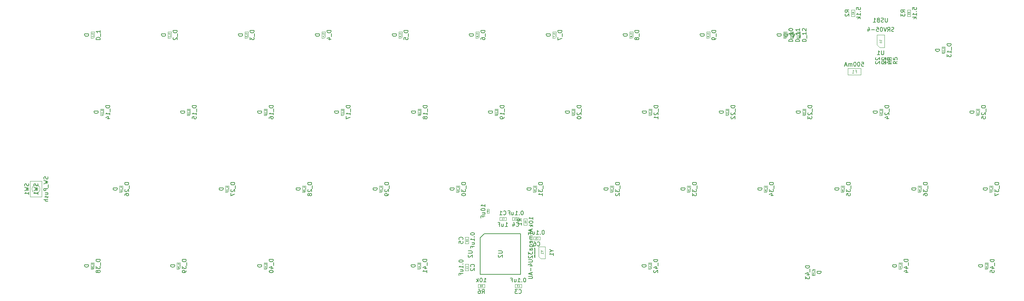
<source format=gbr>
G04 #@! TF.GenerationSoftware,KiCad,Pcbnew,(5.1.4)-1*
G04 #@! TF.CreationDate,2020-12-03T11:49:32-06:00*
G04 #@! TF.ProjectId,m3n3van,6d336e33-7661-46e2-9e6b-696361645f70,rev?*
G04 #@! TF.SameCoordinates,Original*
G04 #@! TF.FileFunction,Other,Fab,Bot*
%FSLAX46Y46*%
G04 Gerber Fmt 4.6, Leading zero omitted, Abs format (unit mm)*
G04 Created by KiCad (PCBNEW (5.1.4)-1) date 2020-12-03 11:49:32*
%MOMM*%
%LPD*%
G04 APERTURE LIST*
%ADD10C,0.100000*%
%ADD11C,0.150000*%
%ADD12C,0.040000*%
%ADD13C,0.060000*%
%ADD14C,0.120000*%
%ADD15C,0.075000*%
%ADD16C,0.030000*%
%ADD17C,0.080000*%
G04 APERTURE END LIST*
D10*
X304614000Y-229656000D02*
X304614000Y-230656000D01*
X305114000Y-229656000D02*
X304614000Y-229656000D01*
X305114000Y-230656000D02*
X305114000Y-229656000D01*
X304614000Y-230656000D02*
X305114000Y-230656000D01*
X206594750Y-185723500D02*
X207394750Y-185723500D01*
X206594750Y-187323500D02*
X206594750Y-185723500D01*
X207094750Y-187323500D02*
X206594750Y-187323500D01*
X207394750Y-187023500D02*
X207094750Y-187323500D01*
X207394750Y-185723500D02*
X207394750Y-187023500D01*
X225644750Y-185723500D02*
X226444750Y-185723500D01*
X225644750Y-187323500D02*
X225644750Y-185723500D01*
X226144750Y-187323500D02*
X225644750Y-187323500D01*
X226444750Y-187023500D02*
X226144750Y-187323500D01*
X226444750Y-185723500D02*
X226444750Y-187023500D01*
X244694750Y-185723500D02*
X245494750Y-185723500D01*
X244694750Y-187323500D02*
X244694750Y-185723500D01*
X245194750Y-187323500D02*
X244694750Y-187323500D01*
X245494750Y-187023500D02*
X245194750Y-187323500D01*
X245494750Y-185723500D02*
X245494750Y-187023500D01*
X263744750Y-185723500D02*
X264544750Y-185723500D01*
X263744750Y-187323500D02*
X263744750Y-185723500D01*
X264244750Y-187323500D02*
X263744750Y-187323500D01*
X264544750Y-187023500D02*
X264244750Y-187323500D01*
X264544750Y-185723500D02*
X264544750Y-187023500D01*
X282794750Y-185723500D02*
X283594750Y-185723500D01*
X282794750Y-187323500D02*
X282794750Y-185723500D01*
X283294750Y-187323500D02*
X282794750Y-187323500D01*
X283594750Y-187023500D02*
X283294750Y-187323500D01*
X283594750Y-185723500D02*
X283594750Y-187023500D01*
X301844750Y-185723500D02*
X302644750Y-185723500D01*
X301844750Y-187323500D02*
X301844750Y-185723500D01*
X302344750Y-187323500D02*
X301844750Y-187323500D01*
X302644750Y-187023500D02*
X302344750Y-187323500D01*
X302644750Y-185723500D02*
X302644750Y-187023500D01*
X320894750Y-185723500D02*
X321694750Y-185723500D01*
X320894750Y-187323500D02*
X320894750Y-185723500D01*
X321394750Y-187323500D02*
X320894750Y-187323500D01*
X321694750Y-187023500D02*
X321394750Y-187323500D01*
X321694750Y-185723500D02*
X321694750Y-187023500D01*
X339944750Y-185723500D02*
X340744750Y-185723500D01*
X339944750Y-187323500D02*
X339944750Y-185723500D01*
X340444750Y-187323500D02*
X339944750Y-187323500D01*
X340744750Y-187023500D02*
X340444750Y-187323500D01*
X340744750Y-185723500D02*
X340744750Y-187023500D01*
X358994750Y-185723500D02*
X359794750Y-185723500D01*
X358994750Y-187323500D02*
X358994750Y-185723500D01*
X359494750Y-187323500D02*
X358994750Y-187323500D01*
X359794750Y-187023500D02*
X359494750Y-187323500D01*
X359794750Y-185723500D02*
X359794750Y-187023500D01*
X378044750Y-185723500D02*
X378844750Y-185723500D01*
X378044750Y-187323500D02*
X378044750Y-185723500D01*
X378544750Y-187323500D02*
X378044750Y-187323500D01*
X378844750Y-187023500D02*
X378544750Y-187323500D01*
X378844750Y-185723500D02*
X378844750Y-187023500D01*
X379711500Y-185731500D02*
X380511500Y-185731500D01*
X379711500Y-187331500D02*
X379711500Y-185731500D01*
X380211500Y-187331500D02*
X379711500Y-187331500D01*
X380511500Y-187031500D02*
X380211500Y-187331500D01*
X380511500Y-185731500D02*
X380511500Y-187031500D01*
X381382700Y-185731400D02*
X382182700Y-185731400D01*
X381382700Y-187331400D02*
X381382700Y-185731400D01*
X381882700Y-187331400D02*
X381382700Y-187331400D01*
X382182700Y-187031400D02*
X381882700Y-187331400D01*
X382182700Y-185731400D02*
X382182700Y-187031400D01*
X417240000Y-189478000D02*
X418040000Y-189478000D01*
X417240000Y-191078000D02*
X417240000Y-189478000D01*
X417740000Y-191078000D02*
X417240000Y-191078000D01*
X418040000Y-190778000D02*
X417740000Y-191078000D01*
X418040000Y-189478000D02*
X418040000Y-190778000D01*
X208960000Y-204837000D02*
X209760000Y-204837000D01*
X208960000Y-206437000D02*
X208960000Y-204837000D01*
X209460000Y-206437000D02*
X208960000Y-206437000D01*
X209760000Y-206137000D02*
X209460000Y-206437000D01*
X209760000Y-204837000D02*
X209760000Y-206137000D01*
X230375500Y-204837000D02*
X231175500Y-204837000D01*
X230375500Y-206437000D02*
X230375500Y-204837000D01*
X230875500Y-206437000D02*
X230375500Y-206437000D01*
X231175500Y-206137000D02*
X230875500Y-206437000D01*
X231175500Y-204837000D02*
X231175500Y-206137000D01*
X249425500Y-204837000D02*
X250225500Y-204837000D01*
X249425500Y-206437000D02*
X249425500Y-204837000D01*
X249925500Y-206437000D02*
X249425500Y-206437000D01*
X250225500Y-206137000D02*
X249925500Y-206437000D01*
X250225500Y-204837000D02*
X250225500Y-206137000D01*
X268475500Y-204837000D02*
X269275500Y-204837000D01*
X268475500Y-206437000D02*
X268475500Y-204837000D01*
X268975500Y-206437000D02*
X268475500Y-206437000D01*
X269275500Y-206137000D02*
X268975500Y-206437000D01*
X269275500Y-204837000D02*
X269275500Y-206137000D01*
X287525500Y-204837000D02*
X288325500Y-204837000D01*
X287525500Y-206437000D02*
X287525500Y-204837000D01*
X288025500Y-206437000D02*
X287525500Y-206437000D01*
X288325500Y-206137000D02*
X288025500Y-206437000D01*
X288325500Y-204837000D02*
X288325500Y-206137000D01*
X306575500Y-204837000D02*
X307375500Y-204837000D01*
X306575500Y-206437000D02*
X306575500Y-204837000D01*
X307075500Y-206437000D02*
X306575500Y-206437000D01*
X307375500Y-206137000D02*
X307075500Y-206437000D01*
X307375500Y-204837000D02*
X307375500Y-206137000D01*
X325625500Y-204837000D02*
X326425500Y-204837000D01*
X325625500Y-206437000D02*
X325625500Y-204837000D01*
X326125500Y-206437000D02*
X325625500Y-206437000D01*
X326425500Y-206137000D02*
X326125500Y-206437000D01*
X326425500Y-204837000D02*
X326425500Y-206137000D01*
X344675500Y-204837000D02*
X345475500Y-204837000D01*
X344675500Y-206437000D02*
X344675500Y-204837000D01*
X345175500Y-206437000D02*
X344675500Y-206437000D01*
X345475500Y-206137000D02*
X345175500Y-206437000D01*
X345475500Y-204837000D02*
X345475500Y-206137000D01*
X363725500Y-204837000D02*
X364525500Y-204837000D01*
X363725500Y-206437000D02*
X363725500Y-204837000D01*
X364225500Y-206437000D02*
X363725500Y-206437000D01*
X364525500Y-206137000D02*
X364225500Y-206437000D01*
X364525500Y-204837000D02*
X364525500Y-206137000D01*
X382775500Y-204837000D02*
X383575500Y-204837000D01*
X382775500Y-206437000D02*
X382775500Y-204837000D01*
X383275500Y-206437000D02*
X382775500Y-206437000D01*
X383575500Y-206137000D02*
X383275500Y-206437000D01*
X383575500Y-204837000D02*
X383575500Y-206137000D01*
X401825500Y-204837000D02*
X402625500Y-204837000D01*
X401825500Y-206437000D02*
X401825500Y-204837000D01*
X402325500Y-206437000D02*
X401825500Y-206437000D01*
X402625500Y-206137000D02*
X402325500Y-206437000D01*
X402625500Y-204837000D02*
X402625500Y-206137000D01*
X425749000Y-204837000D02*
X426549000Y-204837000D01*
X425749000Y-206437000D02*
X425749000Y-204837000D01*
X426249000Y-206437000D02*
X425749000Y-206437000D01*
X426549000Y-206137000D02*
X426249000Y-206437000D01*
X426549000Y-204837000D02*
X426549000Y-206137000D01*
X213659000Y-223887000D02*
X214459000Y-223887000D01*
X213659000Y-225487000D02*
X213659000Y-223887000D01*
X214159000Y-225487000D02*
X213659000Y-225487000D01*
X214459000Y-225187000D02*
X214159000Y-225487000D01*
X214459000Y-223887000D02*
X214459000Y-225187000D01*
X239900500Y-223887000D02*
X240700500Y-223887000D01*
X239900500Y-225487000D02*
X239900500Y-223887000D01*
X240400500Y-225487000D02*
X239900500Y-225487000D01*
X240700500Y-225187000D02*
X240400500Y-225487000D01*
X240700500Y-223887000D02*
X240700500Y-225187000D01*
X258950500Y-223887000D02*
X259750500Y-223887000D01*
X258950500Y-225487000D02*
X258950500Y-223887000D01*
X259450500Y-225487000D02*
X258950500Y-225487000D01*
X259750500Y-225187000D02*
X259450500Y-225487000D01*
X259750500Y-223887000D02*
X259750500Y-225187000D01*
X278000500Y-223887000D02*
X278800500Y-223887000D01*
X278000500Y-225487000D02*
X278000500Y-223887000D01*
X278500500Y-225487000D02*
X278000500Y-225487000D01*
X278800500Y-225187000D02*
X278500500Y-225487000D01*
X278800500Y-223887000D02*
X278800500Y-225187000D01*
X297050500Y-223887000D02*
X297850500Y-223887000D01*
X297050500Y-225487000D02*
X297050500Y-223887000D01*
X297550500Y-225487000D02*
X297050500Y-225487000D01*
X297850500Y-225187000D02*
X297550500Y-225487000D01*
X297850500Y-223887000D02*
X297850500Y-225187000D01*
X316100500Y-223887000D02*
X316900500Y-223887000D01*
X316100500Y-225487000D02*
X316100500Y-223887000D01*
X316600500Y-225487000D02*
X316100500Y-225487000D01*
X316900500Y-225187000D02*
X316600500Y-225487000D01*
X316900500Y-223887000D02*
X316900500Y-225187000D01*
X335150500Y-223887000D02*
X335950500Y-223887000D01*
X335150500Y-225487000D02*
X335150500Y-223887000D01*
X335650500Y-225487000D02*
X335150500Y-225487000D01*
X335950500Y-225187000D02*
X335650500Y-225487000D01*
X335950500Y-223887000D02*
X335950500Y-225187000D01*
X354200500Y-223887000D02*
X355000500Y-223887000D01*
X354200500Y-225487000D02*
X354200500Y-223887000D01*
X354700500Y-225487000D02*
X354200500Y-225487000D01*
X355000500Y-225187000D02*
X354700500Y-225487000D01*
X355000500Y-223887000D02*
X355000500Y-225187000D01*
X373250500Y-223887000D02*
X374050500Y-223887000D01*
X373250500Y-225487000D02*
X373250500Y-223887000D01*
X373750500Y-225487000D02*
X373250500Y-225487000D01*
X374050500Y-225187000D02*
X373750500Y-225487000D01*
X374050500Y-223887000D02*
X374050500Y-225187000D01*
X392300500Y-223887000D02*
X393100500Y-223887000D01*
X392300500Y-225487000D02*
X392300500Y-223887000D01*
X392800500Y-225487000D02*
X392300500Y-225487000D01*
X393100500Y-225187000D02*
X392800500Y-225487000D01*
X393100500Y-223887000D02*
X393100500Y-225187000D01*
X411350500Y-223887000D02*
X412150500Y-223887000D01*
X411350500Y-225487000D02*
X411350500Y-223887000D01*
X411850500Y-225487000D02*
X411350500Y-225487000D01*
X412150500Y-225187000D02*
X411850500Y-225487000D01*
X412150500Y-223887000D02*
X412150500Y-225187000D01*
X429051000Y-223887000D02*
X429851000Y-223887000D01*
X429051000Y-225487000D02*
X429051000Y-223887000D01*
X429551000Y-225487000D02*
X429051000Y-225487000D01*
X429851000Y-225187000D02*
X429551000Y-225487000D01*
X429851000Y-223887000D02*
X429851000Y-225187000D01*
X206563000Y-242937000D02*
X207363000Y-242937000D01*
X206563000Y-244537000D02*
X206563000Y-242937000D01*
X207063000Y-244537000D02*
X206563000Y-244537000D01*
X207363000Y-244237000D02*
X207063000Y-244537000D01*
X207363000Y-242937000D02*
X207363000Y-244237000D01*
X227883000Y-242937000D02*
X228683000Y-242937000D01*
X227883000Y-244537000D02*
X227883000Y-242937000D01*
X228383000Y-244537000D02*
X227883000Y-244537000D01*
X228683000Y-244237000D02*
X228383000Y-244537000D01*
X228683000Y-242937000D02*
X228683000Y-244237000D01*
X249425500Y-242937000D02*
X250225500Y-242937000D01*
X249425500Y-244537000D02*
X249425500Y-242937000D01*
X249925500Y-244537000D02*
X249425500Y-244537000D01*
X250225500Y-244237000D02*
X249925500Y-244537000D01*
X250225500Y-242937000D02*
X250225500Y-244237000D01*
X287446000Y-242937000D02*
X288246000Y-242937000D01*
X287446000Y-244537000D02*
X287446000Y-242937000D01*
X287946000Y-244537000D02*
X287446000Y-244537000D01*
X288246000Y-244237000D02*
X287946000Y-244537000D01*
X288246000Y-242937000D02*
X288246000Y-244237000D01*
X344596000Y-242945000D02*
X345396000Y-242945000D01*
X344596000Y-244545000D02*
X344596000Y-242945000D01*
X345096000Y-244545000D02*
X344596000Y-244545000D01*
X345396000Y-244245000D02*
X345096000Y-244545000D01*
X345396000Y-242945000D02*
X345396000Y-244245000D01*
X385032800Y-246119800D02*
X385032800Y-244819800D01*
X385032800Y-244819800D02*
X385332800Y-244519800D01*
X385332800Y-244519800D02*
X385832800Y-244519800D01*
X385832800Y-244519800D02*
X385832800Y-246119800D01*
X385832800Y-246119800D02*
X385032800Y-246119800D01*
X406588000Y-242937000D02*
X407388000Y-242937000D01*
X406588000Y-244537000D02*
X406588000Y-242937000D01*
X407088000Y-244537000D02*
X406588000Y-244537000D01*
X407388000Y-244237000D02*
X407088000Y-244537000D01*
X407388000Y-242937000D02*
X407388000Y-244237000D01*
X427908000Y-242945000D02*
X428708000Y-242945000D01*
X427908000Y-244545000D02*
X427908000Y-242945000D01*
X428408000Y-244545000D02*
X427908000Y-244545000D01*
X428708000Y-244245000D02*
X428408000Y-244545000D01*
X428708000Y-242945000D02*
X428708000Y-244245000D01*
X307747000Y-232461000D02*
X309347000Y-232461000D01*
X307747000Y-231661000D02*
X307747000Y-232461000D01*
X309347000Y-231661000D02*
X307747000Y-231661000D01*
X309347000Y-232461000D02*
X309347000Y-231661000D01*
X299257000Y-243326000D02*
X299257000Y-244926000D01*
X300057000Y-243326000D02*
X299257000Y-243326000D01*
X300057000Y-244926000D02*
X300057000Y-243326000D01*
X299257000Y-244926000D02*
X300057000Y-244926000D01*
X313157000Y-248298000D02*
X311557000Y-248298000D01*
X313157000Y-249098000D02*
X313157000Y-248298000D01*
X311557000Y-249098000D02*
X313157000Y-249098000D01*
X311557000Y-248298000D02*
X311557000Y-249098000D01*
X312522000Y-231661000D02*
X310922000Y-231661000D01*
X312522000Y-232461000D02*
X312522000Y-231661000D01*
X310922000Y-232461000D02*
X312522000Y-232461000D01*
X310922000Y-231661000D02*
X310922000Y-232461000D01*
X300057000Y-238195000D02*
X300057000Y-236595000D01*
X299257000Y-238195000D02*
X300057000Y-238195000D01*
X299257000Y-236595000D02*
X299257000Y-238195000D01*
X300057000Y-236595000D02*
X299257000Y-236595000D01*
X317729000Y-236487000D02*
X316129000Y-236487000D01*
X317729000Y-237287000D02*
X317729000Y-236487000D01*
X316129000Y-237287000D02*
X317729000Y-237287000D01*
X316129000Y-236487000D02*
X316129000Y-237287000D01*
X397142000Y-194812000D02*
X393942000Y-194812000D01*
X397142000Y-196412000D02*
X397142000Y-194812000D01*
X393942000Y-196412000D02*
X397142000Y-196412000D01*
X393942000Y-194812000D02*
X393942000Y-196412000D01*
D11*
X303968600Y-235788700D02*
X302968600Y-236788700D01*
X312968600Y-235788700D02*
X303968600Y-235788700D01*
X312968600Y-245788700D02*
X312968600Y-235788700D01*
X302968600Y-245788700D02*
X312968600Y-245788700D01*
X302968600Y-236788700D02*
X302968600Y-245788700D01*
D10*
X402982500Y-189605500D02*
X402982500Y-186505500D01*
X402982500Y-186505500D02*
X401182500Y-186505500D01*
X401182500Y-188955500D02*
X401182500Y-186505500D01*
X402982500Y-189605500D02*
X401832500Y-189605500D01*
X401182500Y-188955500D02*
X401832500Y-189605500D01*
X314535000Y-233623000D02*
X314535000Y-232023000D01*
X313735000Y-233623000D02*
X314535000Y-233623000D01*
X313735000Y-232023000D02*
X313735000Y-233623000D01*
X314535000Y-232023000D02*
X313735000Y-232023000D01*
X395624500Y-181870500D02*
X395624500Y-180270500D01*
X394824500Y-181870500D02*
X395624500Y-181870500D01*
X394824500Y-180270500D02*
X394824500Y-181870500D01*
X395624500Y-180270500D02*
X394824500Y-180270500D01*
X409467500Y-181870500D02*
X409467500Y-180270500D01*
X408667500Y-181870500D02*
X409467500Y-181870500D01*
X408667500Y-180270500D02*
X408667500Y-181870500D01*
X409467500Y-180270500D02*
X408667500Y-180270500D01*
X402381000Y-192081500D02*
X402381000Y-193681500D01*
X403181000Y-192081500D02*
X402381000Y-192081500D01*
X403181000Y-193681500D02*
X403181000Y-192081500D01*
X402381000Y-193681500D02*
X403181000Y-193681500D01*
X403905000Y-193681500D02*
X404705000Y-193681500D01*
X404705000Y-193681500D02*
X404705000Y-192081500D01*
X404705000Y-192081500D02*
X403905000Y-192081500D01*
X403905000Y-192081500D02*
X403905000Y-193681500D01*
X304013000Y-248298000D02*
X302413000Y-248298000D01*
X304013000Y-249098000D02*
X304013000Y-248298000D01*
X302413000Y-249098000D02*
X304013000Y-249098000D01*
X302413000Y-248298000D02*
X302413000Y-249098000D01*
X317899000Y-241943000D02*
X318999000Y-241943000D01*
X317399000Y-241443000D02*
X317399000Y-238943000D01*
X317399000Y-241443000D02*
X317899000Y-241943000D01*
X318999000Y-238943000D02*
X318999000Y-241943000D01*
X317399000Y-238943000D02*
X318999000Y-238943000D01*
X191527000Y-226645000D02*
X194427000Y-226645000D01*
X191527000Y-222745000D02*
X191527000Y-226645000D01*
X194427000Y-222745000D02*
X191527000Y-222745000D01*
X194427000Y-226645000D02*
X194427000Y-222745000D01*
X193977000Y-224695000D02*
G75*
G03X193977000Y-224695000I-1000000J0D01*
G01*
D11*
X304146380Y-229084571D02*
X304146380Y-228513142D01*
X304146380Y-228798857D02*
X303146380Y-228798857D01*
X303289238Y-228703619D01*
X303384476Y-228608380D01*
X303432095Y-228513142D01*
X303146380Y-229703619D02*
X303146380Y-229798857D01*
X303194000Y-229894095D01*
X303241619Y-229941714D01*
X303336857Y-229989333D01*
X303527333Y-230036952D01*
X303765428Y-230036952D01*
X303955904Y-229989333D01*
X304051142Y-229941714D01*
X304098761Y-229894095D01*
X304146380Y-229798857D01*
X304146380Y-229703619D01*
X304098761Y-229608380D01*
X304051142Y-229560761D01*
X303955904Y-229513142D01*
X303765428Y-229465523D01*
X303527333Y-229465523D01*
X303336857Y-229513142D01*
X303241619Y-229560761D01*
X303194000Y-229608380D01*
X303146380Y-229703619D01*
X303479714Y-230894095D02*
X304146380Y-230894095D01*
X303479714Y-230465523D02*
X304003523Y-230465523D01*
X304098761Y-230513142D01*
X304146380Y-230608380D01*
X304146380Y-230751238D01*
X304098761Y-230846476D01*
X304051142Y-230894095D01*
X303622571Y-231703619D02*
X303622571Y-231370285D01*
X304146380Y-231370285D02*
X303146380Y-231370285D01*
X303146380Y-231846476D01*
D12*
X304953285Y-230114333D02*
X304965190Y-230102428D01*
X304977095Y-230066714D01*
X304977095Y-230042904D01*
X304965190Y-230007190D01*
X304941380Y-229983380D01*
X304917571Y-229971476D01*
X304869952Y-229959571D01*
X304834238Y-229959571D01*
X304786619Y-229971476D01*
X304762809Y-229983380D01*
X304739000Y-230007190D01*
X304727095Y-230042904D01*
X304727095Y-230066714D01*
X304739000Y-230102428D01*
X304750904Y-230114333D01*
X304727095Y-230197666D02*
X304727095Y-230364333D01*
X304977095Y-230257190D01*
D11*
X208877130Y-187642547D02*
X207877130Y-187642547D01*
X207877130Y-187404452D01*
X207924750Y-187261595D01*
X208019988Y-187166357D01*
X208115226Y-187118738D01*
X208305702Y-187071119D01*
X208448559Y-187071119D01*
X208639035Y-187118738D01*
X208734273Y-187166357D01*
X208829511Y-187261595D01*
X208877130Y-187404452D01*
X208877130Y-187642547D01*
X208972369Y-186880642D02*
X208972369Y-186118738D01*
X208877130Y-185356833D02*
X208877130Y-185928261D01*
X208877130Y-185642547D02*
X207877130Y-185642547D01*
X208019988Y-185737785D01*
X208115226Y-185833023D01*
X208162845Y-185928261D01*
X206017130Y-186261595D02*
X205017130Y-186261595D01*
X205017130Y-186499690D01*
X205064750Y-186642547D01*
X205159988Y-186737785D01*
X205255226Y-186785404D01*
X205445702Y-186833023D01*
X205588559Y-186833023D01*
X205779035Y-186785404D01*
X205874273Y-186737785D01*
X205969511Y-186642547D01*
X206017130Y-186499690D01*
X206017130Y-186261595D01*
D13*
X207175702Y-186075880D02*
X206775702Y-186075880D01*
X206775702Y-186171119D01*
X206794750Y-186228261D01*
X206832845Y-186266357D01*
X206870940Y-186285404D01*
X206947130Y-186304452D01*
X207004273Y-186304452D01*
X207080464Y-186285404D01*
X207118559Y-186266357D01*
X207156654Y-186228261D01*
X207175702Y-186171119D01*
X207175702Y-186075880D01*
X207213797Y-186380642D02*
X207213797Y-186685404D01*
X207175702Y-186990166D02*
X207175702Y-186761595D01*
X207175702Y-186875880D02*
X206775702Y-186875880D01*
X206832845Y-186837785D01*
X206870940Y-186799690D01*
X206889988Y-186761595D01*
D11*
X227927130Y-185404452D02*
X226927130Y-185404452D01*
X226927130Y-185642547D01*
X226974750Y-185785404D01*
X227069988Y-185880642D01*
X227165226Y-185928261D01*
X227355702Y-185975880D01*
X227498559Y-185975880D01*
X227689035Y-185928261D01*
X227784273Y-185880642D01*
X227879511Y-185785404D01*
X227927130Y-185642547D01*
X227927130Y-185404452D01*
X228022369Y-186166357D02*
X228022369Y-186928261D01*
X227022369Y-187118738D02*
X226974750Y-187166357D01*
X226927130Y-187261595D01*
X226927130Y-187499690D01*
X226974750Y-187594928D01*
X227022369Y-187642547D01*
X227117607Y-187690166D01*
X227212845Y-187690166D01*
X227355702Y-187642547D01*
X227927130Y-187071119D01*
X227927130Y-187690166D01*
X225067130Y-186261595D02*
X224067130Y-186261595D01*
X224067130Y-186499690D01*
X224114750Y-186642547D01*
X224209988Y-186737785D01*
X224305226Y-186785404D01*
X224495702Y-186833023D01*
X224638559Y-186833023D01*
X224829035Y-186785404D01*
X224924273Y-186737785D01*
X225019511Y-186642547D01*
X225067130Y-186499690D01*
X225067130Y-186261595D01*
D13*
X226225702Y-186075880D02*
X225825702Y-186075880D01*
X225825702Y-186171119D01*
X225844750Y-186228261D01*
X225882845Y-186266357D01*
X225920940Y-186285404D01*
X225997130Y-186304452D01*
X226054273Y-186304452D01*
X226130464Y-186285404D01*
X226168559Y-186266357D01*
X226206654Y-186228261D01*
X226225702Y-186171119D01*
X226225702Y-186075880D01*
X226263797Y-186380642D02*
X226263797Y-186685404D01*
X225863797Y-186761595D02*
X225844750Y-186780642D01*
X225825702Y-186818738D01*
X225825702Y-186913976D01*
X225844750Y-186952071D01*
X225863797Y-186971119D01*
X225901892Y-186990166D01*
X225939988Y-186990166D01*
X225997130Y-186971119D01*
X226225702Y-186742547D01*
X226225702Y-186990166D01*
D11*
X246977130Y-185404452D02*
X245977130Y-185404452D01*
X245977130Y-185642547D01*
X246024750Y-185785404D01*
X246119988Y-185880642D01*
X246215226Y-185928261D01*
X246405702Y-185975880D01*
X246548559Y-185975880D01*
X246739035Y-185928261D01*
X246834273Y-185880642D01*
X246929511Y-185785404D01*
X246977130Y-185642547D01*
X246977130Y-185404452D01*
X247072369Y-186166357D02*
X247072369Y-186928261D01*
X245977130Y-187071119D02*
X245977130Y-187690166D01*
X246358083Y-187356833D01*
X246358083Y-187499690D01*
X246405702Y-187594928D01*
X246453321Y-187642547D01*
X246548559Y-187690166D01*
X246786654Y-187690166D01*
X246881892Y-187642547D01*
X246929511Y-187594928D01*
X246977130Y-187499690D01*
X246977130Y-187213976D01*
X246929511Y-187118738D01*
X246881892Y-187071119D01*
X244117130Y-186261595D02*
X243117130Y-186261595D01*
X243117130Y-186499690D01*
X243164750Y-186642547D01*
X243259988Y-186737785D01*
X243355226Y-186785404D01*
X243545702Y-186833023D01*
X243688559Y-186833023D01*
X243879035Y-186785404D01*
X243974273Y-186737785D01*
X244069511Y-186642547D01*
X244117130Y-186499690D01*
X244117130Y-186261595D01*
D13*
X245275702Y-186075880D02*
X244875702Y-186075880D01*
X244875702Y-186171119D01*
X244894750Y-186228261D01*
X244932845Y-186266357D01*
X244970940Y-186285404D01*
X245047130Y-186304452D01*
X245104273Y-186304452D01*
X245180464Y-186285404D01*
X245218559Y-186266357D01*
X245256654Y-186228261D01*
X245275702Y-186171119D01*
X245275702Y-186075880D01*
X245313797Y-186380642D02*
X245313797Y-186685404D01*
X244875702Y-186742547D02*
X244875702Y-186990166D01*
X245028083Y-186856833D01*
X245028083Y-186913976D01*
X245047130Y-186952071D01*
X245066178Y-186971119D01*
X245104273Y-186990166D01*
X245199511Y-186990166D01*
X245237607Y-186971119D01*
X245256654Y-186952071D01*
X245275702Y-186913976D01*
X245275702Y-186799690D01*
X245256654Y-186761595D01*
X245237607Y-186742547D01*
D11*
X266027130Y-185404452D02*
X265027130Y-185404452D01*
X265027130Y-185642547D01*
X265074750Y-185785404D01*
X265169988Y-185880642D01*
X265265226Y-185928261D01*
X265455702Y-185975880D01*
X265598559Y-185975880D01*
X265789035Y-185928261D01*
X265884273Y-185880642D01*
X265979511Y-185785404D01*
X266027130Y-185642547D01*
X266027130Y-185404452D01*
X266122369Y-186166357D02*
X266122369Y-186928261D01*
X265360464Y-187594928D02*
X266027130Y-187594928D01*
X264979511Y-187356833D02*
X265693797Y-187118738D01*
X265693797Y-187737785D01*
X263167130Y-186261595D02*
X262167130Y-186261595D01*
X262167130Y-186499690D01*
X262214750Y-186642547D01*
X262309988Y-186737785D01*
X262405226Y-186785404D01*
X262595702Y-186833023D01*
X262738559Y-186833023D01*
X262929035Y-186785404D01*
X263024273Y-186737785D01*
X263119511Y-186642547D01*
X263167130Y-186499690D01*
X263167130Y-186261595D01*
D13*
X264325702Y-186075880D02*
X263925702Y-186075880D01*
X263925702Y-186171119D01*
X263944750Y-186228261D01*
X263982845Y-186266357D01*
X264020940Y-186285404D01*
X264097130Y-186304452D01*
X264154273Y-186304452D01*
X264230464Y-186285404D01*
X264268559Y-186266357D01*
X264306654Y-186228261D01*
X264325702Y-186171119D01*
X264325702Y-186075880D01*
X264363797Y-186380642D02*
X264363797Y-186685404D01*
X264059035Y-186952071D02*
X264325702Y-186952071D01*
X263906654Y-186856833D02*
X264192369Y-186761595D01*
X264192369Y-187009214D01*
D11*
X285077130Y-185404452D02*
X284077130Y-185404452D01*
X284077130Y-185642547D01*
X284124750Y-185785404D01*
X284219988Y-185880642D01*
X284315226Y-185928261D01*
X284505702Y-185975880D01*
X284648559Y-185975880D01*
X284839035Y-185928261D01*
X284934273Y-185880642D01*
X285029511Y-185785404D01*
X285077130Y-185642547D01*
X285077130Y-185404452D01*
X285172369Y-186166357D02*
X285172369Y-186928261D01*
X284077130Y-187642547D02*
X284077130Y-187166357D01*
X284553321Y-187118738D01*
X284505702Y-187166357D01*
X284458083Y-187261595D01*
X284458083Y-187499690D01*
X284505702Y-187594928D01*
X284553321Y-187642547D01*
X284648559Y-187690166D01*
X284886654Y-187690166D01*
X284981892Y-187642547D01*
X285029511Y-187594928D01*
X285077130Y-187499690D01*
X285077130Y-187261595D01*
X285029511Y-187166357D01*
X284981892Y-187118738D01*
X282217130Y-186261595D02*
X281217130Y-186261595D01*
X281217130Y-186499690D01*
X281264750Y-186642547D01*
X281359988Y-186737785D01*
X281455226Y-186785404D01*
X281645702Y-186833023D01*
X281788559Y-186833023D01*
X281979035Y-186785404D01*
X282074273Y-186737785D01*
X282169511Y-186642547D01*
X282217130Y-186499690D01*
X282217130Y-186261595D01*
D13*
X283375702Y-186075880D02*
X282975702Y-186075880D01*
X282975702Y-186171119D01*
X282994750Y-186228261D01*
X283032845Y-186266357D01*
X283070940Y-186285404D01*
X283147130Y-186304452D01*
X283204273Y-186304452D01*
X283280464Y-186285404D01*
X283318559Y-186266357D01*
X283356654Y-186228261D01*
X283375702Y-186171119D01*
X283375702Y-186075880D01*
X283413797Y-186380642D02*
X283413797Y-186685404D01*
X282975702Y-186971119D02*
X282975702Y-186780642D01*
X283166178Y-186761595D01*
X283147130Y-186780642D01*
X283128083Y-186818738D01*
X283128083Y-186913976D01*
X283147130Y-186952071D01*
X283166178Y-186971119D01*
X283204273Y-186990166D01*
X283299511Y-186990166D01*
X283337607Y-186971119D01*
X283356654Y-186952071D01*
X283375702Y-186913976D01*
X283375702Y-186818738D01*
X283356654Y-186780642D01*
X283337607Y-186761595D01*
D11*
X304127130Y-185404452D02*
X303127130Y-185404452D01*
X303127130Y-185642547D01*
X303174750Y-185785404D01*
X303269988Y-185880642D01*
X303365226Y-185928261D01*
X303555702Y-185975880D01*
X303698559Y-185975880D01*
X303889035Y-185928261D01*
X303984273Y-185880642D01*
X304079511Y-185785404D01*
X304127130Y-185642547D01*
X304127130Y-185404452D01*
X304222369Y-186166357D02*
X304222369Y-186928261D01*
X303127130Y-187594928D02*
X303127130Y-187404452D01*
X303174750Y-187309214D01*
X303222369Y-187261595D01*
X303365226Y-187166357D01*
X303555702Y-187118738D01*
X303936654Y-187118738D01*
X304031892Y-187166357D01*
X304079511Y-187213976D01*
X304127130Y-187309214D01*
X304127130Y-187499690D01*
X304079511Y-187594928D01*
X304031892Y-187642547D01*
X303936654Y-187690166D01*
X303698559Y-187690166D01*
X303603321Y-187642547D01*
X303555702Y-187594928D01*
X303508083Y-187499690D01*
X303508083Y-187309214D01*
X303555702Y-187213976D01*
X303603321Y-187166357D01*
X303698559Y-187118738D01*
X301267130Y-186261595D02*
X300267130Y-186261595D01*
X300267130Y-186499690D01*
X300314750Y-186642547D01*
X300409988Y-186737785D01*
X300505226Y-186785404D01*
X300695702Y-186833023D01*
X300838559Y-186833023D01*
X301029035Y-186785404D01*
X301124273Y-186737785D01*
X301219511Y-186642547D01*
X301267130Y-186499690D01*
X301267130Y-186261595D01*
D13*
X302425702Y-186075880D02*
X302025702Y-186075880D01*
X302025702Y-186171119D01*
X302044750Y-186228261D01*
X302082845Y-186266357D01*
X302120940Y-186285404D01*
X302197130Y-186304452D01*
X302254273Y-186304452D01*
X302330464Y-186285404D01*
X302368559Y-186266357D01*
X302406654Y-186228261D01*
X302425702Y-186171119D01*
X302425702Y-186075880D01*
X302463797Y-186380642D02*
X302463797Y-186685404D01*
X302025702Y-186952071D02*
X302025702Y-186875880D01*
X302044750Y-186837785D01*
X302063797Y-186818738D01*
X302120940Y-186780642D01*
X302197130Y-186761595D01*
X302349511Y-186761595D01*
X302387607Y-186780642D01*
X302406654Y-186799690D01*
X302425702Y-186837785D01*
X302425702Y-186913976D01*
X302406654Y-186952071D01*
X302387607Y-186971119D01*
X302349511Y-186990166D01*
X302254273Y-186990166D01*
X302216178Y-186971119D01*
X302197130Y-186952071D01*
X302178083Y-186913976D01*
X302178083Y-186837785D01*
X302197130Y-186799690D01*
X302216178Y-186780642D01*
X302254273Y-186761595D01*
D11*
X323177130Y-185404452D02*
X322177130Y-185404452D01*
X322177130Y-185642547D01*
X322224750Y-185785404D01*
X322319988Y-185880642D01*
X322415226Y-185928261D01*
X322605702Y-185975880D01*
X322748559Y-185975880D01*
X322939035Y-185928261D01*
X323034273Y-185880642D01*
X323129511Y-185785404D01*
X323177130Y-185642547D01*
X323177130Y-185404452D01*
X323272369Y-186166357D02*
X323272369Y-186928261D01*
X322177130Y-187071119D02*
X322177130Y-187737785D01*
X323177130Y-187309214D01*
X320317130Y-186261595D02*
X319317130Y-186261595D01*
X319317130Y-186499690D01*
X319364750Y-186642547D01*
X319459988Y-186737785D01*
X319555226Y-186785404D01*
X319745702Y-186833023D01*
X319888559Y-186833023D01*
X320079035Y-186785404D01*
X320174273Y-186737785D01*
X320269511Y-186642547D01*
X320317130Y-186499690D01*
X320317130Y-186261595D01*
D13*
X321475702Y-186075880D02*
X321075702Y-186075880D01*
X321075702Y-186171119D01*
X321094750Y-186228261D01*
X321132845Y-186266357D01*
X321170940Y-186285404D01*
X321247130Y-186304452D01*
X321304273Y-186304452D01*
X321380464Y-186285404D01*
X321418559Y-186266357D01*
X321456654Y-186228261D01*
X321475702Y-186171119D01*
X321475702Y-186075880D01*
X321513797Y-186380642D02*
X321513797Y-186685404D01*
X321075702Y-186742547D02*
X321075702Y-187009214D01*
X321475702Y-186837785D01*
D11*
X342227130Y-185404452D02*
X341227130Y-185404452D01*
X341227130Y-185642547D01*
X341274750Y-185785404D01*
X341369988Y-185880642D01*
X341465226Y-185928261D01*
X341655702Y-185975880D01*
X341798559Y-185975880D01*
X341989035Y-185928261D01*
X342084273Y-185880642D01*
X342179511Y-185785404D01*
X342227130Y-185642547D01*
X342227130Y-185404452D01*
X342322369Y-186166357D02*
X342322369Y-186928261D01*
X341655702Y-187309214D02*
X341608083Y-187213976D01*
X341560464Y-187166357D01*
X341465226Y-187118738D01*
X341417607Y-187118738D01*
X341322369Y-187166357D01*
X341274750Y-187213976D01*
X341227130Y-187309214D01*
X341227130Y-187499690D01*
X341274750Y-187594928D01*
X341322369Y-187642547D01*
X341417607Y-187690166D01*
X341465226Y-187690166D01*
X341560464Y-187642547D01*
X341608083Y-187594928D01*
X341655702Y-187499690D01*
X341655702Y-187309214D01*
X341703321Y-187213976D01*
X341750940Y-187166357D01*
X341846178Y-187118738D01*
X342036654Y-187118738D01*
X342131892Y-187166357D01*
X342179511Y-187213976D01*
X342227130Y-187309214D01*
X342227130Y-187499690D01*
X342179511Y-187594928D01*
X342131892Y-187642547D01*
X342036654Y-187690166D01*
X341846178Y-187690166D01*
X341750940Y-187642547D01*
X341703321Y-187594928D01*
X341655702Y-187499690D01*
X339367130Y-186261595D02*
X338367130Y-186261595D01*
X338367130Y-186499690D01*
X338414750Y-186642547D01*
X338509988Y-186737785D01*
X338605226Y-186785404D01*
X338795702Y-186833023D01*
X338938559Y-186833023D01*
X339129035Y-186785404D01*
X339224273Y-186737785D01*
X339319511Y-186642547D01*
X339367130Y-186499690D01*
X339367130Y-186261595D01*
D13*
X340525702Y-186075880D02*
X340125702Y-186075880D01*
X340125702Y-186171119D01*
X340144750Y-186228261D01*
X340182845Y-186266357D01*
X340220940Y-186285404D01*
X340297130Y-186304452D01*
X340354273Y-186304452D01*
X340430464Y-186285404D01*
X340468559Y-186266357D01*
X340506654Y-186228261D01*
X340525702Y-186171119D01*
X340525702Y-186075880D01*
X340563797Y-186380642D02*
X340563797Y-186685404D01*
X340297130Y-186837785D02*
X340278083Y-186799690D01*
X340259035Y-186780642D01*
X340220940Y-186761595D01*
X340201892Y-186761595D01*
X340163797Y-186780642D01*
X340144750Y-186799690D01*
X340125702Y-186837785D01*
X340125702Y-186913976D01*
X340144750Y-186952071D01*
X340163797Y-186971119D01*
X340201892Y-186990166D01*
X340220940Y-186990166D01*
X340259035Y-186971119D01*
X340278083Y-186952071D01*
X340297130Y-186913976D01*
X340297130Y-186837785D01*
X340316178Y-186799690D01*
X340335226Y-186780642D01*
X340373321Y-186761595D01*
X340449511Y-186761595D01*
X340487607Y-186780642D01*
X340506654Y-186799690D01*
X340525702Y-186837785D01*
X340525702Y-186913976D01*
X340506654Y-186952071D01*
X340487607Y-186971119D01*
X340449511Y-186990166D01*
X340373321Y-186990166D01*
X340335226Y-186971119D01*
X340316178Y-186952071D01*
X340297130Y-186913976D01*
D11*
X361277130Y-185404452D02*
X360277130Y-185404452D01*
X360277130Y-185642547D01*
X360324750Y-185785404D01*
X360419988Y-185880642D01*
X360515226Y-185928261D01*
X360705702Y-185975880D01*
X360848559Y-185975880D01*
X361039035Y-185928261D01*
X361134273Y-185880642D01*
X361229511Y-185785404D01*
X361277130Y-185642547D01*
X361277130Y-185404452D01*
X361372369Y-186166357D02*
X361372369Y-186928261D01*
X361277130Y-187213976D02*
X361277130Y-187404452D01*
X361229511Y-187499690D01*
X361181892Y-187547309D01*
X361039035Y-187642547D01*
X360848559Y-187690166D01*
X360467607Y-187690166D01*
X360372369Y-187642547D01*
X360324750Y-187594928D01*
X360277130Y-187499690D01*
X360277130Y-187309214D01*
X360324750Y-187213976D01*
X360372369Y-187166357D01*
X360467607Y-187118738D01*
X360705702Y-187118738D01*
X360800940Y-187166357D01*
X360848559Y-187213976D01*
X360896178Y-187309214D01*
X360896178Y-187499690D01*
X360848559Y-187594928D01*
X360800940Y-187642547D01*
X360705702Y-187690166D01*
X358417130Y-186261595D02*
X357417130Y-186261595D01*
X357417130Y-186499690D01*
X357464750Y-186642547D01*
X357559988Y-186737785D01*
X357655226Y-186785404D01*
X357845702Y-186833023D01*
X357988559Y-186833023D01*
X358179035Y-186785404D01*
X358274273Y-186737785D01*
X358369511Y-186642547D01*
X358417130Y-186499690D01*
X358417130Y-186261595D01*
D13*
X359575702Y-186075880D02*
X359175702Y-186075880D01*
X359175702Y-186171119D01*
X359194750Y-186228261D01*
X359232845Y-186266357D01*
X359270940Y-186285404D01*
X359347130Y-186304452D01*
X359404273Y-186304452D01*
X359480464Y-186285404D01*
X359518559Y-186266357D01*
X359556654Y-186228261D01*
X359575702Y-186171119D01*
X359575702Y-186075880D01*
X359613797Y-186380642D02*
X359613797Y-186685404D01*
X359575702Y-186799690D02*
X359575702Y-186875880D01*
X359556654Y-186913976D01*
X359537607Y-186933023D01*
X359480464Y-186971119D01*
X359404273Y-186990166D01*
X359251892Y-186990166D01*
X359213797Y-186971119D01*
X359194750Y-186952071D01*
X359175702Y-186913976D01*
X359175702Y-186837785D01*
X359194750Y-186799690D01*
X359213797Y-186780642D01*
X359251892Y-186761595D01*
X359347130Y-186761595D01*
X359385226Y-186780642D01*
X359404273Y-186799690D01*
X359423321Y-186837785D01*
X359423321Y-186913976D01*
X359404273Y-186952071D01*
X359385226Y-186971119D01*
X359347130Y-186990166D01*
D11*
X380327130Y-188118738D02*
X379327130Y-188118738D01*
X379327130Y-187880642D01*
X379374750Y-187737785D01*
X379469988Y-187642547D01*
X379565226Y-187594928D01*
X379755702Y-187547309D01*
X379898559Y-187547309D01*
X380089035Y-187594928D01*
X380184273Y-187642547D01*
X380279511Y-187737785D01*
X380327130Y-187880642D01*
X380327130Y-188118738D01*
X380422369Y-187356833D02*
X380422369Y-186594928D01*
X380327130Y-185833023D02*
X380327130Y-186404452D01*
X380327130Y-186118738D02*
X379327130Y-186118738D01*
X379469988Y-186213976D01*
X379565226Y-186309214D01*
X379612845Y-186404452D01*
X379327130Y-185213976D02*
X379327130Y-185118738D01*
X379374750Y-185023500D01*
X379422369Y-184975880D01*
X379517607Y-184928261D01*
X379708083Y-184880642D01*
X379946178Y-184880642D01*
X380136654Y-184928261D01*
X380231892Y-184975880D01*
X380279511Y-185023500D01*
X380327130Y-185118738D01*
X380327130Y-185213976D01*
X380279511Y-185309214D01*
X380231892Y-185356833D01*
X380136654Y-185404452D01*
X379946178Y-185452071D01*
X379708083Y-185452071D01*
X379517607Y-185404452D01*
X379422369Y-185356833D01*
X379374750Y-185309214D01*
X379327130Y-185213976D01*
X377467130Y-186261595D02*
X376467130Y-186261595D01*
X376467130Y-186499690D01*
X376514750Y-186642547D01*
X376609988Y-186737785D01*
X376705226Y-186785404D01*
X376895702Y-186833023D01*
X377038559Y-186833023D01*
X377229035Y-186785404D01*
X377324273Y-186737785D01*
X377419511Y-186642547D01*
X377467130Y-186499690D01*
X377467130Y-186261595D01*
D13*
X378625702Y-185885404D02*
X378225702Y-185885404D01*
X378225702Y-185980642D01*
X378244750Y-186037785D01*
X378282845Y-186075880D01*
X378320940Y-186094928D01*
X378397130Y-186113976D01*
X378454273Y-186113976D01*
X378530464Y-186094928D01*
X378568559Y-186075880D01*
X378606654Y-186037785D01*
X378625702Y-185980642D01*
X378625702Y-185885404D01*
X378663797Y-186190166D02*
X378663797Y-186494928D01*
X378625702Y-186799690D02*
X378625702Y-186571119D01*
X378625702Y-186685404D02*
X378225702Y-186685404D01*
X378282845Y-186647309D01*
X378320940Y-186609214D01*
X378339988Y-186571119D01*
X378225702Y-187047309D02*
X378225702Y-187085404D01*
X378244750Y-187123500D01*
X378263797Y-187142547D01*
X378301892Y-187161595D01*
X378378083Y-187180642D01*
X378473321Y-187180642D01*
X378549511Y-187161595D01*
X378587607Y-187142547D01*
X378606654Y-187123500D01*
X378625702Y-187085404D01*
X378625702Y-187047309D01*
X378606654Y-187009214D01*
X378587607Y-186990166D01*
X378549511Y-186971119D01*
X378473321Y-186952071D01*
X378378083Y-186952071D01*
X378301892Y-186971119D01*
X378263797Y-186990166D01*
X378244750Y-187009214D01*
X378225702Y-187047309D01*
D11*
X381993880Y-188126738D02*
X380993880Y-188126738D01*
X380993880Y-187888642D01*
X381041500Y-187745785D01*
X381136738Y-187650547D01*
X381231976Y-187602928D01*
X381422452Y-187555309D01*
X381565309Y-187555309D01*
X381755785Y-187602928D01*
X381851023Y-187650547D01*
X381946261Y-187745785D01*
X381993880Y-187888642D01*
X381993880Y-188126738D01*
X382089119Y-187364833D02*
X382089119Y-186602928D01*
X381993880Y-185841023D02*
X381993880Y-186412452D01*
X381993880Y-186126738D02*
X380993880Y-186126738D01*
X381136738Y-186221976D01*
X381231976Y-186317214D01*
X381279595Y-186412452D01*
X381993880Y-184888642D02*
X381993880Y-185460071D01*
X381993880Y-185174357D02*
X380993880Y-185174357D01*
X381136738Y-185269595D01*
X381231976Y-185364833D01*
X381279595Y-185460071D01*
X379133880Y-186269595D02*
X378133880Y-186269595D01*
X378133880Y-186507690D01*
X378181500Y-186650547D01*
X378276738Y-186745785D01*
X378371976Y-186793404D01*
X378562452Y-186841023D01*
X378705309Y-186841023D01*
X378895785Y-186793404D01*
X378991023Y-186745785D01*
X379086261Y-186650547D01*
X379133880Y-186507690D01*
X379133880Y-186269595D01*
D13*
X380292452Y-185893404D02*
X379892452Y-185893404D01*
X379892452Y-185988642D01*
X379911500Y-186045785D01*
X379949595Y-186083880D01*
X379987690Y-186102928D01*
X380063880Y-186121976D01*
X380121023Y-186121976D01*
X380197214Y-186102928D01*
X380235309Y-186083880D01*
X380273404Y-186045785D01*
X380292452Y-185988642D01*
X380292452Y-185893404D01*
X380330547Y-186198166D02*
X380330547Y-186502928D01*
X380292452Y-186807690D02*
X380292452Y-186579119D01*
X380292452Y-186693404D02*
X379892452Y-186693404D01*
X379949595Y-186655309D01*
X379987690Y-186617214D01*
X380006738Y-186579119D01*
X380292452Y-187188642D02*
X380292452Y-186960071D01*
X380292452Y-187074357D02*
X379892452Y-187074357D01*
X379949595Y-187036261D01*
X379987690Y-186998166D01*
X380006738Y-186960071D01*
D11*
X383665080Y-188126638D02*
X382665080Y-188126638D01*
X382665080Y-187888542D01*
X382712700Y-187745685D01*
X382807938Y-187650447D01*
X382903176Y-187602828D01*
X383093652Y-187555209D01*
X383236509Y-187555209D01*
X383426985Y-187602828D01*
X383522223Y-187650447D01*
X383617461Y-187745685D01*
X383665080Y-187888542D01*
X383665080Y-188126638D01*
X383760319Y-187364733D02*
X383760319Y-186602828D01*
X383665080Y-185840923D02*
X383665080Y-186412352D01*
X383665080Y-186126638D02*
X382665080Y-186126638D01*
X382807938Y-186221876D01*
X382903176Y-186317114D01*
X382950795Y-186412352D01*
X382760319Y-185459971D02*
X382712700Y-185412352D01*
X382665080Y-185317114D01*
X382665080Y-185079019D01*
X382712700Y-184983780D01*
X382760319Y-184936161D01*
X382855557Y-184888542D01*
X382950795Y-184888542D01*
X383093652Y-184936161D01*
X383665080Y-185507590D01*
X383665080Y-184888542D01*
X380805080Y-186269495D02*
X379805080Y-186269495D01*
X379805080Y-186507590D01*
X379852700Y-186650447D01*
X379947938Y-186745685D01*
X380043176Y-186793304D01*
X380233652Y-186840923D01*
X380376509Y-186840923D01*
X380566985Y-186793304D01*
X380662223Y-186745685D01*
X380757461Y-186650447D01*
X380805080Y-186507590D01*
X380805080Y-186269495D01*
D13*
X381963652Y-185893304D02*
X381563652Y-185893304D01*
X381563652Y-185988542D01*
X381582700Y-186045685D01*
X381620795Y-186083780D01*
X381658890Y-186102828D01*
X381735080Y-186121876D01*
X381792223Y-186121876D01*
X381868414Y-186102828D01*
X381906509Y-186083780D01*
X381944604Y-186045685D01*
X381963652Y-185988542D01*
X381963652Y-185893304D01*
X382001747Y-186198066D02*
X382001747Y-186502828D01*
X381963652Y-186807590D02*
X381963652Y-186579019D01*
X381963652Y-186693304D02*
X381563652Y-186693304D01*
X381620795Y-186655209D01*
X381658890Y-186617114D01*
X381677938Y-186579019D01*
X381601747Y-186959971D02*
X381582700Y-186979019D01*
X381563652Y-187017114D01*
X381563652Y-187112352D01*
X381582700Y-187150447D01*
X381601747Y-187169495D01*
X381639842Y-187188542D01*
X381677938Y-187188542D01*
X381735080Y-187169495D01*
X381963652Y-186940923D01*
X381963652Y-187188542D01*
D11*
X419522380Y-188682761D02*
X418522380Y-188682761D01*
X418522380Y-188920857D01*
X418570000Y-189063714D01*
X418665238Y-189158952D01*
X418760476Y-189206571D01*
X418950952Y-189254190D01*
X419093809Y-189254190D01*
X419284285Y-189206571D01*
X419379523Y-189158952D01*
X419474761Y-189063714D01*
X419522380Y-188920857D01*
X419522380Y-188682761D01*
X419617619Y-189444666D02*
X419617619Y-190206571D01*
X419522380Y-190968476D02*
X419522380Y-190397047D01*
X419522380Y-190682761D02*
X418522380Y-190682761D01*
X418665238Y-190587523D01*
X418760476Y-190492285D01*
X418808095Y-190397047D01*
X418522380Y-191301809D02*
X418522380Y-191920857D01*
X418903333Y-191587523D01*
X418903333Y-191730380D01*
X418950952Y-191825619D01*
X418998571Y-191873238D01*
X419093809Y-191920857D01*
X419331904Y-191920857D01*
X419427142Y-191873238D01*
X419474761Y-191825619D01*
X419522380Y-191730380D01*
X419522380Y-191444666D01*
X419474761Y-191349428D01*
X419427142Y-191301809D01*
X416662380Y-190016095D02*
X415662380Y-190016095D01*
X415662380Y-190254190D01*
X415710000Y-190397047D01*
X415805238Y-190492285D01*
X415900476Y-190539904D01*
X416090952Y-190587523D01*
X416233809Y-190587523D01*
X416424285Y-190539904D01*
X416519523Y-190492285D01*
X416614761Y-190397047D01*
X416662380Y-190254190D01*
X416662380Y-190016095D01*
D13*
X417820952Y-189639904D02*
X417420952Y-189639904D01*
X417420952Y-189735142D01*
X417440000Y-189792285D01*
X417478095Y-189830380D01*
X417516190Y-189849428D01*
X417592380Y-189868476D01*
X417649523Y-189868476D01*
X417725714Y-189849428D01*
X417763809Y-189830380D01*
X417801904Y-189792285D01*
X417820952Y-189735142D01*
X417820952Y-189639904D01*
X417859047Y-189944666D02*
X417859047Y-190249428D01*
X417820952Y-190554190D02*
X417820952Y-190325619D01*
X417820952Y-190439904D02*
X417420952Y-190439904D01*
X417478095Y-190401809D01*
X417516190Y-190363714D01*
X417535238Y-190325619D01*
X417420952Y-190687523D02*
X417420952Y-190935142D01*
X417573333Y-190801809D01*
X417573333Y-190858952D01*
X417592380Y-190897047D01*
X417611428Y-190916095D01*
X417649523Y-190935142D01*
X417744761Y-190935142D01*
X417782857Y-190916095D01*
X417801904Y-190897047D01*
X417820952Y-190858952D01*
X417820952Y-190744666D01*
X417801904Y-190706571D01*
X417782857Y-190687523D01*
D11*
X211242380Y-204041761D02*
X210242380Y-204041761D01*
X210242380Y-204279857D01*
X210290000Y-204422714D01*
X210385238Y-204517952D01*
X210480476Y-204565571D01*
X210670952Y-204613190D01*
X210813809Y-204613190D01*
X211004285Y-204565571D01*
X211099523Y-204517952D01*
X211194761Y-204422714D01*
X211242380Y-204279857D01*
X211242380Y-204041761D01*
X211337619Y-204803666D02*
X211337619Y-205565571D01*
X211242380Y-206327476D02*
X211242380Y-205756047D01*
X211242380Y-206041761D02*
X210242380Y-206041761D01*
X210385238Y-205946523D01*
X210480476Y-205851285D01*
X210528095Y-205756047D01*
X210575714Y-207184619D02*
X211242380Y-207184619D01*
X210194761Y-206946523D02*
X210909047Y-206708428D01*
X210909047Y-207327476D01*
X208382380Y-205375095D02*
X207382380Y-205375095D01*
X207382380Y-205613190D01*
X207430000Y-205756047D01*
X207525238Y-205851285D01*
X207620476Y-205898904D01*
X207810952Y-205946523D01*
X207953809Y-205946523D01*
X208144285Y-205898904D01*
X208239523Y-205851285D01*
X208334761Y-205756047D01*
X208382380Y-205613190D01*
X208382380Y-205375095D01*
D13*
X209540952Y-204998904D02*
X209140952Y-204998904D01*
X209140952Y-205094142D01*
X209160000Y-205151285D01*
X209198095Y-205189380D01*
X209236190Y-205208428D01*
X209312380Y-205227476D01*
X209369523Y-205227476D01*
X209445714Y-205208428D01*
X209483809Y-205189380D01*
X209521904Y-205151285D01*
X209540952Y-205094142D01*
X209540952Y-204998904D01*
X209579047Y-205303666D02*
X209579047Y-205608428D01*
X209540952Y-205913190D02*
X209540952Y-205684619D01*
X209540952Y-205798904D02*
X209140952Y-205798904D01*
X209198095Y-205760809D01*
X209236190Y-205722714D01*
X209255238Y-205684619D01*
X209274285Y-206256047D02*
X209540952Y-206256047D01*
X209121904Y-206160809D02*
X209407619Y-206065571D01*
X209407619Y-206313190D01*
D11*
X232657880Y-204041761D02*
X231657880Y-204041761D01*
X231657880Y-204279857D01*
X231705500Y-204422714D01*
X231800738Y-204517952D01*
X231895976Y-204565571D01*
X232086452Y-204613190D01*
X232229309Y-204613190D01*
X232419785Y-204565571D01*
X232515023Y-204517952D01*
X232610261Y-204422714D01*
X232657880Y-204279857D01*
X232657880Y-204041761D01*
X232753119Y-204803666D02*
X232753119Y-205565571D01*
X232657880Y-206327476D02*
X232657880Y-205756047D01*
X232657880Y-206041761D02*
X231657880Y-206041761D01*
X231800738Y-205946523D01*
X231895976Y-205851285D01*
X231943595Y-205756047D01*
X231657880Y-207232238D02*
X231657880Y-206756047D01*
X232134071Y-206708428D01*
X232086452Y-206756047D01*
X232038833Y-206851285D01*
X232038833Y-207089380D01*
X232086452Y-207184619D01*
X232134071Y-207232238D01*
X232229309Y-207279857D01*
X232467404Y-207279857D01*
X232562642Y-207232238D01*
X232610261Y-207184619D01*
X232657880Y-207089380D01*
X232657880Y-206851285D01*
X232610261Y-206756047D01*
X232562642Y-206708428D01*
X229797880Y-205375095D02*
X228797880Y-205375095D01*
X228797880Y-205613190D01*
X228845500Y-205756047D01*
X228940738Y-205851285D01*
X229035976Y-205898904D01*
X229226452Y-205946523D01*
X229369309Y-205946523D01*
X229559785Y-205898904D01*
X229655023Y-205851285D01*
X229750261Y-205756047D01*
X229797880Y-205613190D01*
X229797880Y-205375095D01*
D13*
X230956452Y-204998904D02*
X230556452Y-204998904D01*
X230556452Y-205094142D01*
X230575500Y-205151285D01*
X230613595Y-205189380D01*
X230651690Y-205208428D01*
X230727880Y-205227476D01*
X230785023Y-205227476D01*
X230861214Y-205208428D01*
X230899309Y-205189380D01*
X230937404Y-205151285D01*
X230956452Y-205094142D01*
X230956452Y-204998904D01*
X230994547Y-205303666D02*
X230994547Y-205608428D01*
X230956452Y-205913190D02*
X230956452Y-205684619D01*
X230956452Y-205798904D02*
X230556452Y-205798904D01*
X230613595Y-205760809D01*
X230651690Y-205722714D01*
X230670738Y-205684619D01*
X230556452Y-206275095D02*
X230556452Y-206084619D01*
X230746928Y-206065571D01*
X230727880Y-206084619D01*
X230708833Y-206122714D01*
X230708833Y-206217952D01*
X230727880Y-206256047D01*
X230746928Y-206275095D01*
X230785023Y-206294142D01*
X230880261Y-206294142D01*
X230918357Y-206275095D01*
X230937404Y-206256047D01*
X230956452Y-206217952D01*
X230956452Y-206122714D01*
X230937404Y-206084619D01*
X230918357Y-206065571D01*
D11*
X251707880Y-204041761D02*
X250707880Y-204041761D01*
X250707880Y-204279857D01*
X250755500Y-204422714D01*
X250850738Y-204517952D01*
X250945976Y-204565571D01*
X251136452Y-204613190D01*
X251279309Y-204613190D01*
X251469785Y-204565571D01*
X251565023Y-204517952D01*
X251660261Y-204422714D01*
X251707880Y-204279857D01*
X251707880Y-204041761D01*
X251803119Y-204803666D02*
X251803119Y-205565571D01*
X251707880Y-206327476D02*
X251707880Y-205756047D01*
X251707880Y-206041761D02*
X250707880Y-206041761D01*
X250850738Y-205946523D01*
X250945976Y-205851285D01*
X250993595Y-205756047D01*
X250707880Y-207184619D02*
X250707880Y-206994142D01*
X250755500Y-206898904D01*
X250803119Y-206851285D01*
X250945976Y-206756047D01*
X251136452Y-206708428D01*
X251517404Y-206708428D01*
X251612642Y-206756047D01*
X251660261Y-206803666D01*
X251707880Y-206898904D01*
X251707880Y-207089380D01*
X251660261Y-207184619D01*
X251612642Y-207232238D01*
X251517404Y-207279857D01*
X251279309Y-207279857D01*
X251184071Y-207232238D01*
X251136452Y-207184619D01*
X251088833Y-207089380D01*
X251088833Y-206898904D01*
X251136452Y-206803666D01*
X251184071Y-206756047D01*
X251279309Y-206708428D01*
X248847880Y-205375095D02*
X247847880Y-205375095D01*
X247847880Y-205613190D01*
X247895500Y-205756047D01*
X247990738Y-205851285D01*
X248085976Y-205898904D01*
X248276452Y-205946523D01*
X248419309Y-205946523D01*
X248609785Y-205898904D01*
X248705023Y-205851285D01*
X248800261Y-205756047D01*
X248847880Y-205613190D01*
X248847880Y-205375095D01*
D13*
X250006452Y-204998904D02*
X249606452Y-204998904D01*
X249606452Y-205094142D01*
X249625500Y-205151285D01*
X249663595Y-205189380D01*
X249701690Y-205208428D01*
X249777880Y-205227476D01*
X249835023Y-205227476D01*
X249911214Y-205208428D01*
X249949309Y-205189380D01*
X249987404Y-205151285D01*
X250006452Y-205094142D01*
X250006452Y-204998904D01*
X250044547Y-205303666D02*
X250044547Y-205608428D01*
X250006452Y-205913190D02*
X250006452Y-205684619D01*
X250006452Y-205798904D02*
X249606452Y-205798904D01*
X249663595Y-205760809D01*
X249701690Y-205722714D01*
X249720738Y-205684619D01*
X249606452Y-206256047D02*
X249606452Y-206179857D01*
X249625500Y-206141761D01*
X249644547Y-206122714D01*
X249701690Y-206084619D01*
X249777880Y-206065571D01*
X249930261Y-206065571D01*
X249968357Y-206084619D01*
X249987404Y-206103666D01*
X250006452Y-206141761D01*
X250006452Y-206217952D01*
X249987404Y-206256047D01*
X249968357Y-206275095D01*
X249930261Y-206294142D01*
X249835023Y-206294142D01*
X249796928Y-206275095D01*
X249777880Y-206256047D01*
X249758833Y-206217952D01*
X249758833Y-206141761D01*
X249777880Y-206103666D01*
X249796928Y-206084619D01*
X249835023Y-206065571D01*
D11*
X270757880Y-204041761D02*
X269757880Y-204041761D01*
X269757880Y-204279857D01*
X269805500Y-204422714D01*
X269900738Y-204517952D01*
X269995976Y-204565571D01*
X270186452Y-204613190D01*
X270329309Y-204613190D01*
X270519785Y-204565571D01*
X270615023Y-204517952D01*
X270710261Y-204422714D01*
X270757880Y-204279857D01*
X270757880Y-204041761D01*
X270853119Y-204803666D02*
X270853119Y-205565571D01*
X270757880Y-206327476D02*
X270757880Y-205756047D01*
X270757880Y-206041761D02*
X269757880Y-206041761D01*
X269900738Y-205946523D01*
X269995976Y-205851285D01*
X270043595Y-205756047D01*
X269757880Y-206660809D02*
X269757880Y-207327476D01*
X270757880Y-206898904D01*
X267897880Y-205375095D02*
X266897880Y-205375095D01*
X266897880Y-205613190D01*
X266945500Y-205756047D01*
X267040738Y-205851285D01*
X267135976Y-205898904D01*
X267326452Y-205946523D01*
X267469309Y-205946523D01*
X267659785Y-205898904D01*
X267755023Y-205851285D01*
X267850261Y-205756047D01*
X267897880Y-205613190D01*
X267897880Y-205375095D01*
D13*
X269056452Y-204998904D02*
X268656452Y-204998904D01*
X268656452Y-205094142D01*
X268675500Y-205151285D01*
X268713595Y-205189380D01*
X268751690Y-205208428D01*
X268827880Y-205227476D01*
X268885023Y-205227476D01*
X268961214Y-205208428D01*
X268999309Y-205189380D01*
X269037404Y-205151285D01*
X269056452Y-205094142D01*
X269056452Y-204998904D01*
X269094547Y-205303666D02*
X269094547Y-205608428D01*
X269056452Y-205913190D02*
X269056452Y-205684619D01*
X269056452Y-205798904D02*
X268656452Y-205798904D01*
X268713595Y-205760809D01*
X268751690Y-205722714D01*
X268770738Y-205684619D01*
X268656452Y-206046523D02*
X268656452Y-206313190D01*
X269056452Y-206141761D01*
D11*
X289807880Y-204041761D02*
X288807880Y-204041761D01*
X288807880Y-204279857D01*
X288855500Y-204422714D01*
X288950738Y-204517952D01*
X289045976Y-204565571D01*
X289236452Y-204613190D01*
X289379309Y-204613190D01*
X289569785Y-204565571D01*
X289665023Y-204517952D01*
X289760261Y-204422714D01*
X289807880Y-204279857D01*
X289807880Y-204041761D01*
X289903119Y-204803666D02*
X289903119Y-205565571D01*
X289807880Y-206327476D02*
X289807880Y-205756047D01*
X289807880Y-206041761D02*
X288807880Y-206041761D01*
X288950738Y-205946523D01*
X289045976Y-205851285D01*
X289093595Y-205756047D01*
X289236452Y-206898904D02*
X289188833Y-206803666D01*
X289141214Y-206756047D01*
X289045976Y-206708428D01*
X288998357Y-206708428D01*
X288903119Y-206756047D01*
X288855500Y-206803666D01*
X288807880Y-206898904D01*
X288807880Y-207089380D01*
X288855500Y-207184619D01*
X288903119Y-207232238D01*
X288998357Y-207279857D01*
X289045976Y-207279857D01*
X289141214Y-207232238D01*
X289188833Y-207184619D01*
X289236452Y-207089380D01*
X289236452Y-206898904D01*
X289284071Y-206803666D01*
X289331690Y-206756047D01*
X289426928Y-206708428D01*
X289617404Y-206708428D01*
X289712642Y-206756047D01*
X289760261Y-206803666D01*
X289807880Y-206898904D01*
X289807880Y-207089380D01*
X289760261Y-207184619D01*
X289712642Y-207232238D01*
X289617404Y-207279857D01*
X289426928Y-207279857D01*
X289331690Y-207232238D01*
X289284071Y-207184619D01*
X289236452Y-207089380D01*
X286947880Y-205375095D02*
X285947880Y-205375095D01*
X285947880Y-205613190D01*
X285995500Y-205756047D01*
X286090738Y-205851285D01*
X286185976Y-205898904D01*
X286376452Y-205946523D01*
X286519309Y-205946523D01*
X286709785Y-205898904D01*
X286805023Y-205851285D01*
X286900261Y-205756047D01*
X286947880Y-205613190D01*
X286947880Y-205375095D01*
D13*
X288106452Y-204998904D02*
X287706452Y-204998904D01*
X287706452Y-205094142D01*
X287725500Y-205151285D01*
X287763595Y-205189380D01*
X287801690Y-205208428D01*
X287877880Y-205227476D01*
X287935023Y-205227476D01*
X288011214Y-205208428D01*
X288049309Y-205189380D01*
X288087404Y-205151285D01*
X288106452Y-205094142D01*
X288106452Y-204998904D01*
X288144547Y-205303666D02*
X288144547Y-205608428D01*
X288106452Y-205913190D02*
X288106452Y-205684619D01*
X288106452Y-205798904D02*
X287706452Y-205798904D01*
X287763595Y-205760809D01*
X287801690Y-205722714D01*
X287820738Y-205684619D01*
X287877880Y-206141761D02*
X287858833Y-206103666D01*
X287839785Y-206084619D01*
X287801690Y-206065571D01*
X287782642Y-206065571D01*
X287744547Y-206084619D01*
X287725500Y-206103666D01*
X287706452Y-206141761D01*
X287706452Y-206217952D01*
X287725500Y-206256047D01*
X287744547Y-206275095D01*
X287782642Y-206294142D01*
X287801690Y-206294142D01*
X287839785Y-206275095D01*
X287858833Y-206256047D01*
X287877880Y-206217952D01*
X287877880Y-206141761D01*
X287896928Y-206103666D01*
X287915976Y-206084619D01*
X287954071Y-206065571D01*
X288030261Y-206065571D01*
X288068357Y-206084619D01*
X288087404Y-206103666D01*
X288106452Y-206141761D01*
X288106452Y-206217952D01*
X288087404Y-206256047D01*
X288068357Y-206275095D01*
X288030261Y-206294142D01*
X287954071Y-206294142D01*
X287915976Y-206275095D01*
X287896928Y-206256047D01*
X287877880Y-206217952D01*
D11*
X308857880Y-204041761D02*
X307857880Y-204041761D01*
X307857880Y-204279857D01*
X307905500Y-204422714D01*
X308000738Y-204517952D01*
X308095976Y-204565571D01*
X308286452Y-204613190D01*
X308429309Y-204613190D01*
X308619785Y-204565571D01*
X308715023Y-204517952D01*
X308810261Y-204422714D01*
X308857880Y-204279857D01*
X308857880Y-204041761D01*
X308953119Y-204803666D02*
X308953119Y-205565571D01*
X308857880Y-206327476D02*
X308857880Y-205756047D01*
X308857880Y-206041761D02*
X307857880Y-206041761D01*
X308000738Y-205946523D01*
X308095976Y-205851285D01*
X308143595Y-205756047D01*
X308857880Y-206803666D02*
X308857880Y-206994142D01*
X308810261Y-207089380D01*
X308762642Y-207137000D01*
X308619785Y-207232238D01*
X308429309Y-207279857D01*
X308048357Y-207279857D01*
X307953119Y-207232238D01*
X307905500Y-207184619D01*
X307857880Y-207089380D01*
X307857880Y-206898904D01*
X307905500Y-206803666D01*
X307953119Y-206756047D01*
X308048357Y-206708428D01*
X308286452Y-206708428D01*
X308381690Y-206756047D01*
X308429309Y-206803666D01*
X308476928Y-206898904D01*
X308476928Y-207089380D01*
X308429309Y-207184619D01*
X308381690Y-207232238D01*
X308286452Y-207279857D01*
X305997880Y-205375095D02*
X304997880Y-205375095D01*
X304997880Y-205613190D01*
X305045500Y-205756047D01*
X305140738Y-205851285D01*
X305235976Y-205898904D01*
X305426452Y-205946523D01*
X305569309Y-205946523D01*
X305759785Y-205898904D01*
X305855023Y-205851285D01*
X305950261Y-205756047D01*
X305997880Y-205613190D01*
X305997880Y-205375095D01*
D13*
X307156452Y-204998904D02*
X306756452Y-204998904D01*
X306756452Y-205094142D01*
X306775500Y-205151285D01*
X306813595Y-205189380D01*
X306851690Y-205208428D01*
X306927880Y-205227476D01*
X306985023Y-205227476D01*
X307061214Y-205208428D01*
X307099309Y-205189380D01*
X307137404Y-205151285D01*
X307156452Y-205094142D01*
X307156452Y-204998904D01*
X307194547Y-205303666D02*
X307194547Y-205608428D01*
X307156452Y-205913190D02*
X307156452Y-205684619D01*
X307156452Y-205798904D02*
X306756452Y-205798904D01*
X306813595Y-205760809D01*
X306851690Y-205722714D01*
X306870738Y-205684619D01*
X307156452Y-206103666D02*
X307156452Y-206179857D01*
X307137404Y-206217952D01*
X307118357Y-206237000D01*
X307061214Y-206275095D01*
X306985023Y-206294142D01*
X306832642Y-206294142D01*
X306794547Y-206275095D01*
X306775500Y-206256047D01*
X306756452Y-206217952D01*
X306756452Y-206141761D01*
X306775500Y-206103666D01*
X306794547Y-206084619D01*
X306832642Y-206065571D01*
X306927880Y-206065571D01*
X306965976Y-206084619D01*
X306985023Y-206103666D01*
X307004071Y-206141761D01*
X307004071Y-206217952D01*
X306985023Y-206256047D01*
X306965976Y-206275095D01*
X306927880Y-206294142D01*
D11*
X327907880Y-204041761D02*
X326907880Y-204041761D01*
X326907880Y-204279857D01*
X326955500Y-204422714D01*
X327050738Y-204517952D01*
X327145976Y-204565571D01*
X327336452Y-204613190D01*
X327479309Y-204613190D01*
X327669785Y-204565571D01*
X327765023Y-204517952D01*
X327860261Y-204422714D01*
X327907880Y-204279857D01*
X327907880Y-204041761D01*
X328003119Y-204803666D02*
X328003119Y-205565571D01*
X327003119Y-205756047D02*
X326955500Y-205803666D01*
X326907880Y-205898904D01*
X326907880Y-206137000D01*
X326955500Y-206232238D01*
X327003119Y-206279857D01*
X327098357Y-206327476D01*
X327193595Y-206327476D01*
X327336452Y-206279857D01*
X327907880Y-205708428D01*
X327907880Y-206327476D01*
X326907880Y-206946523D02*
X326907880Y-207041761D01*
X326955500Y-207137000D01*
X327003119Y-207184619D01*
X327098357Y-207232238D01*
X327288833Y-207279857D01*
X327526928Y-207279857D01*
X327717404Y-207232238D01*
X327812642Y-207184619D01*
X327860261Y-207137000D01*
X327907880Y-207041761D01*
X327907880Y-206946523D01*
X327860261Y-206851285D01*
X327812642Y-206803666D01*
X327717404Y-206756047D01*
X327526928Y-206708428D01*
X327288833Y-206708428D01*
X327098357Y-206756047D01*
X327003119Y-206803666D01*
X326955500Y-206851285D01*
X326907880Y-206946523D01*
X325047880Y-205375095D02*
X324047880Y-205375095D01*
X324047880Y-205613190D01*
X324095500Y-205756047D01*
X324190738Y-205851285D01*
X324285976Y-205898904D01*
X324476452Y-205946523D01*
X324619309Y-205946523D01*
X324809785Y-205898904D01*
X324905023Y-205851285D01*
X325000261Y-205756047D01*
X325047880Y-205613190D01*
X325047880Y-205375095D01*
D13*
X326206452Y-204998904D02*
X325806452Y-204998904D01*
X325806452Y-205094142D01*
X325825500Y-205151285D01*
X325863595Y-205189380D01*
X325901690Y-205208428D01*
X325977880Y-205227476D01*
X326035023Y-205227476D01*
X326111214Y-205208428D01*
X326149309Y-205189380D01*
X326187404Y-205151285D01*
X326206452Y-205094142D01*
X326206452Y-204998904D01*
X326244547Y-205303666D02*
X326244547Y-205608428D01*
X325844547Y-205684619D02*
X325825500Y-205703666D01*
X325806452Y-205741761D01*
X325806452Y-205837000D01*
X325825500Y-205875095D01*
X325844547Y-205894142D01*
X325882642Y-205913190D01*
X325920738Y-205913190D01*
X325977880Y-205894142D01*
X326206452Y-205665571D01*
X326206452Y-205913190D01*
X325806452Y-206160809D02*
X325806452Y-206198904D01*
X325825500Y-206237000D01*
X325844547Y-206256047D01*
X325882642Y-206275095D01*
X325958833Y-206294142D01*
X326054071Y-206294142D01*
X326130261Y-206275095D01*
X326168357Y-206256047D01*
X326187404Y-206237000D01*
X326206452Y-206198904D01*
X326206452Y-206160809D01*
X326187404Y-206122714D01*
X326168357Y-206103666D01*
X326130261Y-206084619D01*
X326054071Y-206065571D01*
X325958833Y-206065571D01*
X325882642Y-206084619D01*
X325844547Y-206103666D01*
X325825500Y-206122714D01*
X325806452Y-206160809D01*
D11*
X346957880Y-204041761D02*
X345957880Y-204041761D01*
X345957880Y-204279857D01*
X346005500Y-204422714D01*
X346100738Y-204517952D01*
X346195976Y-204565571D01*
X346386452Y-204613190D01*
X346529309Y-204613190D01*
X346719785Y-204565571D01*
X346815023Y-204517952D01*
X346910261Y-204422714D01*
X346957880Y-204279857D01*
X346957880Y-204041761D01*
X347053119Y-204803666D02*
X347053119Y-205565571D01*
X346053119Y-205756047D02*
X346005500Y-205803666D01*
X345957880Y-205898904D01*
X345957880Y-206137000D01*
X346005500Y-206232238D01*
X346053119Y-206279857D01*
X346148357Y-206327476D01*
X346243595Y-206327476D01*
X346386452Y-206279857D01*
X346957880Y-205708428D01*
X346957880Y-206327476D01*
X346957880Y-207279857D02*
X346957880Y-206708428D01*
X346957880Y-206994142D02*
X345957880Y-206994142D01*
X346100738Y-206898904D01*
X346195976Y-206803666D01*
X346243595Y-206708428D01*
X344097880Y-205375095D02*
X343097880Y-205375095D01*
X343097880Y-205613190D01*
X343145500Y-205756047D01*
X343240738Y-205851285D01*
X343335976Y-205898904D01*
X343526452Y-205946523D01*
X343669309Y-205946523D01*
X343859785Y-205898904D01*
X343955023Y-205851285D01*
X344050261Y-205756047D01*
X344097880Y-205613190D01*
X344097880Y-205375095D01*
D13*
X345256452Y-204998904D02*
X344856452Y-204998904D01*
X344856452Y-205094142D01*
X344875500Y-205151285D01*
X344913595Y-205189380D01*
X344951690Y-205208428D01*
X345027880Y-205227476D01*
X345085023Y-205227476D01*
X345161214Y-205208428D01*
X345199309Y-205189380D01*
X345237404Y-205151285D01*
X345256452Y-205094142D01*
X345256452Y-204998904D01*
X345294547Y-205303666D02*
X345294547Y-205608428D01*
X344894547Y-205684619D02*
X344875500Y-205703666D01*
X344856452Y-205741761D01*
X344856452Y-205837000D01*
X344875500Y-205875095D01*
X344894547Y-205894142D01*
X344932642Y-205913190D01*
X344970738Y-205913190D01*
X345027880Y-205894142D01*
X345256452Y-205665571D01*
X345256452Y-205913190D01*
X345256452Y-206294142D02*
X345256452Y-206065571D01*
X345256452Y-206179857D02*
X344856452Y-206179857D01*
X344913595Y-206141761D01*
X344951690Y-206103666D01*
X344970738Y-206065571D01*
D11*
X366007880Y-204041761D02*
X365007880Y-204041761D01*
X365007880Y-204279857D01*
X365055500Y-204422714D01*
X365150738Y-204517952D01*
X365245976Y-204565571D01*
X365436452Y-204613190D01*
X365579309Y-204613190D01*
X365769785Y-204565571D01*
X365865023Y-204517952D01*
X365960261Y-204422714D01*
X366007880Y-204279857D01*
X366007880Y-204041761D01*
X366103119Y-204803666D02*
X366103119Y-205565571D01*
X365103119Y-205756047D02*
X365055500Y-205803666D01*
X365007880Y-205898904D01*
X365007880Y-206137000D01*
X365055500Y-206232238D01*
X365103119Y-206279857D01*
X365198357Y-206327476D01*
X365293595Y-206327476D01*
X365436452Y-206279857D01*
X366007880Y-205708428D01*
X366007880Y-206327476D01*
X365103119Y-206708428D02*
X365055500Y-206756047D01*
X365007880Y-206851285D01*
X365007880Y-207089380D01*
X365055500Y-207184619D01*
X365103119Y-207232238D01*
X365198357Y-207279857D01*
X365293595Y-207279857D01*
X365436452Y-207232238D01*
X366007880Y-206660809D01*
X366007880Y-207279857D01*
X363147880Y-205375095D02*
X362147880Y-205375095D01*
X362147880Y-205613190D01*
X362195500Y-205756047D01*
X362290738Y-205851285D01*
X362385976Y-205898904D01*
X362576452Y-205946523D01*
X362719309Y-205946523D01*
X362909785Y-205898904D01*
X363005023Y-205851285D01*
X363100261Y-205756047D01*
X363147880Y-205613190D01*
X363147880Y-205375095D01*
D13*
X364306452Y-204998904D02*
X363906452Y-204998904D01*
X363906452Y-205094142D01*
X363925500Y-205151285D01*
X363963595Y-205189380D01*
X364001690Y-205208428D01*
X364077880Y-205227476D01*
X364135023Y-205227476D01*
X364211214Y-205208428D01*
X364249309Y-205189380D01*
X364287404Y-205151285D01*
X364306452Y-205094142D01*
X364306452Y-204998904D01*
X364344547Y-205303666D02*
X364344547Y-205608428D01*
X363944547Y-205684619D02*
X363925500Y-205703666D01*
X363906452Y-205741761D01*
X363906452Y-205837000D01*
X363925500Y-205875095D01*
X363944547Y-205894142D01*
X363982642Y-205913190D01*
X364020738Y-205913190D01*
X364077880Y-205894142D01*
X364306452Y-205665571D01*
X364306452Y-205913190D01*
X363944547Y-206065571D02*
X363925500Y-206084619D01*
X363906452Y-206122714D01*
X363906452Y-206217952D01*
X363925500Y-206256047D01*
X363944547Y-206275095D01*
X363982642Y-206294142D01*
X364020738Y-206294142D01*
X364077880Y-206275095D01*
X364306452Y-206046523D01*
X364306452Y-206294142D01*
D11*
X385057880Y-204041761D02*
X384057880Y-204041761D01*
X384057880Y-204279857D01*
X384105500Y-204422714D01*
X384200738Y-204517952D01*
X384295976Y-204565571D01*
X384486452Y-204613190D01*
X384629309Y-204613190D01*
X384819785Y-204565571D01*
X384915023Y-204517952D01*
X385010261Y-204422714D01*
X385057880Y-204279857D01*
X385057880Y-204041761D01*
X385153119Y-204803666D02*
X385153119Y-205565571D01*
X384153119Y-205756047D02*
X384105500Y-205803666D01*
X384057880Y-205898904D01*
X384057880Y-206137000D01*
X384105500Y-206232238D01*
X384153119Y-206279857D01*
X384248357Y-206327476D01*
X384343595Y-206327476D01*
X384486452Y-206279857D01*
X385057880Y-205708428D01*
X385057880Y-206327476D01*
X384057880Y-206660809D02*
X384057880Y-207279857D01*
X384438833Y-206946523D01*
X384438833Y-207089380D01*
X384486452Y-207184619D01*
X384534071Y-207232238D01*
X384629309Y-207279857D01*
X384867404Y-207279857D01*
X384962642Y-207232238D01*
X385010261Y-207184619D01*
X385057880Y-207089380D01*
X385057880Y-206803666D01*
X385010261Y-206708428D01*
X384962642Y-206660809D01*
X382197880Y-205375095D02*
X381197880Y-205375095D01*
X381197880Y-205613190D01*
X381245500Y-205756047D01*
X381340738Y-205851285D01*
X381435976Y-205898904D01*
X381626452Y-205946523D01*
X381769309Y-205946523D01*
X381959785Y-205898904D01*
X382055023Y-205851285D01*
X382150261Y-205756047D01*
X382197880Y-205613190D01*
X382197880Y-205375095D01*
D13*
X383356452Y-204998904D02*
X382956452Y-204998904D01*
X382956452Y-205094142D01*
X382975500Y-205151285D01*
X383013595Y-205189380D01*
X383051690Y-205208428D01*
X383127880Y-205227476D01*
X383185023Y-205227476D01*
X383261214Y-205208428D01*
X383299309Y-205189380D01*
X383337404Y-205151285D01*
X383356452Y-205094142D01*
X383356452Y-204998904D01*
X383394547Y-205303666D02*
X383394547Y-205608428D01*
X382994547Y-205684619D02*
X382975500Y-205703666D01*
X382956452Y-205741761D01*
X382956452Y-205837000D01*
X382975500Y-205875095D01*
X382994547Y-205894142D01*
X383032642Y-205913190D01*
X383070738Y-205913190D01*
X383127880Y-205894142D01*
X383356452Y-205665571D01*
X383356452Y-205913190D01*
X382956452Y-206046523D02*
X382956452Y-206294142D01*
X383108833Y-206160809D01*
X383108833Y-206217952D01*
X383127880Y-206256047D01*
X383146928Y-206275095D01*
X383185023Y-206294142D01*
X383280261Y-206294142D01*
X383318357Y-206275095D01*
X383337404Y-206256047D01*
X383356452Y-206217952D01*
X383356452Y-206103666D01*
X383337404Y-206065571D01*
X383318357Y-206046523D01*
D11*
X404107880Y-204041761D02*
X403107880Y-204041761D01*
X403107880Y-204279857D01*
X403155500Y-204422714D01*
X403250738Y-204517952D01*
X403345976Y-204565571D01*
X403536452Y-204613190D01*
X403679309Y-204613190D01*
X403869785Y-204565571D01*
X403965023Y-204517952D01*
X404060261Y-204422714D01*
X404107880Y-204279857D01*
X404107880Y-204041761D01*
X404203119Y-204803666D02*
X404203119Y-205565571D01*
X403203119Y-205756047D02*
X403155500Y-205803666D01*
X403107880Y-205898904D01*
X403107880Y-206137000D01*
X403155500Y-206232238D01*
X403203119Y-206279857D01*
X403298357Y-206327476D01*
X403393595Y-206327476D01*
X403536452Y-206279857D01*
X404107880Y-205708428D01*
X404107880Y-206327476D01*
X403441214Y-207184619D02*
X404107880Y-207184619D01*
X403060261Y-206946523D02*
X403774547Y-206708428D01*
X403774547Y-207327476D01*
X401247880Y-205375095D02*
X400247880Y-205375095D01*
X400247880Y-205613190D01*
X400295500Y-205756047D01*
X400390738Y-205851285D01*
X400485976Y-205898904D01*
X400676452Y-205946523D01*
X400819309Y-205946523D01*
X401009785Y-205898904D01*
X401105023Y-205851285D01*
X401200261Y-205756047D01*
X401247880Y-205613190D01*
X401247880Y-205375095D01*
D13*
X402406452Y-204998904D02*
X402006452Y-204998904D01*
X402006452Y-205094142D01*
X402025500Y-205151285D01*
X402063595Y-205189380D01*
X402101690Y-205208428D01*
X402177880Y-205227476D01*
X402235023Y-205227476D01*
X402311214Y-205208428D01*
X402349309Y-205189380D01*
X402387404Y-205151285D01*
X402406452Y-205094142D01*
X402406452Y-204998904D01*
X402444547Y-205303666D02*
X402444547Y-205608428D01*
X402044547Y-205684619D02*
X402025500Y-205703666D01*
X402006452Y-205741761D01*
X402006452Y-205837000D01*
X402025500Y-205875095D01*
X402044547Y-205894142D01*
X402082642Y-205913190D01*
X402120738Y-205913190D01*
X402177880Y-205894142D01*
X402406452Y-205665571D01*
X402406452Y-205913190D01*
X402139785Y-206256047D02*
X402406452Y-206256047D01*
X401987404Y-206160809D02*
X402273119Y-206065571D01*
X402273119Y-206313190D01*
D11*
X428031380Y-204041761D02*
X427031380Y-204041761D01*
X427031380Y-204279857D01*
X427079000Y-204422714D01*
X427174238Y-204517952D01*
X427269476Y-204565571D01*
X427459952Y-204613190D01*
X427602809Y-204613190D01*
X427793285Y-204565571D01*
X427888523Y-204517952D01*
X427983761Y-204422714D01*
X428031380Y-204279857D01*
X428031380Y-204041761D01*
X428126619Y-204803666D02*
X428126619Y-205565571D01*
X427126619Y-205756047D02*
X427079000Y-205803666D01*
X427031380Y-205898904D01*
X427031380Y-206137000D01*
X427079000Y-206232238D01*
X427126619Y-206279857D01*
X427221857Y-206327476D01*
X427317095Y-206327476D01*
X427459952Y-206279857D01*
X428031380Y-205708428D01*
X428031380Y-206327476D01*
X427031380Y-207232238D02*
X427031380Y-206756047D01*
X427507571Y-206708428D01*
X427459952Y-206756047D01*
X427412333Y-206851285D01*
X427412333Y-207089380D01*
X427459952Y-207184619D01*
X427507571Y-207232238D01*
X427602809Y-207279857D01*
X427840904Y-207279857D01*
X427936142Y-207232238D01*
X427983761Y-207184619D01*
X428031380Y-207089380D01*
X428031380Y-206851285D01*
X427983761Y-206756047D01*
X427936142Y-206708428D01*
X425171380Y-205375095D02*
X424171380Y-205375095D01*
X424171380Y-205613190D01*
X424219000Y-205756047D01*
X424314238Y-205851285D01*
X424409476Y-205898904D01*
X424599952Y-205946523D01*
X424742809Y-205946523D01*
X424933285Y-205898904D01*
X425028523Y-205851285D01*
X425123761Y-205756047D01*
X425171380Y-205613190D01*
X425171380Y-205375095D01*
D13*
X426329952Y-204998904D02*
X425929952Y-204998904D01*
X425929952Y-205094142D01*
X425949000Y-205151285D01*
X425987095Y-205189380D01*
X426025190Y-205208428D01*
X426101380Y-205227476D01*
X426158523Y-205227476D01*
X426234714Y-205208428D01*
X426272809Y-205189380D01*
X426310904Y-205151285D01*
X426329952Y-205094142D01*
X426329952Y-204998904D01*
X426368047Y-205303666D02*
X426368047Y-205608428D01*
X425968047Y-205684619D02*
X425949000Y-205703666D01*
X425929952Y-205741761D01*
X425929952Y-205837000D01*
X425949000Y-205875095D01*
X425968047Y-205894142D01*
X426006142Y-205913190D01*
X426044238Y-205913190D01*
X426101380Y-205894142D01*
X426329952Y-205665571D01*
X426329952Y-205913190D01*
X425929952Y-206275095D02*
X425929952Y-206084619D01*
X426120428Y-206065571D01*
X426101380Y-206084619D01*
X426082333Y-206122714D01*
X426082333Y-206217952D01*
X426101380Y-206256047D01*
X426120428Y-206275095D01*
X426158523Y-206294142D01*
X426253761Y-206294142D01*
X426291857Y-206275095D01*
X426310904Y-206256047D01*
X426329952Y-206217952D01*
X426329952Y-206122714D01*
X426310904Y-206084619D01*
X426291857Y-206065571D01*
D11*
X215941380Y-223091761D02*
X214941380Y-223091761D01*
X214941380Y-223329857D01*
X214989000Y-223472714D01*
X215084238Y-223567952D01*
X215179476Y-223615571D01*
X215369952Y-223663190D01*
X215512809Y-223663190D01*
X215703285Y-223615571D01*
X215798523Y-223567952D01*
X215893761Y-223472714D01*
X215941380Y-223329857D01*
X215941380Y-223091761D01*
X216036619Y-223853666D02*
X216036619Y-224615571D01*
X215036619Y-224806047D02*
X214989000Y-224853666D01*
X214941380Y-224948904D01*
X214941380Y-225187000D01*
X214989000Y-225282238D01*
X215036619Y-225329857D01*
X215131857Y-225377476D01*
X215227095Y-225377476D01*
X215369952Y-225329857D01*
X215941380Y-224758428D01*
X215941380Y-225377476D01*
X214941380Y-226234619D02*
X214941380Y-226044142D01*
X214989000Y-225948904D01*
X215036619Y-225901285D01*
X215179476Y-225806047D01*
X215369952Y-225758428D01*
X215750904Y-225758428D01*
X215846142Y-225806047D01*
X215893761Y-225853666D01*
X215941380Y-225948904D01*
X215941380Y-226139380D01*
X215893761Y-226234619D01*
X215846142Y-226282238D01*
X215750904Y-226329857D01*
X215512809Y-226329857D01*
X215417571Y-226282238D01*
X215369952Y-226234619D01*
X215322333Y-226139380D01*
X215322333Y-225948904D01*
X215369952Y-225853666D01*
X215417571Y-225806047D01*
X215512809Y-225758428D01*
X213081380Y-224425095D02*
X212081380Y-224425095D01*
X212081380Y-224663190D01*
X212129000Y-224806047D01*
X212224238Y-224901285D01*
X212319476Y-224948904D01*
X212509952Y-224996523D01*
X212652809Y-224996523D01*
X212843285Y-224948904D01*
X212938523Y-224901285D01*
X213033761Y-224806047D01*
X213081380Y-224663190D01*
X213081380Y-224425095D01*
D13*
X214239952Y-224048904D02*
X213839952Y-224048904D01*
X213839952Y-224144142D01*
X213859000Y-224201285D01*
X213897095Y-224239380D01*
X213935190Y-224258428D01*
X214011380Y-224277476D01*
X214068523Y-224277476D01*
X214144714Y-224258428D01*
X214182809Y-224239380D01*
X214220904Y-224201285D01*
X214239952Y-224144142D01*
X214239952Y-224048904D01*
X214278047Y-224353666D02*
X214278047Y-224658428D01*
X213878047Y-224734619D02*
X213859000Y-224753666D01*
X213839952Y-224791761D01*
X213839952Y-224887000D01*
X213859000Y-224925095D01*
X213878047Y-224944142D01*
X213916142Y-224963190D01*
X213954238Y-224963190D01*
X214011380Y-224944142D01*
X214239952Y-224715571D01*
X214239952Y-224963190D01*
X213839952Y-225306047D02*
X213839952Y-225229857D01*
X213859000Y-225191761D01*
X213878047Y-225172714D01*
X213935190Y-225134619D01*
X214011380Y-225115571D01*
X214163761Y-225115571D01*
X214201857Y-225134619D01*
X214220904Y-225153666D01*
X214239952Y-225191761D01*
X214239952Y-225267952D01*
X214220904Y-225306047D01*
X214201857Y-225325095D01*
X214163761Y-225344142D01*
X214068523Y-225344142D01*
X214030428Y-225325095D01*
X214011380Y-225306047D01*
X213992333Y-225267952D01*
X213992333Y-225191761D01*
X214011380Y-225153666D01*
X214030428Y-225134619D01*
X214068523Y-225115571D01*
D11*
X242182880Y-223091761D02*
X241182880Y-223091761D01*
X241182880Y-223329857D01*
X241230500Y-223472714D01*
X241325738Y-223567952D01*
X241420976Y-223615571D01*
X241611452Y-223663190D01*
X241754309Y-223663190D01*
X241944785Y-223615571D01*
X242040023Y-223567952D01*
X242135261Y-223472714D01*
X242182880Y-223329857D01*
X242182880Y-223091761D01*
X242278119Y-223853666D02*
X242278119Y-224615571D01*
X241278119Y-224806047D02*
X241230500Y-224853666D01*
X241182880Y-224948904D01*
X241182880Y-225187000D01*
X241230500Y-225282238D01*
X241278119Y-225329857D01*
X241373357Y-225377476D01*
X241468595Y-225377476D01*
X241611452Y-225329857D01*
X242182880Y-224758428D01*
X242182880Y-225377476D01*
X241182880Y-225710809D02*
X241182880Y-226377476D01*
X242182880Y-225948904D01*
X239322880Y-224425095D02*
X238322880Y-224425095D01*
X238322880Y-224663190D01*
X238370500Y-224806047D01*
X238465738Y-224901285D01*
X238560976Y-224948904D01*
X238751452Y-224996523D01*
X238894309Y-224996523D01*
X239084785Y-224948904D01*
X239180023Y-224901285D01*
X239275261Y-224806047D01*
X239322880Y-224663190D01*
X239322880Y-224425095D01*
D13*
X240481452Y-224048904D02*
X240081452Y-224048904D01*
X240081452Y-224144142D01*
X240100500Y-224201285D01*
X240138595Y-224239380D01*
X240176690Y-224258428D01*
X240252880Y-224277476D01*
X240310023Y-224277476D01*
X240386214Y-224258428D01*
X240424309Y-224239380D01*
X240462404Y-224201285D01*
X240481452Y-224144142D01*
X240481452Y-224048904D01*
X240519547Y-224353666D02*
X240519547Y-224658428D01*
X240119547Y-224734619D02*
X240100500Y-224753666D01*
X240081452Y-224791761D01*
X240081452Y-224887000D01*
X240100500Y-224925095D01*
X240119547Y-224944142D01*
X240157642Y-224963190D01*
X240195738Y-224963190D01*
X240252880Y-224944142D01*
X240481452Y-224715571D01*
X240481452Y-224963190D01*
X240081452Y-225096523D02*
X240081452Y-225363190D01*
X240481452Y-225191761D01*
D11*
X261232880Y-223091761D02*
X260232880Y-223091761D01*
X260232880Y-223329857D01*
X260280500Y-223472714D01*
X260375738Y-223567952D01*
X260470976Y-223615571D01*
X260661452Y-223663190D01*
X260804309Y-223663190D01*
X260994785Y-223615571D01*
X261090023Y-223567952D01*
X261185261Y-223472714D01*
X261232880Y-223329857D01*
X261232880Y-223091761D01*
X261328119Y-223853666D02*
X261328119Y-224615571D01*
X260328119Y-224806047D02*
X260280500Y-224853666D01*
X260232880Y-224948904D01*
X260232880Y-225187000D01*
X260280500Y-225282238D01*
X260328119Y-225329857D01*
X260423357Y-225377476D01*
X260518595Y-225377476D01*
X260661452Y-225329857D01*
X261232880Y-224758428D01*
X261232880Y-225377476D01*
X260661452Y-225948904D02*
X260613833Y-225853666D01*
X260566214Y-225806047D01*
X260470976Y-225758428D01*
X260423357Y-225758428D01*
X260328119Y-225806047D01*
X260280500Y-225853666D01*
X260232880Y-225948904D01*
X260232880Y-226139380D01*
X260280500Y-226234619D01*
X260328119Y-226282238D01*
X260423357Y-226329857D01*
X260470976Y-226329857D01*
X260566214Y-226282238D01*
X260613833Y-226234619D01*
X260661452Y-226139380D01*
X260661452Y-225948904D01*
X260709071Y-225853666D01*
X260756690Y-225806047D01*
X260851928Y-225758428D01*
X261042404Y-225758428D01*
X261137642Y-225806047D01*
X261185261Y-225853666D01*
X261232880Y-225948904D01*
X261232880Y-226139380D01*
X261185261Y-226234619D01*
X261137642Y-226282238D01*
X261042404Y-226329857D01*
X260851928Y-226329857D01*
X260756690Y-226282238D01*
X260709071Y-226234619D01*
X260661452Y-226139380D01*
X258372880Y-224425095D02*
X257372880Y-224425095D01*
X257372880Y-224663190D01*
X257420500Y-224806047D01*
X257515738Y-224901285D01*
X257610976Y-224948904D01*
X257801452Y-224996523D01*
X257944309Y-224996523D01*
X258134785Y-224948904D01*
X258230023Y-224901285D01*
X258325261Y-224806047D01*
X258372880Y-224663190D01*
X258372880Y-224425095D01*
D13*
X259531452Y-224048904D02*
X259131452Y-224048904D01*
X259131452Y-224144142D01*
X259150500Y-224201285D01*
X259188595Y-224239380D01*
X259226690Y-224258428D01*
X259302880Y-224277476D01*
X259360023Y-224277476D01*
X259436214Y-224258428D01*
X259474309Y-224239380D01*
X259512404Y-224201285D01*
X259531452Y-224144142D01*
X259531452Y-224048904D01*
X259569547Y-224353666D02*
X259569547Y-224658428D01*
X259169547Y-224734619D02*
X259150500Y-224753666D01*
X259131452Y-224791761D01*
X259131452Y-224887000D01*
X259150500Y-224925095D01*
X259169547Y-224944142D01*
X259207642Y-224963190D01*
X259245738Y-224963190D01*
X259302880Y-224944142D01*
X259531452Y-224715571D01*
X259531452Y-224963190D01*
X259302880Y-225191761D02*
X259283833Y-225153666D01*
X259264785Y-225134619D01*
X259226690Y-225115571D01*
X259207642Y-225115571D01*
X259169547Y-225134619D01*
X259150500Y-225153666D01*
X259131452Y-225191761D01*
X259131452Y-225267952D01*
X259150500Y-225306047D01*
X259169547Y-225325095D01*
X259207642Y-225344142D01*
X259226690Y-225344142D01*
X259264785Y-225325095D01*
X259283833Y-225306047D01*
X259302880Y-225267952D01*
X259302880Y-225191761D01*
X259321928Y-225153666D01*
X259340976Y-225134619D01*
X259379071Y-225115571D01*
X259455261Y-225115571D01*
X259493357Y-225134619D01*
X259512404Y-225153666D01*
X259531452Y-225191761D01*
X259531452Y-225267952D01*
X259512404Y-225306047D01*
X259493357Y-225325095D01*
X259455261Y-225344142D01*
X259379071Y-225344142D01*
X259340976Y-225325095D01*
X259321928Y-225306047D01*
X259302880Y-225267952D01*
D11*
X280282880Y-223091761D02*
X279282880Y-223091761D01*
X279282880Y-223329857D01*
X279330500Y-223472714D01*
X279425738Y-223567952D01*
X279520976Y-223615571D01*
X279711452Y-223663190D01*
X279854309Y-223663190D01*
X280044785Y-223615571D01*
X280140023Y-223567952D01*
X280235261Y-223472714D01*
X280282880Y-223329857D01*
X280282880Y-223091761D01*
X280378119Y-223853666D02*
X280378119Y-224615571D01*
X279378119Y-224806047D02*
X279330500Y-224853666D01*
X279282880Y-224948904D01*
X279282880Y-225187000D01*
X279330500Y-225282238D01*
X279378119Y-225329857D01*
X279473357Y-225377476D01*
X279568595Y-225377476D01*
X279711452Y-225329857D01*
X280282880Y-224758428D01*
X280282880Y-225377476D01*
X280282880Y-225853666D02*
X280282880Y-226044142D01*
X280235261Y-226139380D01*
X280187642Y-226187000D01*
X280044785Y-226282238D01*
X279854309Y-226329857D01*
X279473357Y-226329857D01*
X279378119Y-226282238D01*
X279330500Y-226234619D01*
X279282880Y-226139380D01*
X279282880Y-225948904D01*
X279330500Y-225853666D01*
X279378119Y-225806047D01*
X279473357Y-225758428D01*
X279711452Y-225758428D01*
X279806690Y-225806047D01*
X279854309Y-225853666D01*
X279901928Y-225948904D01*
X279901928Y-226139380D01*
X279854309Y-226234619D01*
X279806690Y-226282238D01*
X279711452Y-226329857D01*
X277422880Y-224425095D02*
X276422880Y-224425095D01*
X276422880Y-224663190D01*
X276470500Y-224806047D01*
X276565738Y-224901285D01*
X276660976Y-224948904D01*
X276851452Y-224996523D01*
X276994309Y-224996523D01*
X277184785Y-224948904D01*
X277280023Y-224901285D01*
X277375261Y-224806047D01*
X277422880Y-224663190D01*
X277422880Y-224425095D01*
D13*
X278581452Y-224048904D02*
X278181452Y-224048904D01*
X278181452Y-224144142D01*
X278200500Y-224201285D01*
X278238595Y-224239380D01*
X278276690Y-224258428D01*
X278352880Y-224277476D01*
X278410023Y-224277476D01*
X278486214Y-224258428D01*
X278524309Y-224239380D01*
X278562404Y-224201285D01*
X278581452Y-224144142D01*
X278581452Y-224048904D01*
X278619547Y-224353666D02*
X278619547Y-224658428D01*
X278219547Y-224734619D02*
X278200500Y-224753666D01*
X278181452Y-224791761D01*
X278181452Y-224887000D01*
X278200500Y-224925095D01*
X278219547Y-224944142D01*
X278257642Y-224963190D01*
X278295738Y-224963190D01*
X278352880Y-224944142D01*
X278581452Y-224715571D01*
X278581452Y-224963190D01*
X278581452Y-225153666D02*
X278581452Y-225229857D01*
X278562404Y-225267952D01*
X278543357Y-225287000D01*
X278486214Y-225325095D01*
X278410023Y-225344142D01*
X278257642Y-225344142D01*
X278219547Y-225325095D01*
X278200500Y-225306047D01*
X278181452Y-225267952D01*
X278181452Y-225191761D01*
X278200500Y-225153666D01*
X278219547Y-225134619D01*
X278257642Y-225115571D01*
X278352880Y-225115571D01*
X278390976Y-225134619D01*
X278410023Y-225153666D01*
X278429071Y-225191761D01*
X278429071Y-225267952D01*
X278410023Y-225306047D01*
X278390976Y-225325095D01*
X278352880Y-225344142D01*
D11*
X299332880Y-223091761D02*
X298332880Y-223091761D01*
X298332880Y-223329857D01*
X298380500Y-223472714D01*
X298475738Y-223567952D01*
X298570976Y-223615571D01*
X298761452Y-223663190D01*
X298904309Y-223663190D01*
X299094785Y-223615571D01*
X299190023Y-223567952D01*
X299285261Y-223472714D01*
X299332880Y-223329857D01*
X299332880Y-223091761D01*
X299428119Y-223853666D02*
X299428119Y-224615571D01*
X298332880Y-224758428D02*
X298332880Y-225377476D01*
X298713833Y-225044142D01*
X298713833Y-225187000D01*
X298761452Y-225282238D01*
X298809071Y-225329857D01*
X298904309Y-225377476D01*
X299142404Y-225377476D01*
X299237642Y-225329857D01*
X299285261Y-225282238D01*
X299332880Y-225187000D01*
X299332880Y-224901285D01*
X299285261Y-224806047D01*
X299237642Y-224758428D01*
X298332880Y-225996523D02*
X298332880Y-226091761D01*
X298380500Y-226187000D01*
X298428119Y-226234619D01*
X298523357Y-226282238D01*
X298713833Y-226329857D01*
X298951928Y-226329857D01*
X299142404Y-226282238D01*
X299237642Y-226234619D01*
X299285261Y-226187000D01*
X299332880Y-226091761D01*
X299332880Y-225996523D01*
X299285261Y-225901285D01*
X299237642Y-225853666D01*
X299142404Y-225806047D01*
X298951928Y-225758428D01*
X298713833Y-225758428D01*
X298523357Y-225806047D01*
X298428119Y-225853666D01*
X298380500Y-225901285D01*
X298332880Y-225996523D01*
X296472880Y-224425095D02*
X295472880Y-224425095D01*
X295472880Y-224663190D01*
X295520500Y-224806047D01*
X295615738Y-224901285D01*
X295710976Y-224948904D01*
X295901452Y-224996523D01*
X296044309Y-224996523D01*
X296234785Y-224948904D01*
X296330023Y-224901285D01*
X296425261Y-224806047D01*
X296472880Y-224663190D01*
X296472880Y-224425095D01*
D13*
X297631452Y-224048904D02*
X297231452Y-224048904D01*
X297231452Y-224144142D01*
X297250500Y-224201285D01*
X297288595Y-224239380D01*
X297326690Y-224258428D01*
X297402880Y-224277476D01*
X297460023Y-224277476D01*
X297536214Y-224258428D01*
X297574309Y-224239380D01*
X297612404Y-224201285D01*
X297631452Y-224144142D01*
X297631452Y-224048904D01*
X297669547Y-224353666D02*
X297669547Y-224658428D01*
X297231452Y-224715571D02*
X297231452Y-224963190D01*
X297383833Y-224829857D01*
X297383833Y-224887000D01*
X297402880Y-224925095D01*
X297421928Y-224944142D01*
X297460023Y-224963190D01*
X297555261Y-224963190D01*
X297593357Y-224944142D01*
X297612404Y-224925095D01*
X297631452Y-224887000D01*
X297631452Y-224772714D01*
X297612404Y-224734619D01*
X297593357Y-224715571D01*
X297231452Y-225210809D02*
X297231452Y-225248904D01*
X297250500Y-225287000D01*
X297269547Y-225306047D01*
X297307642Y-225325095D01*
X297383833Y-225344142D01*
X297479071Y-225344142D01*
X297555261Y-225325095D01*
X297593357Y-225306047D01*
X297612404Y-225287000D01*
X297631452Y-225248904D01*
X297631452Y-225210809D01*
X297612404Y-225172714D01*
X297593357Y-225153666D01*
X297555261Y-225134619D01*
X297479071Y-225115571D01*
X297383833Y-225115571D01*
X297307642Y-225134619D01*
X297269547Y-225153666D01*
X297250500Y-225172714D01*
X297231452Y-225210809D01*
D11*
X318382880Y-223091761D02*
X317382880Y-223091761D01*
X317382880Y-223329857D01*
X317430500Y-223472714D01*
X317525738Y-223567952D01*
X317620976Y-223615571D01*
X317811452Y-223663190D01*
X317954309Y-223663190D01*
X318144785Y-223615571D01*
X318240023Y-223567952D01*
X318335261Y-223472714D01*
X318382880Y-223329857D01*
X318382880Y-223091761D01*
X318478119Y-223853666D02*
X318478119Y-224615571D01*
X317382880Y-224758428D02*
X317382880Y-225377476D01*
X317763833Y-225044142D01*
X317763833Y-225187000D01*
X317811452Y-225282238D01*
X317859071Y-225329857D01*
X317954309Y-225377476D01*
X318192404Y-225377476D01*
X318287642Y-225329857D01*
X318335261Y-225282238D01*
X318382880Y-225187000D01*
X318382880Y-224901285D01*
X318335261Y-224806047D01*
X318287642Y-224758428D01*
X318382880Y-226329857D02*
X318382880Y-225758428D01*
X318382880Y-226044142D02*
X317382880Y-226044142D01*
X317525738Y-225948904D01*
X317620976Y-225853666D01*
X317668595Y-225758428D01*
X315522880Y-224425095D02*
X314522880Y-224425095D01*
X314522880Y-224663190D01*
X314570500Y-224806047D01*
X314665738Y-224901285D01*
X314760976Y-224948904D01*
X314951452Y-224996523D01*
X315094309Y-224996523D01*
X315284785Y-224948904D01*
X315380023Y-224901285D01*
X315475261Y-224806047D01*
X315522880Y-224663190D01*
X315522880Y-224425095D01*
D13*
X316681452Y-224048904D02*
X316281452Y-224048904D01*
X316281452Y-224144142D01*
X316300500Y-224201285D01*
X316338595Y-224239380D01*
X316376690Y-224258428D01*
X316452880Y-224277476D01*
X316510023Y-224277476D01*
X316586214Y-224258428D01*
X316624309Y-224239380D01*
X316662404Y-224201285D01*
X316681452Y-224144142D01*
X316681452Y-224048904D01*
X316719547Y-224353666D02*
X316719547Y-224658428D01*
X316281452Y-224715571D02*
X316281452Y-224963190D01*
X316433833Y-224829857D01*
X316433833Y-224887000D01*
X316452880Y-224925095D01*
X316471928Y-224944142D01*
X316510023Y-224963190D01*
X316605261Y-224963190D01*
X316643357Y-224944142D01*
X316662404Y-224925095D01*
X316681452Y-224887000D01*
X316681452Y-224772714D01*
X316662404Y-224734619D01*
X316643357Y-224715571D01*
X316681452Y-225344142D02*
X316681452Y-225115571D01*
X316681452Y-225229857D02*
X316281452Y-225229857D01*
X316338595Y-225191761D01*
X316376690Y-225153666D01*
X316395738Y-225115571D01*
D11*
X337432880Y-223091761D02*
X336432880Y-223091761D01*
X336432880Y-223329857D01*
X336480500Y-223472714D01*
X336575738Y-223567952D01*
X336670976Y-223615571D01*
X336861452Y-223663190D01*
X337004309Y-223663190D01*
X337194785Y-223615571D01*
X337290023Y-223567952D01*
X337385261Y-223472714D01*
X337432880Y-223329857D01*
X337432880Y-223091761D01*
X337528119Y-223853666D02*
X337528119Y-224615571D01*
X336432880Y-224758428D02*
X336432880Y-225377476D01*
X336813833Y-225044142D01*
X336813833Y-225187000D01*
X336861452Y-225282238D01*
X336909071Y-225329857D01*
X337004309Y-225377476D01*
X337242404Y-225377476D01*
X337337642Y-225329857D01*
X337385261Y-225282238D01*
X337432880Y-225187000D01*
X337432880Y-224901285D01*
X337385261Y-224806047D01*
X337337642Y-224758428D01*
X336528119Y-225758428D02*
X336480500Y-225806047D01*
X336432880Y-225901285D01*
X336432880Y-226139380D01*
X336480500Y-226234619D01*
X336528119Y-226282238D01*
X336623357Y-226329857D01*
X336718595Y-226329857D01*
X336861452Y-226282238D01*
X337432880Y-225710809D01*
X337432880Y-226329857D01*
X334572880Y-224425095D02*
X333572880Y-224425095D01*
X333572880Y-224663190D01*
X333620500Y-224806047D01*
X333715738Y-224901285D01*
X333810976Y-224948904D01*
X334001452Y-224996523D01*
X334144309Y-224996523D01*
X334334785Y-224948904D01*
X334430023Y-224901285D01*
X334525261Y-224806047D01*
X334572880Y-224663190D01*
X334572880Y-224425095D01*
D13*
X335731452Y-224048904D02*
X335331452Y-224048904D01*
X335331452Y-224144142D01*
X335350500Y-224201285D01*
X335388595Y-224239380D01*
X335426690Y-224258428D01*
X335502880Y-224277476D01*
X335560023Y-224277476D01*
X335636214Y-224258428D01*
X335674309Y-224239380D01*
X335712404Y-224201285D01*
X335731452Y-224144142D01*
X335731452Y-224048904D01*
X335769547Y-224353666D02*
X335769547Y-224658428D01*
X335331452Y-224715571D02*
X335331452Y-224963190D01*
X335483833Y-224829857D01*
X335483833Y-224887000D01*
X335502880Y-224925095D01*
X335521928Y-224944142D01*
X335560023Y-224963190D01*
X335655261Y-224963190D01*
X335693357Y-224944142D01*
X335712404Y-224925095D01*
X335731452Y-224887000D01*
X335731452Y-224772714D01*
X335712404Y-224734619D01*
X335693357Y-224715571D01*
X335369547Y-225115571D02*
X335350500Y-225134619D01*
X335331452Y-225172714D01*
X335331452Y-225267952D01*
X335350500Y-225306047D01*
X335369547Y-225325095D01*
X335407642Y-225344142D01*
X335445738Y-225344142D01*
X335502880Y-225325095D01*
X335731452Y-225096523D01*
X335731452Y-225344142D01*
D11*
X356482880Y-223091761D02*
X355482880Y-223091761D01*
X355482880Y-223329857D01*
X355530500Y-223472714D01*
X355625738Y-223567952D01*
X355720976Y-223615571D01*
X355911452Y-223663190D01*
X356054309Y-223663190D01*
X356244785Y-223615571D01*
X356340023Y-223567952D01*
X356435261Y-223472714D01*
X356482880Y-223329857D01*
X356482880Y-223091761D01*
X356578119Y-223853666D02*
X356578119Y-224615571D01*
X355482880Y-224758428D02*
X355482880Y-225377476D01*
X355863833Y-225044142D01*
X355863833Y-225187000D01*
X355911452Y-225282238D01*
X355959071Y-225329857D01*
X356054309Y-225377476D01*
X356292404Y-225377476D01*
X356387642Y-225329857D01*
X356435261Y-225282238D01*
X356482880Y-225187000D01*
X356482880Y-224901285D01*
X356435261Y-224806047D01*
X356387642Y-224758428D01*
X355482880Y-225710809D02*
X355482880Y-226329857D01*
X355863833Y-225996523D01*
X355863833Y-226139380D01*
X355911452Y-226234619D01*
X355959071Y-226282238D01*
X356054309Y-226329857D01*
X356292404Y-226329857D01*
X356387642Y-226282238D01*
X356435261Y-226234619D01*
X356482880Y-226139380D01*
X356482880Y-225853666D01*
X356435261Y-225758428D01*
X356387642Y-225710809D01*
X353622880Y-224425095D02*
X352622880Y-224425095D01*
X352622880Y-224663190D01*
X352670500Y-224806047D01*
X352765738Y-224901285D01*
X352860976Y-224948904D01*
X353051452Y-224996523D01*
X353194309Y-224996523D01*
X353384785Y-224948904D01*
X353480023Y-224901285D01*
X353575261Y-224806047D01*
X353622880Y-224663190D01*
X353622880Y-224425095D01*
D13*
X354781452Y-224048904D02*
X354381452Y-224048904D01*
X354381452Y-224144142D01*
X354400500Y-224201285D01*
X354438595Y-224239380D01*
X354476690Y-224258428D01*
X354552880Y-224277476D01*
X354610023Y-224277476D01*
X354686214Y-224258428D01*
X354724309Y-224239380D01*
X354762404Y-224201285D01*
X354781452Y-224144142D01*
X354781452Y-224048904D01*
X354819547Y-224353666D02*
X354819547Y-224658428D01*
X354381452Y-224715571D02*
X354381452Y-224963190D01*
X354533833Y-224829857D01*
X354533833Y-224887000D01*
X354552880Y-224925095D01*
X354571928Y-224944142D01*
X354610023Y-224963190D01*
X354705261Y-224963190D01*
X354743357Y-224944142D01*
X354762404Y-224925095D01*
X354781452Y-224887000D01*
X354781452Y-224772714D01*
X354762404Y-224734619D01*
X354743357Y-224715571D01*
X354381452Y-225096523D02*
X354381452Y-225344142D01*
X354533833Y-225210809D01*
X354533833Y-225267952D01*
X354552880Y-225306047D01*
X354571928Y-225325095D01*
X354610023Y-225344142D01*
X354705261Y-225344142D01*
X354743357Y-225325095D01*
X354762404Y-225306047D01*
X354781452Y-225267952D01*
X354781452Y-225153666D01*
X354762404Y-225115571D01*
X354743357Y-225096523D01*
D11*
X375532880Y-223091761D02*
X374532880Y-223091761D01*
X374532880Y-223329857D01*
X374580500Y-223472714D01*
X374675738Y-223567952D01*
X374770976Y-223615571D01*
X374961452Y-223663190D01*
X375104309Y-223663190D01*
X375294785Y-223615571D01*
X375390023Y-223567952D01*
X375485261Y-223472714D01*
X375532880Y-223329857D01*
X375532880Y-223091761D01*
X375628119Y-223853666D02*
X375628119Y-224615571D01*
X374532880Y-224758428D02*
X374532880Y-225377476D01*
X374913833Y-225044142D01*
X374913833Y-225187000D01*
X374961452Y-225282238D01*
X375009071Y-225329857D01*
X375104309Y-225377476D01*
X375342404Y-225377476D01*
X375437642Y-225329857D01*
X375485261Y-225282238D01*
X375532880Y-225187000D01*
X375532880Y-224901285D01*
X375485261Y-224806047D01*
X375437642Y-224758428D01*
X374866214Y-226234619D02*
X375532880Y-226234619D01*
X374485261Y-225996523D02*
X375199547Y-225758428D01*
X375199547Y-226377476D01*
X372672880Y-224425095D02*
X371672880Y-224425095D01*
X371672880Y-224663190D01*
X371720500Y-224806047D01*
X371815738Y-224901285D01*
X371910976Y-224948904D01*
X372101452Y-224996523D01*
X372244309Y-224996523D01*
X372434785Y-224948904D01*
X372530023Y-224901285D01*
X372625261Y-224806047D01*
X372672880Y-224663190D01*
X372672880Y-224425095D01*
D13*
X373831452Y-224048904D02*
X373431452Y-224048904D01*
X373431452Y-224144142D01*
X373450500Y-224201285D01*
X373488595Y-224239380D01*
X373526690Y-224258428D01*
X373602880Y-224277476D01*
X373660023Y-224277476D01*
X373736214Y-224258428D01*
X373774309Y-224239380D01*
X373812404Y-224201285D01*
X373831452Y-224144142D01*
X373831452Y-224048904D01*
X373869547Y-224353666D02*
X373869547Y-224658428D01*
X373431452Y-224715571D02*
X373431452Y-224963190D01*
X373583833Y-224829857D01*
X373583833Y-224887000D01*
X373602880Y-224925095D01*
X373621928Y-224944142D01*
X373660023Y-224963190D01*
X373755261Y-224963190D01*
X373793357Y-224944142D01*
X373812404Y-224925095D01*
X373831452Y-224887000D01*
X373831452Y-224772714D01*
X373812404Y-224734619D01*
X373793357Y-224715571D01*
X373564785Y-225306047D02*
X373831452Y-225306047D01*
X373412404Y-225210809D02*
X373698119Y-225115571D01*
X373698119Y-225363190D01*
D11*
X394582880Y-223091761D02*
X393582880Y-223091761D01*
X393582880Y-223329857D01*
X393630500Y-223472714D01*
X393725738Y-223567952D01*
X393820976Y-223615571D01*
X394011452Y-223663190D01*
X394154309Y-223663190D01*
X394344785Y-223615571D01*
X394440023Y-223567952D01*
X394535261Y-223472714D01*
X394582880Y-223329857D01*
X394582880Y-223091761D01*
X394678119Y-223853666D02*
X394678119Y-224615571D01*
X393582880Y-224758428D02*
X393582880Y-225377476D01*
X393963833Y-225044142D01*
X393963833Y-225187000D01*
X394011452Y-225282238D01*
X394059071Y-225329857D01*
X394154309Y-225377476D01*
X394392404Y-225377476D01*
X394487642Y-225329857D01*
X394535261Y-225282238D01*
X394582880Y-225187000D01*
X394582880Y-224901285D01*
X394535261Y-224806047D01*
X394487642Y-224758428D01*
X393582880Y-226282238D02*
X393582880Y-225806047D01*
X394059071Y-225758428D01*
X394011452Y-225806047D01*
X393963833Y-225901285D01*
X393963833Y-226139380D01*
X394011452Y-226234619D01*
X394059071Y-226282238D01*
X394154309Y-226329857D01*
X394392404Y-226329857D01*
X394487642Y-226282238D01*
X394535261Y-226234619D01*
X394582880Y-226139380D01*
X394582880Y-225901285D01*
X394535261Y-225806047D01*
X394487642Y-225758428D01*
X391722880Y-224425095D02*
X390722880Y-224425095D01*
X390722880Y-224663190D01*
X390770500Y-224806047D01*
X390865738Y-224901285D01*
X390960976Y-224948904D01*
X391151452Y-224996523D01*
X391294309Y-224996523D01*
X391484785Y-224948904D01*
X391580023Y-224901285D01*
X391675261Y-224806047D01*
X391722880Y-224663190D01*
X391722880Y-224425095D01*
D13*
X392881452Y-224048904D02*
X392481452Y-224048904D01*
X392481452Y-224144142D01*
X392500500Y-224201285D01*
X392538595Y-224239380D01*
X392576690Y-224258428D01*
X392652880Y-224277476D01*
X392710023Y-224277476D01*
X392786214Y-224258428D01*
X392824309Y-224239380D01*
X392862404Y-224201285D01*
X392881452Y-224144142D01*
X392881452Y-224048904D01*
X392919547Y-224353666D02*
X392919547Y-224658428D01*
X392481452Y-224715571D02*
X392481452Y-224963190D01*
X392633833Y-224829857D01*
X392633833Y-224887000D01*
X392652880Y-224925095D01*
X392671928Y-224944142D01*
X392710023Y-224963190D01*
X392805261Y-224963190D01*
X392843357Y-224944142D01*
X392862404Y-224925095D01*
X392881452Y-224887000D01*
X392881452Y-224772714D01*
X392862404Y-224734619D01*
X392843357Y-224715571D01*
X392481452Y-225325095D02*
X392481452Y-225134619D01*
X392671928Y-225115571D01*
X392652880Y-225134619D01*
X392633833Y-225172714D01*
X392633833Y-225267952D01*
X392652880Y-225306047D01*
X392671928Y-225325095D01*
X392710023Y-225344142D01*
X392805261Y-225344142D01*
X392843357Y-225325095D01*
X392862404Y-225306047D01*
X392881452Y-225267952D01*
X392881452Y-225172714D01*
X392862404Y-225134619D01*
X392843357Y-225115571D01*
D11*
X413632880Y-223091761D02*
X412632880Y-223091761D01*
X412632880Y-223329857D01*
X412680500Y-223472714D01*
X412775738Y-223567952D01*
X412870976Y-223615571D01*
X413061452Y-223663190D01*
X413204309Y-223663190D01*
X413394785Y-223615571D01*
X413490023Y-223567952D01*
X413585261Y-223472714D01*
X413632880Y-223329857D01*
X413632880Y-223091761D01*
X413728119Y-223853666D02*
X413728119Y-224615571D01*
X412632880Y-224758428D02*
X412632880Y-225377476D01*
X413013833Y-225044142D01*
X413013833Y-225187000D01*
X413061452Y-225282238D01*
X413109071Y-225329857D01*
X413204309Y-225377476D01*
X413442404Y-225377476D01*
X413537642Y-225329857D01*
X413585261Y-225282238D01*
X413632880Y-225187000D01*
X413632880Y-224901285D01*
X413585261Y-224806047D01*
X413537642Y-224758428D01*
X412632880Y-226234619D02*
X412632880Y-226044142D01*
X412680500Y-225948904D01*
X412728119Y-225901285D01*
X412870976Y-225806047D01*
X413061452Y-225758428D01*
X413442404Y-225758428D01*
X413537642Y-225806047D01*
X413585261Y-225853666D01*
X413632880Y-225948904D01*
X413632880Y-226139380D01*
X413585261Y-226234619D01*
X413537642Y-226282238D01*
X413442404Y-226329857D01*
X413204309Y-226329857D01*
X413109071Y-226282238D01*
X413061452Y-226234619D01*
X413013833Y-226139380D01*
X413013833Y-225948904D01*
X413061452Y-225853666D01*
X413109071Y-225806047D01*
X413204309Y-225758428D01*
X410772880Y-224425095D02*
X409772880Y-224425095D01*
X409772880Y-224663190D01*
X409820500Y-224806047D01*
X409915738Y-224901285D01*
X410010976Y-224948904D01*
X410201452Y-224996523D01*
X410344309Y-224996523D01*
X410534785Y-224948904D01*
X410630023Y-224901285D01*
X410725261Y-224806047D01*
X410772880Y-224663190D01*
X410772880Y-224425095D01*
D13*
X411931452Y-224048904D02*
X411531452Y-224048904D01*
X411531452Y-224144142D01*
X411550500Y-224201285D01*
X411588595Y-224239380D01*
X411626690Y-224258428D01*
X411702880Y-224277476D01*
X411760023Y-224277476D01*
X411836214Y-224258428D01*
X411874309Y-224239380D01*
X411912404Y-224201285D01*
X411931452Y-224144142D01*
X411931452Y-224048904D01*
X411969547Y-224353666D02*
X411969547Y-224658428D01*
X411531452Y-224715571D02*
X411531452Y-224963190D01*
X411683833Y-224829857D01*
X411683833Y-224887000D01*
X411702880Y-224925095D01*
X411721928Y-224944142D01*
X411760023Y-224963190D01*
X411855261Y-224963190D01*
X411893357Y-224944142D01*
X411912404Y-224925095D01*
X411931452Y-224887000D01*
X411931452Y-224772714D01*
X411912404Y-224734619D01*
X411893357Y-224715571D01*
X411531452Y-225306047D02*
X411531452Y-225229857D01*
X411550500Y-225191761D01*
X411569547Y-225172714D01*
X411626690Y-225134619D01*
X411702880Y-225115571D01*
X411855261Y-225115571D01*
X411893357Y-225134619D01*
X411912404Y-225153666D01*
X411931452Y-225191761D01*
X411931452Y-225267952D01*
X411912404Y-225306047D01*
X411893357Y-225325095D01*
X411855261Y-225344142D01*
X411760023Y-225344142D01*
X411721928Y-225325095D01*
X411702880Y-225306047D01*
X411683833Y-225267952D01*
X411683833Y-225191761D01*
X411702880Y-225153666D01*
X411721928Y-225134619D01*
X411760023Y-225115571D01*
D11*
X431333380Y-223091761D02*
X430333380Y-223091761D01*
X430333380Y-223329857D01*
X430381000Y-223472714D01*
X430476238Y-223567952D01*
X430571476Y-223615571D01*
X430761952Y-223663190D01*
X430904809Y-223663190D01*
X431095285Y-223615571D01*
X431190523Y-223567952D01*
X431285761Y-223472714D01*
X431333380Y-223329857D01*
X431333380Y-223091761D01*
X431428619Y-223853666D02*
X431428619Y-224615571D01*
X430333380Y-224758428D02*
X430333380Y-225377476D01*
X430714333Y-225044142D01*
X430714333Y-225187000D01*
X430761952Y-225282238D01*
X430809571Y-225329857D01*
X430904809Y-225377476D01*
X431142904Y-225377476D01*
X431238142Y-225329857D01*
X431285761Y-225282238D01*
X431333380Y-225187000D01*
X431333380Y-224901285D01*
X431285761Y-224806047D01*
X431238142Y-224758428D01*
X430333380Y-225710809D02*
X430333380Y-226377476D01*
X431333380Y-225948904D01*
X428473380Y-224425095D02*
X427473380Y-224425095D01*
X427473380Y-224663190D01*
X427521000Y-224806047D01*
X427616238Y-224901285D01*
X427711476Y-224948904D01*
X427901952Y-224996523D01*
X428044809Y-224996523D01*
X428235285Y-224948904D01*
X428330523Y-224901285D01*
X428425761Y-224806047D01*
X428473380Y-224663190D01*
X428473380Y-224425095D01*
D13*
X429631952Y-224048904D02*
X429231952Y-224048904D01*
X429231952Y-224144142D01*
X429251000Y-224201285D01*
X429289095Y-224239380D01*
X429327190Y-224258428D01*
X429403380Y-224277476D01*
X429460523Y-224277476D01*
X429536714Y-224258428D01*
X429574809Y-224239380D01*
X429612904Y-224201285D01*
X429631952Y-224144142D01*
X429631952Y-224048904D01*
X429670047Y-224353666D02*
X429670047Y-224658428D01*
X429231952Y-224715571D02*
X429231952Y-224963190D01*
X429384333Y-224829857D01*
X429384333Y-224887000D01*
X429403380Y-224925095D01*
X429422428Y-224944142D01*
X429460523Y-224963190D01*
X429555761Y-224963190D01*
X429593857Y-224944142D01*
X429612904Y-224925095D01*
X429631952Y-224887000D01*
X429631952Y-224772714D01*
X429612904Y-224734619D01*
X429593857Y-224715571D01*
X429231952Y-225096523D02*
X429231952Y-225363190D01*
X429631952Y-225191761D01*
D11*
X208845380Y-242141761D02*
X207845380Y-242141761D01*
X207845380Y-242379857D01*
X207893000Y-242522714D01*
X207988238Y-242617952D01*
X208083476Y-242665571D01*
X208273952Y-242713190D01*
X208416809Y-242713190D01*
X208607285Y-242665571D01*
X208702523Y-242617952D01*
X208797761Y-242522714D01*
X208845380Y-242379857D01*
X208845380Y-242141761D01*
X208940619Y-242903666D02*
X208940619Y-243665571D01*
X207845380Y-243808428D02*
X207845380Y-244427476D01*
X208226333Y-244094142D01*
X208226333Y-244237000D01*
X208273952Y-244332238D01*
X208321571Y-244379857D01*
X208416809Y-244427476D01*
X208654904Y-244427476D01*
X208750142Y-244379857D01*
X208797761Y-244332238D01*
X208845380Y-244237000D01*
X208845380Y-243951285D01*
X208797761Y-243856047D01*
X208750142Y-243808428D01*
X208273952Y-244998904D02*
X208226333Y-244903666D01*
X208178714Y-244856047D01*
X208083476Y-244808428D01*
X208035857Y-244808428D01*
X207940619Y-244856047D01*
X207893000Y-244903666D01*
X207845380Y-244998904D01*
X207845380Y-245189380D01*
X207893000Y-245284619D01*
X207940619Y-245332238D01*
X208035857Y-245379857D01*
X208083476Y-245379857D01*
X208178714Y-245332238D01*
X208226333Y-245284619D01*
X208273952Y-245189380D01*
X208273952Y-244998904D01*
X208321571Y-244903666D01*
X208369190Y-244856047D01*
X208464428Y-244808428D01*
X208654904Y-244808428D01*
X208750142Y-244856047D01*
X208797761Y-244903666D01*
X208845380Y-244998904D01*
X208845380Y-245189380D01*
X208797761Y-245284619D01*
X208750142Y-245332238D01*
X208654904Y-245379857D01*
X208464428Y-245379857D01*
X208369190Y-245332238D01*
X208321571Y-245284619D01*
X208273952Y-245189380D01*
X205985380Y-243475095D02*
X204985380Y-243475095D01*
X204985380Y-243713190D01*
X205033000Y-243856047D01*
X205128238Y-243951285D01*
X205223476Y-243998904D01*
X205413952Y-244046523D01*
X205556809Y-244046523D01*
X205747285Y-243998904D01*
X205842523Y-243951285D01*
X205937761Y-243856047D01*
X205985380Y-243713190D01*
X205985380Y-243475095D01*
D13*
X207143952Y-243098904D02*
X206743952Y-243098904D01*
X206743952Y-243194142D01*
X206763000Y-243251285D01*
X206801095Y-243289380D01*
X206839190Y-243308428D01*
X206915380Y-243327476D01*
X206972523Y-243327476D01*
X207048714Y-243308428D01*
X207086809Y-243289380D01*
X207124904Y-243251285D01*
X207143952Y-243194142D01*
X207143952Y-243098904D01*
X207182047Y-243403666D02*
X207182047Y-243708428D01*
X206743952Y-243765571D02*
X206743952Y-244013190D01*
X206896333Y-243879857D01*
X206896333Y-243937000D01*
X206915380Y-243975095D01*
X206934428Y-243994142D01*
X206972523Y-244013190D01*
X207067761Y-244013190D01*
X207105857Y-243994142D01*
X207124904Y-243975095D01*
X207143952Y-243937000D01*
X207143952Y-243822714D01*
X207124904Y-243784619D01*
X207105857Y-243765571D01*
X206915380Y-244241761D02*
X206896333Y-244203666D01*
X206877285Y-244184619D01*
X206839190Y-244165571D01*
X206820142Y-244165571D01*
X206782047Y-244184619D01*
X206763000Y-244203666D01*
X206743952Y-244241761D01*
X206743952Y-244317952D01*
X206763000Y-244356047D01*
X206782047Y-244375095D01*
X206820142Y-244394142D01*
X206839190Y-244394142D01*
X206877285Y-244375095D01*
X206896333Y-244356047D01*
X206915380Y-244317952D01*
X206915380Y-244241761D01*
X206934428Y-244203666D01*
X206953476Y-244184619D01*
X206991571Y-244165571D01*
X207067761Y-244165571D01*
X207105857Y-244184619D01*
X207124904Y-244203666D01*
X207143952Y-244241761D01*
X207143952Y-244317952D01*
X207124904Y-244356047D01*
X207105857Y-244375095D01*
X207067761Y-244394142D01*
X206991571Y-244394142D01*
X206953476Y-244375095D01*
X206934428Y-244356047D01*
X206915380Y-244317952D01*
D11*
X230165380Y-242141761D02*
X229165380Y-242141761D01*
X229165380Y-242379857D01*
X229213000Y-242522714D01*
X229308238Y-242617952D01*
X229403476Y-242665571D01*
X229593952Y-242713190D01*
X229736809Y-242713190D01*
X229927285Y-242665571D01*
X230022523Y-242617952D01*
X230117761Y-242522714D01*
X230165380Y-242379857D01*
X230165380Y-242141761D01*
X230260619Y-242903666D02*
X230260619Y-243665571D01*
X229165380Y-243808428D02*
X229165380Y-244427476D01*
X229546333Y-244094142D01*
X229546333Y-244237000D01*
X229593952Y-244332238D01*
X229641571Y-244379857D01*
X229736809Y-244427476D01*
X229974904Y-244427476D01*
X230070142Y-244379857D01*
X230117761Y-244332238D01*
X230165380Y-244237000D01*
X230165380Y-243951285D01*
X230117761Y-243856047D01*
X230070142Y-243808428D01*
X230165380Y-244903666D02*
X230165380Y-245094142D01*
X230117761Y-245189380D01*
X230070142Y-245237000D01*
X229927285Y-245332238D01*
X229736809Y-245379857D01*
X229355857Y-245379857D01*
X229260619Y-245332238D01*
X229213000Y-245284619D01*
X229165380Y-245189380D01*
X229165380Y-244998904D01*
X229213000Y-244903666D01*
X229260619Y-244856047D01*
X229355857Y-244808428D01*
X229593952Y-244808428D01*
X229689190Y-244856047D01*
X229736809Y-244903666D01*
X229784428Y-244998904D01*
X229784428Y-245189380D01*
X229736809Y-245284619D01*
X229689190Y-245332238D01*
X229593952Y-245379857D01*
X227305380Y-243475095D02*
X226305380Y-243475095D01*
X226305380Y-243713190D01*
X226353000Y-243856047D01*
X226448238Y-243951285D01*
X226543476Y-243998904D01*
X226733952Y-244046523D01*
X226876809Y-244046523D01*
X227067285Y-243998904D01*
X227162523Y-243951285D01*
X227257761Y-243856047D01*
X227305380Y-243713190D01*
X227305380Y-243475095D01*
D13*
X228463952Y-243098904D02*
X228063952Y-243098904D01*
X228063952Y-243194142D01*
X228083000Y-243251285D01*
X228121095Y-243289380D01*
X228159190Y-243308428D01*
X228235380Y-243327476D01*
X228292523Y-243327476D01*
X228368714Y-243308428D01*
X228406809Y-243289380D01*
X228444904Y-243251285D01*
X228463952Y-243194142D01*
X228463952Y-243098904D01*
X228502047Y-243403666D02*
X228502047Y-243708428D01*
X228063952Y-243765571D02*
X228063952Y-244013190D01*
X228216333Y-243879857D01*
X228216333Y-243937000D01*
X228235380Y-243975095D01*
X228254428Y-243994142D01*
X228292523Y-244013190D01*
X228387761Y-244013190D01*
X228425857Y-243994142D01*
X228444904Y-243975095D01*
X228463952Y-243937000D01*
X228463952Y-243822714D01*
X228444904Y-243784619D01*
X228425857Y-243765571D01*
X228463952Y-244203666D02*
X228463952Y-244279857D01*
X228444904Y-244317952D01*
X228425857Y-244337000D01*
X228368714Y-244375095D01*
X228292523Y-244394142D01*
X228140142Y-244394142D01*
X228102047Y-244375095D01*
X228083000Y-244356047D01*
X228063952Y-244317952D01*
X228063952Y-244241761D01*
X228083000Y-244203666D01*
X228102047Y-244184619D01*
X228140142Y-244165571D01*
X228235380Y-244165571D01*
X228273476Y-244184619D01*
X228292523Y-244203666D01*
X228311571Y-244241761D01*
X228311571Y-244317952D01*
X228292523Y-244356047D01*
X228273476Y-244375095D01*
X228235380Y-244394142D01*
D11*
X251707880Y-242141761D02*
X250707880Y-242141761D01*
X250707880Y-242379857D01*
X250755500Y-242522714D01*
X250850738Y-242617952D01*
X250945976Y-242665571D01*
X251136452Y-242713190D01*
X251279309Y-242713190D01*
X251469785Y-242665571D01*
X251565023Y-242617952D01*
X251660261Y-242522714D01*
X251707880Y-242379857D01*
X251707880Y-242141761D01*
X251803119Y-242903666D02*
X251803119Y-243665571D01*
X251041214Y-244332238D02*
X251707880Y-244332238D01*
X250660261Y-244094142D02*
X251374547Y-243856047D01*
X251374547Y-244475095D01*
X250707880Y-245046523D02*
X250707880Y-245141761D01*
X250755500Y-245237000D01*
X250803119Y-245284619D01*
X250898357Y-245332238D01*
X251088833Y-245379857D01*
X251326928Y-245379857D01*
X251517404Y-245332238D01*
X251612642Y-245284619D01*
X251660261Y-245237000D01*
X251707880Y-245141761D01*
X251707880Y-245046523D01*
X251660261Y-244951285D01*
X251612642Y-244903666D01*
X251517404Y-244856047D01*
X251326928Y-244808428D01*
X251088833Y-244808428D01*
X250898357Y-244856047D01*
X250803119Y-244903666D01*
X250755500Y-244951285D01*
X250707880Y-245046523D01*
X248847880Y-243475095D02*
X247847880Y-243475095D01*
X247847880Y-243713190D01*
X247895500Y-243856047D01*
X247990738Y-243951285D01*
X248085976Y-243998904D01*
X248276452Y-244046523D01*
X248419309Y-244046523D01*
X248609785Y-243998904D01*
X248705023Y-243951285D01*
X248800261Y-243856047D01*
X248847880Y-243713190D01*
X248847880Y-243475095D01*
D13*
X250006452Y-243098904D02*
X249606452Y-243098904D01*
X249606452Y-243194142D01*
X249625500Y-243251285D01*
X249663595Y-243289380D01*
X249701690Y-243308428D01*
X249777880Y-243327476D01*
X249835023Y-243327476D01*
X249911214Y-243308428D01*
X249949309Y-243289380D01*
X249987404Y-243251285D01*
X250006452Y-243194142D01*
X250006452Y-243098904D01*
X250044547Y-243403666D02*
X250044547Y-243708428D01*
X249739785Y-243975095D02*
X250006452Y-243975095D01*
X249587404Y-243879857D02*
X249873119Y-243784619D01*
X249873119Y-244032238D01*
X249606452Y-244260809D02*
X249606452Y-244298904D01*
X249625500Y-244337000D01*
X249644547Y-244356047D01*
X249682642Y-244375095D01*
X249758833Y-244394142D01*
X249854071Y-244394142D01*
X249930261Y-244375095D01*
X249968357Y-244356047D01*
X249987404Y-244337000D01*
X250006452Y-244298904D01*
X250006452Y-244260809D01*
X249987404Y-244222714D01*
X249968357Y-244203666D01*
X249930261Y-244184619D01*
X249854071Y-244165571D01*
X249758833Y-244165571D01*
X249682642Y-244184619D01*
X249644547Y-244203666D01*
X249625500Y-244222714D01*
X249606452Y-244260809D01*
D11*
X289728380Y-242141761D02*
X288728380Y-242141761D01*
X288728380Y-242379857D01*
X288776000Y-242522714D01*
X288871238Y-242617952D01*
X288966476Y-242665571D01*
X289156952Y-242713190D01*
X289299809Y-242713190D01*
X289490285Y-242665571D01*
X289585523Y-242617952D01*
X289680761Y-242522714D01*
X289728380Y-242379857D01*
X289728380Y-242141761D01*
X289823619Y-242903666D02*
X289823619Y-243665571D01*
X289061714Y-244332238D02*
X289728380Y-244332238D01*
X288680761Y-244094142D02*
X289395047Y-243856047D01*
X289395047Y-244475095D01*
X289728380Y-245379857D02*
X289728380Y-244808428D01*
X289728380Y-245094142D02*
X288728380Y-245094142D01*
X288871238Y-244998904D01*
X288966476Y-244903666D01*
X289014095Y-244808428D01*
X286868380Y-243475095D02*
X285868380Y-243475095D01*
X285868380Y-243713190D01*
X285916000Y-243856047D01*
X286011238Y-243951285D01*
X286106476Y-243998904D01*
X286296952Y-244046523D01*
X286439809Y-244046523D01*
X286630285Y-243998904D01*
X286725523Y-243951285D01*
X286820761Y-243856047D01*
X286868380Y-243713190D01*
X286868380Y-243475095D01*
D13*
X288026952Y-243098904D02*
X287626952Y-243098904D01*
X287626952Y-243194142D01*
X287646000Y-243251285D01*
X287684095Y-243289380D01*
X287722190Y-243308428D01*
X287798380Y-243327476D01*
X287855523Y-243327476D01*
X287931714Y-243308428D01*
X287969809Y-243289380D01*
X288007904Y-243251285D01*
X288026952Y-243194142D01*
X288026952Y-243098904D01*
X288065047Y-243403666D02*
X288065047Y-243708428D01*
X287760285Y-243975095D02*
X288026952Y-243975095D01*
X287607904Y-243879857D02*
X287893619Y-243784619D01*
X287893619Y-244032238D01*
X288026952Y-244394142D02*
X288026952Y-244165571D01*
X288026952Y-244279857D02*
X287626952Y-244279857D01*
X287684095Y-244241761D01*
X287722190Y-244203666D01*
X287741238Y-244165571D01*
D11*
X346878380Y-242149761D02*
X345878380Y-242149761D01*
X345878380Y-242387857D01*
X345926000Y-242530714D01*
X346021238Y-242625952D01*
X346116476Y-242673571D01*
X346306952Y-242721190D01*
X346449809Y-242721190D01*
X346640285Y-242673571D01*
X346735523Y-242625952D01*
X346830761Y-242530714D01*
X346878380Y-242387857D01*
X346878380Y-242149761D01*
X346973619Y-242911666D02*
X346973619Y-243673571D01*
X346211714Y-244340238D02*
X346878380Y-244340238D01*
X345830761Y-244102142D02*
X346545047Y-243864047D01*
X346545047Y-244483095D01*
X345973619Y-244816428D02*
X345926000Y-244864047D01*
X345878380Y-244959285D01*
X345878380Y-245197380D01*
X345926000Y-245292619D01*
X345973619Y-245340238D01*
X346068857Y-245387857D01*
X346164095Y-245387857D01*
X346306952Y-245340238D01*
X346878380Y-244768809D01*
X346878380Y-245387857D01*
X344018380Y-243483095D02*
X343018380Y-243483095D01*
X343018380Y-243721190D01*
X343066000Y-243864047D01*
X343161238Y-243959285D01*
X343256476Y-244006904D01*
X343446952Y-244054523D01*
X343589809Y-244054523D01*
X343780285Y-244006904D01*
X343875523Y-243959285D01*
X343970761Y-243864047D01*
X344018380Y-243721190D01*
X344018380Y-243483095D01*
D13*
X345176952Y-243106904D02*
X344776952Y-243106904D01*
X344776952Y-243202142D01*
X344796000Y-243259285D01*
X344834095Y-243297380D01*
X344872190Y-243316428D01*
X344948380Y-243335476D01*
X345005523Y-243335476D01*
X345081714Y-243316428D01*
X345119809Y-243297380D01*
X345157904Y-243259285D01*
X345176952Y-243202142D01*
X345176952Y-243106904D01*
X345215047Y-243411666D02*
X345215047Y-243716428D01*
X344910285Y-243983095D02*
X345176952Y-243983095D01*
X344757904Y-243887857D02*
X345043619Y-243792619D01*
X345043619Y-244040238D01*
X344815047Y-244173571D02*
X344796000Y-244192619D01*
X344776952Y-244230714D01*
X344776952Y-244325952D01*
X344796000Y-244364047D01*
X344815047Y-244383095D01*
X344853142Y-244402142D01*
X344891238Y-244402142D01*
X344948380Y-244383095D01*
X345176952Y-244154523D01*
X345176952Y-244402142D01*
D11*
X384455180Y-243724561D02*
X383455180Y-243724561D01*
X383455180Y-243962657D01*
X383502800Y-244105514D01*
X383598038Y-244200752D01*
X383693276Y-244248371D01*
X383883752Y-244295990D01*
X384026609Y-244295990D01*
X384217085Y-244248371D01*
X384312323Y-244200752D01*
X384407561Y-244105514D01*
X384455180Y-243962657D01*
X384455180Y-243724561D01*
X384550419Y-244486466D02*
X384550419Y-245248371D01*
X383788514Y-245915038D02*
X384455180Y-245915038D01*
X383407561Y-245676942D02*
X384121847Y-245438847D01*
X384121847Y-246057895D01*
X383455180Y-246343609D02*
X383455180Y-246962657D01*
X383836133Y-246629323D01*
X383836133Y-246772180D01*
X383883752Y-246867419D01*
X383931371Y-246915038D01*
X384026609Y-246962657D01*
X384264704Y-246962657D01*
X384359942Y-246915038D01*
X384407561Y-246867419D01*
X384455180Y-246772180D01*
X384455180Y-246486466D01*
X384407561Y-246391228D01*
X384359942Y-246343609D01*
X387315180Y-245057895D02*
X386315180Y-245057895D01*
X386315180Y-245295990D01*
X386362800Y-245438847D01*
X386458038Y-245534085D01*
X386553276Y-245581704D01*
X386743752Y-245629323D01*
X386886609Y-245629323D01*
X387077085Y-245581704D01*
X387172323Y-245534085D01*
X387267561Y-245438847D01*
X387315180Y-245295990D01*
X387315180Y-245057895D01*
D13*
X385613752Y-244681704D02*
X385213752Y-244681704D01*
X385213752Y-244776942D01*
X385232800Y-244834085D01*
X385270895Y-244872180D01*
X385308990Y-244891228D01*
X385385180Y-244910276D01*
X385442323Y-244910276D01*
X385518514Y-244891228D01*
X385556609Y-244872180D01*
X385594704Y-244834085D01*
X385613752Y-244776942D01*
X385613752Y-244681704D01*
X385651847Y-244986466D02*
X385651847Y-245291228D01*
X385347085Y-245557895D02*
X385613752Y-245557895D01*
X385194704Y-245462657D02*
X385480419Y-245367419D01*
X385480419Y-245615038D01*
X385213752Y-245729323D02*
X385213752Y-245976942D01*
X385366133Y-245843609D01*
X385366133Y-245900752D01*
X385385180Y-245938847D01*
X385404228Y-245957895D01*
X385442323Y-245976942D01*
X385537561Y-245976942D01*
X385575657Y-245957895D01*
X385594704Y-245938847D01*
X385613752Y-245900752D01*
X385613752Y-245786466D01*
X385594704Y-245748371D01*
X385575657Y-245729323D01*
D11*
X408870380Y-242141761D02*
X407870380Y-242141761D01*
X407870380Y-242379857D01*
X407918000Y-242522714D01*
X408013238Y-242617952D01*
X408108476Y-242665571D01*
X408298952Y-242713190D01*
X408441809Y-242713190D01*
X408632285Y-242665571D01*
X408727523Y-242617952D01*
X408822761Y-242522714D01*
X408870380Y-242379857D01*
X408870380Y-242141761D01*
X408965619Y-242903666D02*
X408965619Y-243665571D01*
X408203714Y-244332238D02*
X408870380Y-244332238D01*
X407822761Y-244094142D02*
X408537047Y-243856047D01*
X408537047Y-244475095D01*
X408203714Y-245284619D02*
X408870380Y-245284619D01*
X407822761Y-245046523D02*
X408537047Y-244808428D01*
X408537047Y-245427476D01*
X406010380Y-243475095D02*
X405010380Y-243475095D01*
X405010380Y-243713190D01*
X405058000Y-243856047D01*
X405153238Y-243951285D01*
X405248476Y-243998904D01*
X405438952Y-244046523D01*
X405581809Y-244046523D01*
X405772285Y-243998904D01*
X405867523Y-243951285D01*
X405962761Y-243856047D01*
X406010380Y-243713190D01*
X406010380Y-243475095D01*
D13*
X407168952Y-243098904D02*
X406768952Y-243098904D01*
X406768952Y-243194142D01*
X406788000Y-243251285D01*
X406826095Y-243289380D01*
X406864190Y-243308428D01*
X406940380Y-243327476D01*
X406997523Y-243327476D01*
X407073714Y-243308428D01*
X407111809Y-243289380D01*
X407149904Y-243251285D01*
X407168952Y-243194142D01*
X407168952Y-243098904D01*
X407207047Y-243403666D02*
X407207047Y-243708428D01*
X406902285Y-243975095D02*
X407168952Y-243975095D01*
X406749904Y-243879857D02*
X407035619Y-243784619D01*
X407035619Y-244032238D01*
X406902285Y-244356047D02*
X407168952Y-244356047D01*
X406749904Y-244260809D02*
X407035619Y-244165571D01*
X407035619Y-244413190D01*
D11*
X430190380Y-242149761D02*
X429190380Y-242149761D01*
X429190380Y-242387857D01*
X429238000Y-242530714D01*
X429333238Y-242625952D01*
X429428476Y-242673571D01*
X429618952Y-242721190D01*
X429761809Y-242721190D01*
X429952285Y-242673571D01*
X430047523Y-242625952D01*
X430142761Y-242530714D01*
X430190380Y-242387857D01*
X430190380Y-242149761D01*
X430285619Y-242911666D02*
X430285619Y-243673571D01*
X429523714Y-244340238D02*
X430190380Y-244340238D01*
X429142761Y-244102142D02*
X429857047Y-243864047D01*
X429857047Y-244483095D01*
X429190380Y-245340238D02*
X429190380Y-244864047D01*
X429666571Y-244816428D01*
X429618952Y-244864047D01*
X429571333Y-244959285D01*
X429571333Y-245197380D01*
X429618952Y-245292619D01*
X429666571Y-245340238D01*
X429761809Y-245387857D01*
X429999904Y-245387857D01*
X430095142Y-245340238D01*
X430142761Y-245292619D01*
X430190380Y-245197380D01*
X430190380Y-244959285D01*
X430142761Y-244864047D01*
X430095142Y-244816428D01*
X427330380Y-243483095D02*
X426330380Y-243483095D01*
X426330380Y-243721190D01*
X426378000Y-243864047D01*
X426473238Y-243959285D01*
X426568476Y-244006904D01*
X426758952Y-244054523D01*
X426901809Y-244054523D01*
X427092285Y-244006904D01*
X427187523Y-243959285D01*
X427282761Y-243864047D01*
X427330380Y-243721190D01*
X427330380Y-243483095D01*
D13*
X428488952Y-243106904D02*
X428088952Y-243106904D01*
X428088952Y-243202142D01*
X428108000Y-243259285D01*
X428146095Y-243297380D01*
X428184190Y-243316428D01*
X428260380Y-243335476D01*
X428317523Y-243335476D01*
X428393714Y-243316428D01*
X428431809Y-243297380D01*
X428469904Y-243259285D01*
X428488952Y-243202142D01*
X428488952Y-243106904D01*
X428527047Y-243411666D02*
X428527047Y-243716428D01*
X428222285Y-243983095D02*
X428488952Y-243983095D01*
X428069904Y-243887857D02*
X428355619Y-243792619D01*
X428355619Y-244040238D01*
X428088952Y-244383095D02*
X428088952Y-244192619D01*
X428279428Y-244173571D01*
X428260380Y-244192619D01*
X428241333Y-244230714D01*
X428241333Y-244325952D01*
X428260380Y-244364047D01*
X428279428Y-244383095D01*
X428317523Y-244402142D01*
X428412761Y-244402142D01*
X428450857Y-244383095D01*
X428469904Y-244364047D01*
X428488952Y-244325952D01*
X428488952Y-244230714D01*
X428469904Y-244192619D01*
X428450857Y-244173571D01*
D11*
X403772595Y-182311380D02*
X403772595Y-183120904D01*
X403724976Y-183216142D01*
X403677357Y-183263761D01*
X403582119Y-183311380D01*
X403391642Y-183311380D01*
X403296404Y-183263761D01*
X403248785Y-183216142D01*
X403201166Y-183120904D01*
X403201166Y-182311380D01*
X402772595Y-183263761D02*
X402629738Y-183311380D01*
X402391642Y-183311380D01*
X402296404Y-183263761D01*
X402248785Y-183216142D01*
X402201166Y-183120904D01*
X402201166Y-183025666D01*
X402248785Y-182930428D01*
X402296404Y-182882809D01*
X402391642Y-182835190D01*
X402582119Y-182787571D01*
X402677357Y-182739952D01*
X402724976Y-182692333D01*
X402772595Y-182597095D01*
X402772595Y-182501857D01*
X402724976Y-182406619D01*
X402677357Y-182359000D01*
X402582119Y-182311380D01*
X402344023Y-182311380D01*
X402201166Y-182359000D01*
X401439261Y-182787571D02*
X401296404Y-182835190D01*
X401248785Y-182882809D01*
X401201166Y-182978047D01*
X401201166Y-183120904D01*
X401248785Y-183216142D01*
X401296404Y-183263761D01*
X401391642Y-183311380D01*
X401772595Y-183311380D01*
X401772595Y-182311380D01*
X401439261Y-182311380D01*
X401344023Y-182359000D01*
X401296404Y-182406619D01*
X401248785Y-182501857D01*
X401248785Y-182597095D01*
X401296404Y-182692333D01*
X401344023Y-182739952D01*
X401439261Y-182787571D01*
X401772595Y-182787571D01*
X400248785Y-183311380D02*
X400820214Y-183311380D01*
X400534500Y-183311380D02*
X400534500Y-182311380D01*
X400629738Y-182454238D01*
X400724976Y-182549476D01*
X400820214Y-182597095D01*
X403772595Y-182311380D02*
X403772595Y-183120904D01*
X403724976Y-183216142D01*
X403677357Y-183263761D01*
X403582119Y-183311380D01*
X403391642Y-183311380D01*
X403296404Y-183263761D01*
X403248785Y-183216142D01*
X403201166Y-183120904D01*
X403201166Y-182311380D01*
X402772595Y-183263761D02*
X402629738Y-183311380D01*
X402391642Y-183311380D01*
X402296404Y-183263761D01*
X402248785Y-183216142D01*
X402201166Y-183120904D01*
X402201166Y-183025666D01*
X402248785Y-182930428D01*
X402296404Y-182882809D01*
X402391642Y-182835190D01*
X402582119Y-182787571D01*
X402677357Y-182739952D01*
X402724976Y-182692333D01*
X402772595Y-182597095D01*
X402772595Y-182501857D01*
X402724976Y-182406619D01*
X402677357Y-182359000D01*
X402582119Y-182311380D01*
X402344023Y-182311380D01*
X402201166Y-182359000D01*
X401439261Y-182787571D02*
X401296404Y-182835190D01*
X401248785Y-182882809D01*
X401201166Y-182978047D01*
X401201166Y-183120904D01*
X401248785Y-183216142D01*
X401296404Y-183263761D01*
X401391642Y-183311380D01*
X401772595Y-183311380D01*
X401772595Y-182311380D01*
X401439261Y-182311380D01*
X401344023Y-182359000D01*
X401296404Y-182406619D01*
X401248785Y-182501857D01*
X401248785Y-182597095D01*
X401296404Y-182692333D01*
X401344023Y-182739952D01*
X401439261Y-182787571D01*
X401772595Y-182787571D01*
X400248785Y-183311380D02*
X400820214Y-183311380D01*
X400534500Y-183311380D02*
X400534500Y-182311380D01*
X400629738Y-182454238D01*
X400724976Y-182549476D01*
X400820214Y-182597095D01*
X308713666Y-230988142D02*
X308761285Y-231035761D01*
X308904142Y-231083380D01*
X308999380Y-231083380D01*
X309142238Y-231035761D01*
X309237476Y-230940523D01*
X309285095Y-230845285D01*
X309332714Y-230654809D01*
X309332714Y-230511952D01*
X309285095Y-230321476D01*
X309237476Y-230226238D01*
X309142238Y-230131000D01*
X308999380Y-230083380D01*
X308904142Y-230083380D01*
X308761285Y-230131000D01*
X308713666Y-230178619D01*
X307761285Y-231083380D02*
X308332714Y-231083380D01*
X308047000Y-231083380D02*
X308047000Y-230083380D01*
X308142238Y-230226238D01*
X308237476Y-230321476D01*
X308332714Y-230369095D01*
X309142238Y-233943380D02*
X309713666Y-233943380D01*
X309427952Y-233943380D02*
X309427952Y-232943380D01*
X309523190Y-233086238D01*
X309618428Y-233181476D01*
X309713666Y-233229095D01*
X308285095Y-233276714D02*
X308285095Y-233943380D01*
X308713666Y-233276714D02*
X308713666Y-233800523D01*
X308666047Y-233895761D01*
X308570809Y-233943380D01*
X308427952Y-233943380D01*
X308332714Y-233895761D01*
X308285095Y-233848142D01*
X307475571Y-233419571D02*
X307808904Y-233419571D01*
X307808904Y-233943380D02*
X307808904Y-232943380D01*
X307332714Y-232943380D01*
D13*
X308613666Y-232203857D02*
X308632714Y-232222904D01*
X308689857Y-232241952D01*
X308727952Y-232241952D01*
X308785095Y-232222904D01*
X308823190Y-232184809D01*
X308842238Y-232146714D01*
X308861285Y-232070523D01*
X308861285Y-232013380D01*
X308842238Y-231937190D01*
X308823190Y-231899095D01*
X308785095Y-231861000D01*
X308727952Y-231841952D01*
X308689857Y-231841952D01*
X308632714Y-231861000D01*
X308613666Y-231880047D01*
X308232714Y-232241952D02*
X308461285Y-232241952D01*
X308347000Y-232241952D02*
X308347000Y-231841952D01*
X308385095Y-231899095D01*
X308423190Y-231937190D01*
X308461285Y-231956238D01*
D11*
X301444142Y-243959333D02*
X301491761Y-243911714D01*
X301539380Y-243768857D01*
X301539380Y-243673619D01*
X301491761Y-243530761D01*
X301396523Y-243435523D01*
X301301285Y-243387904D01*
X301110809Y-243340285D01*
X300967952Y-243340285D01*
X300777476Y-243387904D01*
X300682238Y-243435523D01*
X300587000Y-243530761D01*
X300539380Y-243673619D01*
X300539380Y-243768857D01*
X300587000Y-243911714D01*
X300634619Y-243959333D01*
X300634619Y-244340285D02*
X300587000Y-244387904D01*
X300539380Y-244483142D01*
X300539380Y-244721238D01*
X300587000Y-244816476D01*
X300634619Y-244864095D01*
X300729857Y-244911714D01*
X300825095Y-244911714D01*
X300967952Y-244864095D01*
X301539380Y-244292666D01*
X301539380Y-244911714D01*
X297679380Y-242483142D02*
X297679380Y-242578380D01*
X297727000Y-242673619D01*
X297774619Y-242721238D01*
X297869857Y-242768857D01*
X298060333Y-242816476D01*
X298298428Y-242816476D01*
X298488904Y-242768857D01*
X298584142Y-242721238D01*
X298631761Y-242673619D01*
X298679380Y-242578380D01*
X298679380Y-242483142D01*
X298631761Y-242387904D01*
X298584142Y-242340285D01*
X298488904Y-242292666D01*
X298298428Y-242245047D01*
X298060333Y-242245047D01*
X297869857Y-242292666D01*
X297774619Y-242340285D01*
X297727000Y-242387904D01*
X297679380Y-242483142D01*
X298584142Y-243245047D02*
X298631761Y-243292666D01*
X298679380Y-243245047D01*
X298631761Y-243197428D01*
X298584142Y-243245047D01*
X298679380Y-243245047D01*
X298679380Y-244245047D02*
X298679380Y-243673619D01*
X298679380Y-243959333D02*
X297679380Y-243959333D01*
X297822238Y-243864095D01*
X297917476Y-243768857D01*
X297965095Y-243673619D01*
X298012714Y-245102190D02*
X298679380Y-245102190D01*
X298012714Y-244673619D02*
X298536523Y-244673619D01*
X298631761Y-244721238D01*
X298679380Y-244816476D01*
X298679380Y-244959333D01*
X298631761Y-245054571D01*
X298584142Y-245102190D01*
X298155571Y-245911714D02*
X298155571Y-245578380D01*
X298679380Y-245578380D02*
X297679380Y-245578380D01*
X297679380Y-246054571D01*
D13*
X299799857Y-244059333D02*
X299818904Y-244040285D01*
X299837952Y-243983142D01*
X299837952Y-243945047D01*
X299818904Y-243887904D01*
X299780809Y-243849809D01*
X299742714Y-243830761D01*
X299666523Y-243811714D01*
X299609380Y-243811714D01*
X299533190Y-243830761D01*
X299495095Y-243849809D01*
X299457000Y-243887904D01*
X299437952Y-243945047D01*
X299437952Y-243983142D01*
X299457000Y-244040285D01*
X299476047Y-244059333D01*
X299476047Y-244211714D02*
X299457000Y-244230761D01*
X299437952Y-244268857D01*
X299437952Y-244364095D01*
X299457000Y-244402190D01*
X299476047Y-244421238D01*
X299514142Y-244440285D01*
X299552238Y-244440285D01*
X299609380Y-244421238D01*
X299837952Y-244192666D01*
X299837952Y-244440285D01*
D11*
X312523666Y-250485142D02*
X312571285Y-250532761D01*
X312714142Y-250580380D01*
X312809380Y-250580380D01*
X312952238Y-250532761D01*
X313047476Y-250437523D01*
X313095095Y-250342285D01*
X313142714Y-250151809D01*
X313142714Y-250008952D01*
X313095095Y-249818476D01*
X313047476Y-249723238D01*
X312952238Y-249628000D01*
X312809380Y-249580380D01*
X312714142Y-249580380D01*
X312571285Y-249628000D01*
X312523666Y-249675619D01*
X312190333Y-249580380D02*
X311571285Y-249580380D01*
X311904619Y-249961333D01*
X311761761Y-249961333D01*
X311666523Y-250008952D01*
X311618904Y-250056571D01*
X311571285Y-250151809D01*
X311571285Y-250389904D01*
X311618904Y-250485142D01*
X311666523Y-250532761D01*
X311761761Y-250580380D01*
X312047476Y-250580380D01*
X312142714Y-250532761D01*
X312190333Y-250485142D01*
X313999857Y-246720380D02*
X313904619Y-246720380D01*
X313809380Y-246768000D01*
X313761761Y-246815619D01*
X313714142Y-246910857D01*
X313666523Y-247101333D01*
X313666523Y-247339428D01*
X313714142Y-247529904D01*
X313761761Y-247625142D01*
X313809380Y-247672761D01*
X313904619Y-247720380D01*
X313999857Y-247720380D01*
X314095095Y-247672761D01*
X314142714Y-247625142D01*
X314190333Y-247529904D01*
X314237952Y-247339428D01*
X314237952Y-247101333D01*
X314190333Y-246910857D01*
X314142714Y-246815619D01*
X314095095Y-246768000D01*
X313999857Y-246720380D01*
X313237952Y-247625142D02*
X313190333Y-247672761D01*
X313237952Y-247720380D01*
X313285571Y-247672761D01*
X313237952Y-247625142D01*
X313237952Y-247720380D01*
X312237952Y-247720380D02*
X312809380Y-247720380D01*
X312523666Y-247720380D02*
X312523666Y-246720380D01*
X312618904Y-246863238D01*
X312714142Y-246958476D01*
X312809380Y-247006095D01*
X311380809Y-247053714D02*
X311380809Y-247720380D01*
X311809380Y-247053714D02*
X311809380Y-247577523D01*
X311761761Y-247672761D01*
X311666523Y-247720380D01*
X311523666Y-247720380D01*
X311428428Y-247672761D01*
X311380809Y-247625142D01*
X310571285Y-247196571D02*
X310904619Y-247196571D01*
X310904619Y-247720380D02*
X310904619Y-246720380D01*
X310428428Y-246720380D01*
D13*
X312423666Y-248840857D02*
X312442714Y-248859904D01*
X312499857Y-248878952D01*
X312537952Y-248878952D01*
X312595095Y-248859904D01*
X312633190Y-248821809D01*
X312652238Y-248783714D01*
X312671285Y-248707523D01*
X312671285Y-248650380D01*
X312652238Y-248574190D01*
X312633190Y-248536095D01*
X312595095Y-248498000D01*
X312537952Y-248478952D01*
X312499857Y-248478952D01*
X312442714Y-248498000D01*
X312423666Y-248517047D01*
X312290333Y-248478952D02*
X312042714Y-248478952D01*
X312176047Y-248631333D01*
X312118904Y-248631333D01*
X312080809Y-248650380D01*
X312061761Y-248669428D01*
X312042714Y-248707523D01*
X312042714Y-248802761D01*
X312061761Y-248840857D01*
X312080809Y-248859904D01*
X312118904Y-248878952D01*
X312233190Y-248878952D01*
X312271285Y-248859904D01*
X312290333Y-248840857D01*
D11*
X311888666Y-233848142D02*
X311936285Y-233895761D01*
X312079142Y-233943380D01*
X312174380Y-233943380D01*
X312317238Y-233895761D01*
X312412476Y-233800523D01*
X312460095Y-233705285D01*
X312507714Y-233514809D01*
X312507714Y-233371952D01*
X312460095Y-233181476D01*
X312412476Y-233086238D01*
X312317238Y-232991000D01*
X312174380Y-232943380D01*
X312079142Y-232943380D01*
X311936285Y-232991000D01*
X311888666Y-233038619D01*
X311031523Y-233276714D02*
X311031523Y-233943380D01*
X311269619Y-232895761D02*
X311507714Y-233610047D01*
X310888666Y-233610047D01*
X313364857Y-230083380D02*
X313269619Y-230083380D01*
X313174380Y-230131000D01*
X313126761Y-230178619D01*
X313079142Y-230273857D01*
X313031523Y-230464333D01*
X313031523Y-230702428D01*
X313079142Y-230892904D01*
X313126761Y-230988142D01*
X313174380Y-231035761D01*
X313269619Y-231083380D01*
X313364857Y-231083380D01*
X313460095Y-231035761D01*
X313507714Y-230988142D01*
X313555333Y-230892904D01*
X313602952Y-230702428D01*
X313602952Y-230464333D01*
X313555333Y-230273857D01*
X313507714Y-230178619D01*
X313460095Y-230131000D01*
X313364857Y-230083380D01*
X312602952Y-230988142D02*
X312555333Y-231035761D01*
X312602952Y-231083380D01*
X312650571Y-231035761D01*
X312602952Y-230988142D01*
X312602952Y-231083380D01*
X311602952Y-231083380D02*
X312174380Y-231083380D01*
X311888666Y-231083380D02*
X311888666Y-230083380D01*
X311983904Y-230226238D01*
X312079142Y-230321476D01*
X312174380Y-230369095D01*
X310745809Y-230416714D02*
X310745809Y-231083380D01*
X311174380Y-230416714D02*
X311174380Y-230940523D01*
X311126761Y-231035761D01*
X311031523Y-231083380D01*
X310888666Y-231083380D01*
X310793428Y-231035761D01*
X310745809Y-230988142D01*
X309936285Y-230559571D02*
X310269619Y-230559571D01*
X310269619Y-231083380D02*
X310269619Y-230083380D01*
X309793428Y-230083380D01*
D13*
X311788666Y-232203857D02*
X311807714Y-232222904D01*
X311864857Y-232241952D01*
X311902952Y-232241952D01*
X311960095Y-232222904D01*
X311998190Y-232184809D01*
X312017238Y-232146714D01*
X312036285Y-232070523D01*
X312036285Y-232013380D01*
X312017238Y-231937190D01*
X311998190Y-231899095D01*
X311960095Y-231861000D01*
X311902952Y-231841952D01*
X311864857Y-231841952D01*
X311807714Y-231861000D01*
X311788666Y-231880047D01*
X311445809Y-231975285D02*
X311445809Y-232241952D01*
X311541047Y-231822904D02*
X311636285Y-232108619D01*
X311388666Y-232108619D01*
D11*
X298584142Y-237228333D02*
X298631761Y-237180714D01*
X298679380Y-237037857D01*
X298679380Y-236942619D01*
X298631761Y-236799761D01*
X298536523Y-236704523D01*
X298441285Y-236656904D01*
X298250809Y-236609285D01*
X298107952Y-236609285D01*
X297917476Y-236656904D01*
X297822238Y-236704523D01*
X297727000Y-236799761D01*
X297679380Y-236942619D01*
X297679380Y-237037857D01*
X297727000Y-237180714D01*
X297774619Y-237228333D01*
X297679380Y-238133095D02*
X297679380Y-237656904D01*
X298155571Y-237609285D01*
X298107952Y-237656904D01*
X298060333Y-237752142D01*
X298060333Y-237990238D01*
X298107952Y-238085476D01*
X298155571Y-238133095D01*
X298250809Y-238180714D01*
X298488904Y-238180714D01*
X298584142Y-238133095D01*
X298631761Y-238085476D01*
X298679380Y-237990238D01*
X298679380Y-237752142D01*
X298631761Y-237656904D01*
X298584142Y-237609285D01*
X300539380Y-235752142D02*
X300539380Y-235847380D01*
X300587000Y-235942619D01*
X300634619Y-235990238D01*
X300729857Y-236037857D01*
X300920333Y-236085476D01*
X301158428Y-236085476D01*
X301348904Y-236037857D01*
X301444142Y-235990238D01*
X301491761Y-235942619D01*
X301539380Y-235847380D01*
X301539380Y-235752142D01*
X301491761Y-235656904D01*
X301444142Y-235609285D01*
X301348904Y-235561666D01*
X301158428Y-235514047D01*
X300920333Y-235514047D01*
X300729857Y-235561666D01*
X300634619Y-235609285D01*
X300587000Y-235656904D01*
X300539380Y-235752142D01*
X301444142Y-236514047D02*
X301491761Y-236561666D01*
X301539380Y-236514047D01*
X301491761Y-236466428D01*
X301444142Y-236514047D01*
X301539380Y-236514047D01*
X301539380Y-237514047D02*
X301539380Y-236942619D01*
X301539380Y-237228333D02*
X300539380Y-237228333D01*
X300682238Y-237133095D01*
X300777476Y-237037857D01*
X300825095Y-236942619D01*
X300872714Y-238371190D02*
X301539380Y-238371190D01*
X300872714Y-237942619D02*
X301396523Y-237942619D01*
X301491761Y-237990238D01*
X301539380Y-238085476D01*
X301539380Y-238228333D01*
X301491761Y-238323571D01*
X301444142Y-238371190D01*
X301015571Y-239180714D02*
X301015571Y-238847380D01*
X301539380Y-238847380D02*
X300539380Y-238847380D01*
X300539380Y-239323571D01*
D13*
X299799857Y-237328333D02*
X299818904Y-237309285D01*
X299837952Y-237252142D01*
X299837952Y-237214047D01*
X299818904Y-237156904D01*
X299780809Y-237118809D01*
X299742714Y-237099761D01*
X299666523Y-237080714D01*
X299609380Y-237080714D01*
X299533190Y-237099761D01*
X299495095Y-237118809D01*
X299457000Y-237156904D01*
X299437952Y-237214047D01*
X299437952Y-237252142D01*
X299457000Y-237309285D01*
X299476047Y-237328333D01*
X299437952Y-237690238D02*
X299437952Y-237499761D01*
X299628428Y-237480714D01*
X299609380Y-237499761D01*
X299590333Y-237537857D01*
X299590333Y-237633095D01*
X299609380Y-237671190D01*
X299628428Y-237690238D01*
X299666523Y-237709285D01*
X299761761Y-237709285D01*
X299799857Y-237690238D01*
X299818904Y-237671190D01*
X299837952Y-237633095D01*
X299837952Y-237537857D01*
X299818904Y-237499761D01*
X299799857Y-237480714D01*
D11*
X317095666Y-238674142D02*
X317143285Y-238721761D01*
X317286142Y-238769380D01*
X317381380Y-238769380D01*
X317524238Y-238721761D01*
X317619476Y-238626523D01*
X317667095Y-238531285D01*
X317714714Y-238340809D01*
X317714714Y-238197952D01*
X317667095Y-238007476D01*
X317619476Y-237912238D01*
X317524238Y-237817000D01*
X317381380Y-237769380D01*
X317286142Y-237769380D01*
X317143285Y-237817000D01*
X317095666Y-237864619D01*
X316238523Y-237769380D02*
X316429000Y-237769380D01*
X316524238Y-237817000D01*
X316571857Y-237864619D01*
X316667095Y-238007476D01*
X316714714Y-238197952D01*
X316714714Y-238578904D01*
X316667095Y-238674142D01*
X316619476Y-238721761D01*
X316524238Y-238769380D01*
X316333761Y-238769380D01*
X316238523Y-238721761D01*
X316190904Y-238674142D01*
X316143285Y-238578904D01*
X316143285Y-238340809D01*
X316190904Y-238245571D01*
X316238523Y-238197952D01*
X316333761Y-238150333D01*
X316524238Y-238150333D01*
X316619476Y-238197952D01*
X316667095Y-238245571D01*
X316714714Y-238340809D01*
X318571857Y-234909380D02*
X318476619Y-234909380D01*
X318381380Y-234957000D01*
X318333761Y-235004619D01*
X318286142Y-235099857D01*
X318238523Y-235290333D01*
X318238523Y-235528428D01*
X318286142Y-235718904D01*
X318333761Y-235814142D01*
X318381380Y-235861761D01*
X318476619Y-235909380D01*
X318571857Y-235909380D01*
X318667095Y-235861761D01*
X318714714Y-235814142D01*
X318762333Y-235718904D01*
X318809952Y-235528428D01*
X318809952Y-235290333D01*
X318762333Y-235099857D01*
X318714714Y-235004619D01*
X318667095Y-234957000D01*
X318571857Y-234909380D01*
X317809952Y-235814142D02*
X317762333Y-235861761D01*
X317809952Y-235909380D01*
X317857571Y-235861761D01*
X317809952Y-235814142D01*
X317809952Y-235909380D01*
X316809952Y-235909380D02*
X317381380Y-235909380D01*
X317095666Y-235909380D02*
X317095666Y-234909380D01*
X317190904Y-235052238D01*
X317286142Y-235147476D01*
X317381380Y-235195095D01*
X315952809Y-235242714D02*
X315952809Y-235909380D01*
X316381380Y-235242714D02*
X316381380Y-235766523D01*
X316333761Y-235861761D01*
X316238523Y-235909380D01*
X316095666Y-235909380D01*
X316000428Y-235861761D01*
X315952809Y-235814142D01*
X315143285Y-235385571D02*
X315476619Y-235385571D01*
X315476619Y-235909380D02*
X315476619Y-234909380D01*
X315000428Y-234909380D01*
D13*
X316995666Y-237029857D02*
X317014714Y-237048904D01*
X317071857Y-237067952D01*
X317109952Y-237067952D01*
X317167095Y-237048904D01*
X317205190Y-237010809D01*
X317224238Y-236972714D01*
X317243285Y-236896523D01*
X317243285Y-236839380D01*
X317224238Y-236763190D01*
X317205190Y-236725095D01*
X317167095Y-236687000D01*
X317109952Y-236667952D01*
X317071857Y-236667952D01*
X317014714Y-236687000D01*
X316995666Y-236706047D01*
X316652809Y-236667952D02*
X316729000Y-236667952D01*
X316767095Y-236687000D01*
X316786142Y-236706047D01*
X316824238Y-236763190D01*
X316843285Y-236839380D01*
X316843285Y-236991761D01*
X316824238Y-237029857D01*
X316805190Y-237048904D01*
X316767095Y-237067952D01*
X316690904Y-237067952D01*
X316652809Y-237048904D01*
X316633761Y-237029857D01*
X316614714Y-236991761D01*
X316614714Y-236896523D01*
X316633761Y-236858428D01*
X316652809Y-236839380D01*
X316690904Y-236820333D01*
X316767095Y-236820333D01*
X316805190Y-236839380D01*
X316824238Y-236858428D01*
X316843285Y-236896523D01*
D11*
X397351523Y-193244380D02*
X397827714Y-193244380D01*
X397875333Y-193720571D01*
X397827714Y-193672952D01*
X397732476Y-193625333D01*
X397494380Y-193625333D01*
X397399142Y-193672952D01*
X397351523Y-193720571D01*
X397303904Y-193815809D01*
X397303904Y-194053904D01*
X397351523Y-194149142D01*
X397399142Y-194196761D01*
X397494380Y-194244380D01*
X397732476Y-194244380D01*
X397827714Y-194196761D01*
X397875333Y-194149142D01*
X396684857Y-193244380D02*
X396589619Y-193244380D01*
X396494380Y-193292000D01*
X396446761Y-193339619D01*
X396399142Y-193434857D01*
X396351523Y-193625333D01*
X396351523Y-193863428D01*
X396399142Y-194053904D01*
X396446761Y-194149142D01*
X396494380Y-194196761D01*
X396589619Y-194244380D01*
X396684857Y-194244380D01*
X396780095Y-194196761D01*
X396827714Y-194149142D01*
X396875333Y-194053904D01*
X396922952Y-193863428D01*
X396922952Y-193625333D01*
X396875333Y-193434857D01*
X396827714Y-193339619D01*
X396780095Y-193292000D01*
X396684857Y-193244380D01*
X395732476Y-193244380D02*
X395637238Y-193244380D01*
X395542000Y-193292000D01*
X395494380Y-193339619D01*
X395446761Y-193434857D01*
X395399142Y-193625333D01*
X395399142Y-193863428D01*
X395446761Y-194053904D01*
X395494380Y-194149142D01*
X395542000Y-194196761D01*
X395637238Y-194244380D01*
X395732476Y-194244380D01*
X395827714Y-194196761D01*
X395875333Y-194149142D01*
X395922952Y-194053904D01*
X395970571Y-193863428D01*
X395970571Y-193625333D01*
X395922952Y-193434857D01*
X395875333Y-193339619D01*
X395827714Y-193292000D01*
X395732476Y-193244380D01*
X394970571Y-194244380D02*
X394970571Y-193577714D01*
X394970571Y-193672952D02*
X394922952Y-193625333D01*
X394827714Y-193577714D01*
X394684857Y-193577714D01*
X394589619Y-193625333D01*
X394542000Y-193720571D01*
X394542000Y-194244380D01*
X394542000Y-193720571D02*
X394494380Y-193625333D01*
X394399142Y-193577714D01*
X394256285Y-193577714D01*
X394161047Y-193625333D01*
X394113428Y-193720571D01*
X394113428Y-194244380D01*
X393684857Y-193958666D02*
X393208666Y-193958666D01*
X393780095Y-194244380D02*
X393446761Y-193244380D01*
X393113428Y-194244380D01*
D14*
X395808666Y-195554857D02*
X396075333Y-195554857D01*
X396075333Y-195973904D02*
X396075333Y-195173904D01*
X395694380Y-195173904D01*
X394970571Y-195973904D02*
X395427714Y-195973904D01*
X395199142Y-195973904D02*
X395199142Y-195173904D01*
X395275333Y-195288190D01*
X395351523Y-195364380D01*
X395427714Y-195402476D01*
D11*
X299970980Y-240026795D02*
X300780504Y-240026795D01*
X300875742Y-240074414D01*
X300923361Y-240122033D01*
X300970980Y-240217271D01*
X300970980Y-240407747D01*
X300923361Y-240502985D01*
X300875742Y-240550604D01*
X300780504Y-240598223D01*
X299970980Y-240598223D01*
X300066219Y-241026795D02*
X300018600Y-241074414D01*
X299970980Y-241169652D01*
X299970980Y-241407747D01*
X300018600Y-241502985D01*
X300066219Y-241550604D01*
X300161457Y-241598223D01*
X300256695Y-241598223D01*
X300399552Y-241550604D01*
X300970980Y-240979176D01*
X300970980Y-241598223D01*
X315585266Y-234645842D02*
X315585266Y-235122033D01*
X315870980Y-234550604D02*
X314870980Y-234883938D01*
X315870980Y-235217271D01*
X314870980Y-235407747D02*
X314870980Y-235979176D01*
X315870980Y-235693461D02*
X314870980Y-235693461D01*
X315870980Y-236312509D02*
X315204314Y-236312509D01*
X315299552Y-236312509D02*
X315251933Y-236360128D01*
X315204314Y-236455366D01*
X315204314Y-236598223D01*
X315251933Y-236693461D01*
X315347171Y-236741080D01*
X315870980Y-236741080D01*
X315347171Y-236741080D02*
X315251933Y-236788700D01*
X315204314Y-236883938D01*
X315204314Y-237026795D01*
X315251933Y-237122033D01*
X315347171Y-237169652D01*
X315870980Y-237169652D01*
X315823361Y-238026795D02*
X315870980Y-237931557D01*
X315870980Y-237741080D01*
X315823361Y-237645842D01*
X315728123Y-237598223D01*
X315347171Y-237598223D01*
X315251933Y-237645842D01*
X315204314Y-237741080D01*
X315204314Y-237931557D01*
X315251933Y-238026795D01*
X315347171Y-238074414D01*
X315442409Y-238074414D01*
X315537647Y-237598223D01*
X315204314Y-238931557D02*
X316013838Y-238931557D01*
X316109076Y-238883938D01*
X316156695Y-238836319D01*
X316204314Y-238741080D01*
X316204314Y-238598223D01*
X316156695Y-238502985D01*
X315823361Y-238931557D02*
X315870980Y-238836319D01*
X315870980Y-238645842D01*
X315823361Y-238550604D01*
X315775742Y-238502985D01*
X315680504Y-238455366D01*
X315394790Y-238455366D01*
X315299552Y-238502985D01*
X315251933Y-238550604D01*
X315204314Y-238645842D01*
X315204314Y-238836319D01*
X315251933Y-238931557D01*
X315870980Y-239836319D02*
X315347171Y-239836319D01*
X315251933Y-239788700D01*
X315204314Y-239693461D01*
X315204314Y-239502985D01*
X315251933Y-239407747D01*
X315823361Y-239836319D02*
X315870980Y-239741080D01*
X315870980Y-239502985D01*
X315823361Y-239407747D01*
X315728123Y-239360128D01*
X315632885Y-239360128D01*
X315537647Y-239407747D01*
X315490028Y-239502985D01*
X315490028Y-239741080D01*
X315442409Y-239836319D01*
X314870980Y-240217271D02*
X314870980Y-240836319D01*
X315251933Y-240502985D01*
X315251933Y-240645842D01*
X315299552Y-240741080D01*
X315347171Y-240788700D01*
X315442409Y-240836319D01*
X315680504Y-240836319D01*
X315775742Y-240788700D01*
X315823361Y-240741080D01*
X315870980Y-240645842D01*
X315870980Y-240360128D01*
X315823361Y-240264890D01*
X315775742Y-240217271D01*
X314966219Y-241217271D02*
X314918600Y-241264890D01*
X314870980Y-241360128D01*
X314870980Y-241598223D01*
X314918600Y-241693461D01*
X314966219Y-241741080D01*
X315061457Y-241788700D01*
X315156695Y-241788700D01*
X315299552Y-241741080D01*
X315870980Y-241169652D01*
X315870980Y-241788700D01*
X314870980Y-242217271D02*
X315680504Y-242217271D01*
X315775742Y-242264890D01*
X315823361Y-242312509D01*
X315870980Y-242407747D01*
X315870980Y-242598223D01*
X315823361Y-242693461D01*
X315775742Y-242741080D01*
X315680504Y-242788700D01*
X314870980Y-242788700D01*
X315204314Y-243693461D02*
X315870980Y-243693461D01*
X314823361Y-243455366D02*
X315537647Y-243217271D01*
X315537647Y-243836319D01*
X315490028Y-244217271D02*
X315490028Y-244979176D01*
X315585266Y-245407747D02*
X315585266Y-245883938D01*
X315870980Y-245312509D02*
X314870980Y-245645842D01*
X315870980Y-245979176D01*
X314870980Y-246312509D02*
X315680504Y-246312509D01*
X315775742Y-246360128D01*
X315823361Y-246407747D01*
X315870980Y-246502985D01*
X315870980Y-246693461D01*
X315823361Y-246788700D01*
X315775742Y-246836319D01*
X315680504Y-246883938D01*
X314870980Y-246883938D01*
X307420980Y-240026795D02*
X308230504Y-240026795D01*
X308325742Y-240074414D01*
X308373361Y-240122033D01*
X308420980Y-240217271D01*
X308420980Y-240407747D01*
X308373361Y-240502985D01*
X308325742Y-240550604D01*
X308230504Y-240598223D01*
X307420980Y-240598223D01*
X307516219Y-241026795D02*
X307468600Y-241074414D01*
X307420980Y-241169652D01*
X307420980Y-241407747D01*
X307468600Y-241502985D01*
X307516219Y-241550604D01*
X307611457Y-241598223D01*
X307706695Y-241598223D01*
X307849552Y-241550604D01*
X308420980Y-240979176D01*
X308420980Y-241598223D01*
X402844404Y-190407880D02*
X402844404Y-191217404D01*
X402796785Y-191312642D01*
X402749166Y-191360261D01*
X402653928Y-191407880D01*
X402463452Y-191407880D01*
X402368214Y-191360261D01*
X402320595Y-191312642D01*
X402272976Y-191217404D01*
X402272976Y-190407880D01*
X401272976Y-191407880D02*
X401844404Y-191407880D01*
X401558690Y-191407880D02*
X401558690Y-190407880D01*
X401653928Y-190550738D01*
X401749166Y-190645976D01*
X401844404Y-190693595D01*
X405344404Y-185560261D02*
X405201547Y-185607880D01*
X404963452Y-185607880D01*
X404868214Y-185560261D01*
X404820595Y-185512642D01*
X404772976Y-185417404D01*
X404772976Y-185322166D01*
X404820595Y-185226928D01*
X404868214Y-185179309D01*
X404963452Y-185131690D01*
X405153928Y-185084071D01*
X405249166Y-185036452D01*
X405296785Y-184988833D01*
X405344404Y-184893595D01*
X405344404Y-184798357D01*
X405296785Y-184703119D01*
X405249166Y-184655500D01*
X405153928Y-184607880D01*
X404915833Y-184607880D01*
X404772976Y-184655500D01*
X403772976Y-185607880D02*
X404106309Y-185131690D01*
X404344404Y-185607880D02*
X404344404Y-184607880D01*
X403963452Y-184607880D01*
X403868214Y-184655500D01*
X403820595Y-184703119D01*
X403772976Y-184798357D01*
X403772976Y-184941214D01*
X403820595Y-185036452D01*
X403868214Y-185084071D01*
X403963452Y-185131690D01*
X404344404Y-185131690D01*
X403487261Y-184607880D02*
X403153928Y-185607880D01*
X402820595Y-184607880D01*
X402296785Y-184607880D02*
X402201547Y-184607880D01*
X402106309Y-184655500D01*
X402058690Y-184703119D01*
X402011071Y-184798357D01*
X401963452Y-184988833D01*
X401963452Y-185226928D01*
X402011071Y-185417404D01*
X402058690Y-185512642D01*
X402106309Y-185560261D01*
X402201547Y-185607880D01*
X402296785Y-185607880D01*
X402392023Y-185560261D01*
X402439642Y-185512642D01*
X402487261Y-185417404D01*
X402534880Y-185226928D01*
X402534880Y-184988833D01*
X402487261Y-184798357D01*
X402439642Y-184703119D01*
X402392023Y-184655500D01*
X402296785Y-184607880D01*
X401058690Y-184607880D02*
X401534880Y-184607880D01*
X401582500Y-185084071D01*
X401534880Y-185036452D01*
X401439642Y-184988833D01*
X401201547Y-184988833D01*
X401106309Y-185036452D01*
X401058690Y-185084071D01*
X401011071Y-185179309D01*
X401011071Y-185417404D01*
X401058690Y-185512642D01*
X401106309Y-185560261D01*
X401201547Y-185607880D01*
X401439642Y-185607880D01*
X401534880Y-185560261D01*
X401582500Y-185512642D01*
X400582500Y-185226928D02*
X399820595Y-185226928D01*
X398915833Y-184941214D02*
X398915833Y-185607880D01*
X399153928Y-184560261D02*
X399392023Y-185274547D01*
X398772976Y-185274547D01*
D15*
X402356309Y-188436452D02*
X401951547Y-188436452D01*
X401903928Y-188412642D01*
X401880119Y-188388833D01*
X401856309Y-188341214D01*
X401856309Y-188245976D01*
X401880119Y-188198357D01*
X401903928Y-188174547D01*
X401951547Y-188150738D01*
X402356309Y-188150738D01*
X401856309Y-187650738D02*
X401856309Y-187936452D01*
X401856309Y-187793595D02*
X402356309Y-187793595D01*
X402284880Y-187841214D01*
X402237261Y-187888833D01*
X402213452Y-187936452D01*
D11*
X313157380Y-232656333D02*
X312681190Y-232323000D01*
X313157380Y-232084904D02*
X312157380Y-232084904D01*
X312157380Y-232465857D01*
X312205000Y-232561095D01*
X312252619Y-232608714D01*
X312347857Y-232656333D01*
X312490714Y-232656333D01*
X312585952Y-232608714D01*
X312633571Y-232561095D01*
X312681190Y-232465857D01*
X312681190Y-232084904D01*
X313157380Y-233608714D02*
X313157380Y-233037285D01*
X313157380Y-233323000D02*
X312157380Y-233323000D01*
X312300238Y-233227761D01*
X312395476Y-233132523D01*
X312443095Y-233037285D01*
X316017380Y-232227761D02*
X316017380Y-231656333D01*
X316017380Y-231942047D02*
X315017380Y-231942047D01*
X315160238Y-231846809D01*
X315255476Y-231751571D01*
X315303095Y-231656333D01*
X315017380Y-232846809D02*
X315017380Y-232942047D01*
X315065000Y-233037285D01*
X315112619Y-233084904D01*
X315207857Y-233132523D01*
X315398333Y-233180142D01*
X315636428Y-233180142D01*
X315826904Y-233132523D01*
X315922142Y-233084904D01*
X315969761Y-233037285D01*
X316017380Y-232942047D01*
X316017380Y-232846809D01*
X315969761Y-232751571D01*
X315922142Y-232703952D01*
X315826904Y-232656333D01*
X315636428Y-232608714D01*
X315398333Y-232608714D01*
X315207857Y-232656333D01*
X315112619Y-232703952D01*
X315065000Y-232751571D01*
X315017380Y-232846809D01*
X316017380Y-233608714D02*
X315017380Y-233608714D01*
X315636428Y-233703952D02*
X316017380Y-233989666D01*
X315350714Y-233989666D02*
X315731666Y-233608714D01*
D13*
X314315952Y-232756333D02*
X314125476Y-232623000D01*
X314315952Y-232527761D02*
X313915952Y-232527761D01*
X313915952Y-232680142D01*
X313935000Y-232718238D01*
X313954047Y-232737285D01*
X313992142Y-232756333D01*
X314049285Y-232756333D01*
X314087380Y-232737285D01*
X314106428Y-232718238D01*
X314125476Y-232680142D01*
X314125476Y-232527761D01*
X314315952Y-233137285D02*
X314315952Y-232908714D01*
X314315952Y-233023000D02*
X313915952Y-233023000D01*
X313973095Y-232984904D01*
X314011190Y-232946809D01*
X314030238Y-232908714D01*
D11*
X394246880Y-180903833D02*
X393770690Y-180570500D01*
X394246880Y-180332404D02*
X393246880Y-180332404D01*
X393246880Y-180713357D01*
X393294500Y-180808595D01*
X393342119Y-180856214D01*
X393437357Y-180903833D01*
X393580214Y-180903833D01*
X393675452Y-180856214D01*
X393723071Y-180808595D01*
X393770690Y-180713357D01*
X393770690Y-180332404D01*
X393342119Y-181284785D02*
X393294500Y-181332404D01*
X393246880Y-181427642D01*
X393246880Y-181665738D01*
X393294500Y-181760976D01*
X393342119Y-181808595D01*
X393437357Y-181856214D01*
X393532595Y-181856214D01*
X393675452Y-181808595D01*
X394246880Y-181237166D01*
X394246880Y-181856214D01*
X396106880Y-180189547D02*
X396106880Y-179713357D01*
X396583071Y-179665738D01*
X396535452Y-179713357D01*
X396487833Y-179808595D01*
X396487833Y-180046690D01*
X396535452Y-180141928D01*
X396583071Y-180189547D01*
X396678309Y-180237166D01*
X396916404Y-180237166D01*
X397011642Y-180189547D01*
X397059261Y-180141928D01*
X397106880Y-180046690D01*
X397106880Y-179808595D01*
X397059261Y-179713357D01*
X397011642Y-179665738D01*
X397011642Y-180665738D02*
X397059261Y-180713357D01*
X397106880Y-180665738D01*
X397059261Y-180618119D01*
X397011642Y-180665738D01*
X397106880Y-180665738D01*
X397106880Y-181665738D02*
X397106880Y-181094309D01*
X397106880Y-181380023D02*
X396106880Y-181380023D01*
X396249738Y-181284785D01*
X396344976Y-181189547D01*
X396392595Y-181094309D01*
X397106880Y-182094309D02*
X396106880Y-182094309D01*
X396725928Y-182189547D02*
X397106880Y-182475261D01*
X396440214Y-182475261D02*
X396821166Y-182094309D01*
D13*
X395405452Y-181003833D02*
X395214976Y-180870500D01*
X395405452Y-180775261D02*
X395005452Y-180775261D01*
X395005452Y-180927642D01*
X395024500Y-180965738D01*
X395043547Y-180984785D01*
X395081642Y-181003833D01*
X395138785Y-181003833D01*
X395176880Y-180984785D01*
X395195928Y-180965738D01*
X395214976Y-180927642D01*
X395214976Y-180775261D01*
X395043547Y-181156214D02*
X395024500Y-181175261D01*
X395005452Y-181213357D01*
X395005452Y-181308595D01*
X395024500Y-181346690D01*
X395043547Y-181365738D01*
X395081642Y-181384785D01*
X395119738Y-181384785D01*
X395176880Y-181365738D01*
X395405452Y-181137166D01*
X395405452Y-181384785D01*
D11*
X408089880Y-180903833D02*
X407613690Y-180570500D01*
X408089880Y-180332404D02*
X407089880Y-180332404D01*
X407089880Y-180713357D01*
X407137500Y-180808595D01*
X407185119Y-180856214D01*
X407280357Y-180903833D01*
X407423214Y-180903833D01*
X407518452Y-180856214D01*
X407566071Y-180808595D01*
X407613690Y-180713357D01*
X407613690Y-180332404D01*
X407089880Y-181237166D02*
X407089880Y-181856214D01*
X407470833Y-181522880D01*
X407470833Y-181665738D01*
X407518452Y-181760976D01*
X407566071Y-181808595D01*
X407661309Y-181856214D01*
X407899404Y-181856214D01*
X407994642Y-181808595D01*
X408042261Y-181760976D01*
X408089880Y-181665738D01*
X408089880Y-181380023D01*
X408042261Y-181284785D01*
X407994642Y-181237166D01*
X409949880Y-180189547D02*
X409949880Y-179713357D01*
X410426071Y-179665738D01*
X410378452Y-179713357D01*
X410330833Y-179808595D01*
X410330833Y-180046690D01*
X410378452Y-180141928D01*
X410426071Y-180189547D01*
X410521309Y-180237166D01*
X410759404Y-180237166D01*
X410854642Y-180189547D01*
X410902261Y-180141928D01*
X410949880Y-180046690D01*
X410949880Y-179808595D01*
X410902261Y-179713357D01*
X410854642Y-179665738D01*
X410854642Y-180665738D02*
X410902261Y-180713357D01*
X410949880Y-180665738D01*
X410902261Y-180618119D01*
X410854642Y-180665738D01*
X410949880Y-180665738D01*
X410949880Y-181665738D02*
X410949880Y-181094309D01*
X410949880Y-181380023D02*
X409949880Y-181380023D01*
X410092738Y-181284785D01*
X410187976Y-181189547D01*
X410235595Y-181094309D01*
X410949880Y-182094309D02*
X409949880Y-182094309D01*
X410568928Y-182189547D02*
X410949880Y-182475261D01*
X410283214Y-182475261D02*
X410664166Y-182094309D01*
D13*
X409248452Y-181003833D02*
X409057976Y-180870500D01*
X409248452Y-180775261D02*
X408848452Y-180775261D01*
X408848452Y-180927642D01*
X408867500Y-180965738D01*
X408886547Y-180984785D01*
X408924642Y-181003833D01*
X408981785Y-181003833D01*
X409019880Y-180984785D01*
X409038928Y-180965738D01*
X409057976Y-180927642D01*
X409057976Y-180775261D01*
X408848452Y-181137166D02*
X408848452Y-181384785D01*
X409000833Y-181251452D01*
X409000833Y-181308595D01*
X409019880Y-181346690D01*
X409038928Y-181365738D01*
X409077023Y-181384785D01*
X409172261Y-181384785D01*
X409210357Y-181365738D01*
X409229404Y-181346690D01*
X409248452Y-181308595D01*
X409248452Y-181194309D01*
X409229404Y-181156214D01*
X409210357Y-181137166D01*
D11*
X404663380Y-192714833D02*
X404187190Y-192381500D01*
X404663380Y-192143404D02*
X403663380Y-192143404D01*
X403663380Y-192524357D01*
X403711000Y-192619595D01*
X403758619Y-192667214D01*
X403853857Y-192714833D01*
X403996714Y-192714833D01*
X404091952Y-192667214D01*
X404139571Y-192619595D01*
X404187190Y-192524357D01*
X404187190Y-192143404D01*
X403996714Y-193571976D02*
X404663380Y-193571976D01*
X403615761Y-193333880D02*
X404330047Y-193095785D01*
X404330047Y-193714833D01*
X400898619Y-192119595D02*
X400851000Y-192167214D01*
X400803380Y-192262452D01*
X400803380Y-192500547D01*
X400851000Y-192595785D01*
X400898619Y-192643404D01*
X400993857Y-192691023D01*
X401089095Y-192691023D01*
X401231952Y-192643404D01*
X401803380Y-192071976D01*
X401803380Y-192691023D01*
X400898619Y-193071976D02*
X400851000Y-193119595D01*
X400803380Y-193214833D01*
X400803380Y-193452928D01*
X400851000Y-193548166D01*
X400898619Y-193595785D01*
X400993857Y-193643404D01*
X401089095Y-193643404D01*
X401231952Y-193595785D01*
X401803380Y-193024357D01*
X401803380Y-193643404D01*
D13*
X402961952Y-192814833D02*
X402771476Y-192681500D01*
X402961952Y-192586261D02*
X402561952Y-192586261D01*
X402561952Y-192738642D01*
X402581000Y-192776738D01*
X402600047Y-192795785D01*
X402638142Y-192814833D01*
X402695285Y-192814833D01*
X402733380Y-192795785D01*
X402752428Y-192776738D01*
X402771476Y-192738642D01*
X402771476Y-192586261D01*
X402695285Y-193157690D02*
X402961952Y-193157690D01*
X402542904Y-193062452D02*
X402828619Y-192967214D01*
X402828619Y-193214833D01*
D11*
X406187380Y-193048166D02*
X405711190Y-193381500D01*
X406187380Y-193619595D02*
X405187380Y-193619595D01*
X405187380Y-193238642D01*
X405235000Y-193143404D01*
X405282619Y-193095785D01*
X405377857Y-193048166D01*
X405520714Y-193048166D01*
X405615952Y-193095785D01*
X405663571Y-193143404D01*
X405711190Y-193238642D01*
X405711190Y-193619595D01*
X405187380Y-192143404D02*
X405187380Y-192619595D01*
X405663571Y-192667214D01*
X405615952Y-192619595D01*
X405568333Y-192524357D01*
X405568333Y-192286261D01*
X405615952Y-192191023D01*
X405663571Y-192143404D01*
X405758809Y-192095785D01*
X405996904Y-192095785D01*
X406092142Y-192143404D01*
X406139761Y-192191023D01*
X406187380Y-192286261D01*
X406187380Y-192524357D01*
X406139761Y-192619595D01*
X406092142Y-192667214D01*
X402422619Y-192119595D02*
X402375000Y-192167214D01*
X402327380Y-192262452D01*
X402327380Y-192500547D01*
X402375000Y-192595785D01*
X402422619Y-192643404D01*
X402517857Y-192691023D01*
X402613095Y-192691023D01*
X402755952Y-192643404D01*
X403327380Y-192071976D01*
X403327380Y-192691023D01*
X402422619Y-193071976D02*
X402375000Y-193119595D01*
X402327380Y-193214833D01*
X402327380Y-193452928D01*
X402375000Y-193548166D01*
X402422619Y-193595785D01*
X402517857Y-193643404D01*
X402613095Y-193643404D01*
X402755952Y-193595785D01*
X403327380Y-193024357D01*
X403327380Y-193643404D01*
D13*
X404485952Y-192814833D02*
X404295476Y-192681500D01*
X404485952Y-192586261D02*
X404085952Y-192586261D01*
X404085952Y-192738642D01*
X404105000Y-192776738D01*
X404124047Y-192795785D01*
X404162142Y-192814833D01*
X404219285Y-192814833D01*
X404257380Y-192795785D01*
X404276428Y-192776738D01*
X404295476Y-192738642D01*
X404295476Y-192586261D01*
X404085952Y-193176738D02*
X404085952Y-192986261D01*
X404276428Y-192967214D01*
X404257380Y-192986261D01*
X404238333Y-193024357D01*
X404238333Y-193119595D01*
X404257380Y-193157690D01*
X404276428Y-193176738D01*
X404314523Y-193195785D01*
X404409761Y-193195785D01*
X404447857Y-193176738D01*
X404466904Y-193157690D01*
X404485952Y-193119595D01*
X404485952Y-193024357D01*
X404466904Y-192986261D01*
X404447857Y-192967214D01*
D11*
X303379666Y-250580380D02*
X303713000Y-250104190D01*
X303951095Y-250580380D02*
X303951095Y-249580380D01*
X303570142Y-249580380D01*
X303474904Y-249628000D01*
X303427285Y-249675619D01*
X303379666Y-249770857D01*
X303379666Y-249913714D01*
X303427285Y-250008952D01*
X303474904Y-250056571D01*
X303570142Y-250104190D01*
X303951095Y-250104190D01*
X302522523Y-249580380D02*
X302713000Y-249580380D01*
X302808238Y-249628000D01*
X302855857Y-249675619D01*
X302951095Y-249818476D01*
X302998714Y-250008952D01*
X302998714Y-250389904D01*
X302951095Y-250485142D01*
X302903476Y-250532761D01*
X302808238Y-250580380D01*
X302617761Y-250580380D01*
X302522523Y-250532761D01*
X302474904Y-250485142D01*
X302427285Y-250389904D01*
X302427285Y-250151809D01*
X302474904Y-250056571D01*
X302522523Y-250008952D01*
X302617761Y-249961333D01*
X302808238Y-249961333D01*
X302903476Y-250008952D01*
X302951095Y-250056571D01*
X302998714Y-250151809D01*
X303808238Y-247720380D02*
X304379666Y-247720380D01*
X304093952Y-247720380D02*
X304093952Y-246720380D01*
X304189190Y-246863238D01*
X304284428Y-246958476D01*
X304379666Y-247006095D01*
X303189190Y-246720380D02*
X303093952Y-246720380D01*
X302998714Y-246768000D01*
X302951095Y-246815619D01*
X302903476Y-246910857D01*
X302855857Y-247101333D01*
X302855857Y-247339428D01*
X302903476Y-247529904D01*
X302951095Y-247625142D01*
X302998714Y-247672761D01*
X303093952Y-247720380D01*
X303189190Y-247720380D01*
X303284428Y-247672761D01*
X303332047Y-247625142D01*
X303379666Y-247529904D01*
X303427285Y-247339428D01*
X303427285Y-247101333D01*
X303379666Y-246910857D01*
X303332047Y-246815619D01*
X303284428Y-246768000D01*
X303189190Y-246720380D01*
X302427285Y-247720380D02*
X302427285Y-246720380D01*
X302332047Y-247339428D02*
X302046333Y-247720380D01*
X302046333Y-247053714D02*
X302427285Y-247434666D01*
D13*
X303279666Y-248878952D02*
X303413000Y-248688476D01*
X303508238Y-248878952D02*
X303508238Y-248478952D01*
X303355857Y-248478952D01*
X303317761Y-248498000D01*
X303298714Y-248517047D01*
X303279666Y-248555142D01*
X303279666Y-248612285D01*
X303298714Y-248650380D01*
X303317761Y-248669428D01*
X303355857Y-248688476D01*
X303508238Y-248688476D01*
X302936809Y-248478952D02*
X303013000Y-248478952D01*
X303051095Y-248498000D01*
X303070142Y-248517047D01*
X303108238Y-248574190D01*
X303127285Y-248650380D01*
X303127285Y-248802761D01*
X303108238Y-248840857D01*
X303089190Y-248859904D01*
X303051095Y-248878952D01*
X302974904Y-248878952D01*
X302936809Y-248859904D01*
X302917761Y-248840857D01*
X302898714Y-248802761D01*
X302898714Y-248707523D01*
X302917761Y-248669428D01*
X302936809Y-248650380D01*
X302974904Y-248631333D01*
X303051095Y-248631333D01*
X303089190Y-248650380D01*
X303108238Y-248669428D01*
X303127285Y-248707523D01*
D11*
X320625190Y-239966809D02*
X321101380Y-239966809D01*
X320101380Y-239633476D02*
X320625190Y-239966809D01*
X320101380Y-240300142D01*
X321101380Y-241157285D02*
X321101380Y-240585857D01*
X321101380Y-240871571D02*
X320101380Y-240871571D01*
X320244238Y-240776333D01*
X320339476Y-240681095D01*
X320387095Y-240585857D01*
D16*
X316489476Y-239357285D02*
X316394238Y-239290619D01*
X316489476Y-239243000D02*
X316289476Y-239243000D01*
X316289476Y-239319190D01*
X316299000Y-239338238D01*
X316308523Y-239347761D01*
X316327571Y-239357285D01*
X316356142Y-239357285D01*
X316375190Y-239347761D01*
X316384714Y-239338238D01*
X316394238Y-239319190D01*
X316394238Y-239243000D01*
X316479952Y-239519190D02*
X316489476Y-239500142D01*
X316489476Y-239462047D01*
X316479952Y-239443000D01*
X316460904Y-239433476D01*
X316384714Y-239433476D01*
X316365666Y-239443000D01*
X316356142Y-239462047D01*
X316356142Y-239500142D01*
X316365666Y-239519190D01*
X316384714Y-239528714D01*
X316403761Y-239528714D01*
X316422809Y-239433476D01*
X316479952Y-239604904D02*
X316489476Y-239623952D01*
X316489476Y-239662047D01*
X316479952Y-239681095D01*
X316460904Y-239690619D01*
X316451380Y-239690619D01*
X316432333Y-239681095D01*
X316422809Y-239662047D01*
X316422809Y-239633476D01*
X316413285Y-239614428D01*
X316394238Y-239604904D01*
X316384714Y-239604904D01*
X316365666Y-239614428D01*
X316356142Y-239633476D01*
X316356142Y-239662047D01*
X316365666Y-239681095D01*
X316489476Y-239804904D02*
X316479952Y-239785857D01*
X316470428Y-239776333D01*
X316451380Y-239766809D01*
X316394238Y-239766809D01*
X316375190Y-239776333D01*
X316365666Y-239785857D01*
X316356142Y-239804904D01*
X316356142Y-239833476D01*
X316365666Y-239852523D01*
X316375190Y-239862047D01*
X316394238Y-239871571D01*
X316451380Y-239871571D01*
X316470428Y-239862047D01*
X316479952Y-239852523D01*
X316489476Y-239833476D01*
X316489476Y-239804904D01*
X316356142Y-239957285D02*
X316489476Y-239957285D01*
X316375190Y-239957285D02*
X316365666Y-239966809D01*
X316356142Y-239985857D01*
X316356142Y-240014428D01*
X316365666Y-240033476D01*
X316384714Y-240043000D01*
X316489476Y-240043000D01*
X316489476Y-240223952D02*
X316384714Y-240223952D01*
X316365666Y-240214428D01*
X316356142Y-240195380D01*
X316356142Y-240157285D01*
X316365666Y-240138238D01*
X316479952Y-240223952D02*
X316489476Y-240204904D01*
X316489476Y-240157285D01*
X316479952Y-240138238D01*
X316460904Y-240128714D01*
X316441857Y-240128714D01*
X316422809Y-240138238D01*
X316413285Y-240157285D01*
X316413285Y-240204904D01*
X316403761Y-240223952D01*
X316356142Y-240290619D02*
X316356142Y-240366809D01*
X316289476Y-240319190D02*
X316460904Y-240319190D01*
X316479952Y-240328714D01*
X316489476Y-240347761D01*
X316489476Y-240366809D01*
X316489476Y-240462047D02*
X316479952Y-240443000D01*
X316470428Y-240433476D01*
X316451380Y-240423952D01*
X316394238Y-240423952D01*
X316375190Y-240433476D01*
X316365666Y-240443000D01*
X316356142Y-240462047D01*
X316356142Y-240490619D01*
X316365666Y-240509666D01*
X316375190Y-240519190D01*
X316394238Y-240528714D01*
X316451380Y-240528714D01*
X316470428Y-240519190D01*
X316479952Y-240509666D01*
X316489476Y-240490619D01*
X316489476Y-240462047D01*
X316489476Y-240614428D02*
X316356142Y-240614428D01*
X316394238Y-240614428D02*
X316375190Y-240623952D01*
X316365666Y-240633476D01*
X316356142Y-240652523D01*
X316356142Y-240671571D01*
X316508523Y-240690619D02*
X316508523Y-240843000D01*
X316479952Y-240881095D02*
X316489476Y-240909666D01*
X316489476Y-240957285D01*
X316479952Y-240976333D01*
X316470428Y-240985857D01*
X316451380Y-240995380D01*
X316432333Y-240995380D01*
X316413285Y-240985857D01*
X316403761Y-240976333D01*
X316394238Y-240957285D01*
X316384714Y-240919190D01*
X316375190Y-240900142D01*
X316365666Y-240890619D01*
X316346619Y-240881095D01*
X316327571Y-240881095D01*
X316308523Y-240890619D01*
X316299000Y-240900142D01*
X316289476Y-240919190D01*
X316289476Y-240966809D01*
X316299000Y-240995380D01*
X316489476Y-241081095D02*
X316356142Y-241081095D01*
X316375190Y-241081095D02*
X316365666Y-241090619D01*
X316356142Y-241109666D01*
X316356142Y-241138238D01*
X316365666Y-241157285D01*
X316384714Y-241166809D01*
X316489476Y-241166809D01*
X316384714Y-241166809D02*
X316365666Y-241176333D01*
X316356142Y-241195380D01*
X316356142Y-241223952D01*
X316365666Y-241243000D01*
X316384714Y-241252523D01*
X316489476Y-241252523D01*
X316489476Y-241433476D02*
X316384714Y-241433476D01*
X316365666Y-241423952D01*
X316356142Y-241404904D01*
X316356142Y-241366809D01*
X316365666Y-241347761D01*
X316479952Y-241433476D02*
X316489476Y-241414428D01*
X316489476Y-241366809D01*
X316479952Y-241347761D01*
X316460904Y-241338238D01*
X316441857Y-241338238D01*
X316422809Y-241347761D01*
X316413285Y-241366809D01*
X316413285Y-241414428D01*
X316403761Y-241433476D01*
X316489476Y-241557285D02*
X316479952Y-241538238D01*
X316460904Y-241528714D01*
X316289476Y-241528714D01*
X316489476Y-241662047D02*
X316479952Y-241643000D01*
X316460904Y-241633476D01*
X316289476Y-241633476D01*
D17*
X318234714Y-240057285D02*
X318520428Y-240057285D01*
X317920428Y-239857285D02*
X318234714Y-240057285D01*
X317920428Y-240257285D01*
X318520428Y-240771571D02*
X318520428Y-240428714D01*
X318520428Y-240600142D02*
X317920428Y-240600142D01*
X318006142Y-240543000D01*
X318063285Y-240485857D01*
X318091857Y-240428714D01*
D11*
X191131761Y-223361666D02*
X191179380Y-223504523D01*
X191179380Y-223742619D01*
X191131761Y-223837857D01*
X191084142Y-223885476D01*
X190988904Y-223933095D01*
X190893666Y-223933095D01*
X190798428Y-223885476D01*
X190750809Y-223837857D01*
X190703190Y-223742619D01*
X190655571Y-223552142D01*
X190607952Y-223456904D01*
X190560333Y-223409285D01*
X190465095Y-223361666D01*
X190369857Y-223361666D01*
X190274619Y-223409285D01*
X190227000Y-223456904D01*
X190179380Y-223552142D01*
X190179380Y-223790238D01*
X190227000Y-223933095D01*
X190179380Y-224266428D02*
X191179380Y-224504523D01*
X190465095Y-224695000D01*
X191179380Y-224885476D01*
X190179380Y-225123571D01*
X191179380Y-226028333D02*
X191179380Y-225456904D01*
X191179380Y-225742619D02*
X190179380Y-225742619D01*
X190322238Y-225647380D01*
X190417476Y-225552142D01*
X190465095Y-225456904D01*
X195881761Y-221647380D02*
X195929380Y-221790238D01*
X195929380Y-222028333D01*
X195881761Y-222123571D01*
X195834142Y-222171190D01*
X195738904Y-222218809D01*
X195643666Y-222218809D01*
X195548428Y-222171190D01*
X195500809Y-222123571D01*
X195453190Y-222028333D01*
X195405571Y-221837857D01*
X195357952Y-221742619D01*
X195310333Y-221695000D01*
X195215095Y-221647380D01*
X195119857Y-221647380D01*
X195024619Y-221695000D01*
X194977000Y-221742619D01*
X194929380Y-221837857D01*
X194929380Y-222075952D01*
X194977000Y-222218809D01*
X194929380Y-222552142D02*
X195929380Y-222790238D01*
X195215095Y-222980714D01*
X195929380Y-223171190D01*
X194929380Y-223409285D01*
X196024619Y-223552142D02*
X196024619Y-224314047D01*
X195929380Y-224552142D02*
X194929380Y-224552142D01*
X194929380Y-224933095D01*
X194977000Y-225028333D01*
X195024619Y-225075952D01*
X195119857Y-225123571D01*
X195262714Y-225123571D01*
X195357952Y-225075952D01*
X195405571Y-225028333D01*
X195453190Y-224933095D01*
X195453190Y-224552142D01*
X195262714Y-225980714D02*
X195929380Y-225980714D01*
X195262714Y-225552142D02*
X195786523Y-225552142D01*
X195881761Y-225599761D01*
X195929380Y-225695000D01*
X195929380Y-225837857D01*
X195881761Y-225933095D01*
X195834142Y-225980714D01*
X195881761Y-226409285D02*
X195929380Y-226504523D01*
X195929380Y-226695000D01*
X195881761Y-226790238D01*
X195786523Y-226837857D01*
X195738904Y-226837857D01*
X195643666Y-226790238D01*
X195596047Y-226695000D01*
X195596047Y-226552142D01*
X195548428Y-226456904D01*
X195453190Y-226409285D01*
X195405571Y-226409285D01*
X195310333Y-226456904D01*
X195262714Y-226552142D01*
X195262714Y-226695000D01*
X195310333Y-226790238D01*
X195929380Y-227266428D02*
X194929380Y-227266428D01*
X195929380Y-227695000D02*
X195405571Y-227695000D01*
X195310333Y-227647380D01*
X195262714Y-227552142D01*
X195262714Y-227409285D01*
X195310333Y-227314047D01*
X195357952Y-227266428D01*
X193381761Y-223361666D02*
X193429380Y-223504523D01*
X193429380Y-223742619D01*
X193381761Y-223837857D01*
X193334142Y-223885476D01*
X193238904Y-223933095D01*
X193143666Y-223933095D01*
X193048428Y-223885476D01*
X193000809Y-223837857D01*
X192953190Y-223742619D01*
X192905571Y-223552142D01*
X192857952Y-223456904D01*
X192810333Y-223409285D01*
X192715095Y-223361666D01*
X192619857Y-223361666D01*
X192524619Y-223409285D01*
X192477000Y-223456904D01*
X192429380Y-223552142D01*
X192429380Y-223790238D01*
X192477000Y-223933095D01*
X192429380Y-224266428D02*
X193429380Y-224504523D01*
X192715095Y-224695000D01*
X193429380Y-224885476D01*
X192429380Y-225123571D01*
X193429380Y-226028333D02*
X193429380Y-225456904D01*
X193429380Y-225742619D02*
X192429380Y-225742619D01*
X192572238Y-225647380D01*
X192667476Y-225552142D01*
X192715095Y-225456904D01*
M02*

</source>
